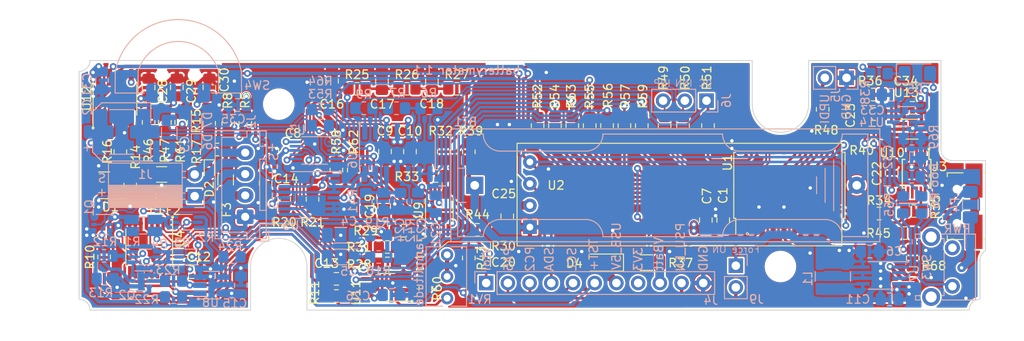
<source format=kicad_pcb>
(kicad_pcb (version 20211014) (generator pcbnew)
  (title_block (comment 4 "AISLER Project ID: OJNCQSRD"))
  (layers (0 "F.Cu" signal) (1 "In1.Cu" power) (2 "In2.Cu" power) (31 "B.Cu" signal) (34 "B.Paste" user) (35 "F.Paste" user) (36 "B.SilkS" user "B.Silkscreen") (37 "F.SilkS" user "F.Silkscreen") (38 "B.Mask" user) (39 "F.Mask" user) (44 "Edge.Cuts" user))
  (net 0 "")
  (net 1 "/PSU_EN")
  (net 2 "Net-(C24-Pad1)")
  (net 3 "Net-(C27-Pad1)")
  (net 4 "/BTN1")
  (net 5 "/BTN2")
  (net 6 "/PWR_ON")
  (net 7 "+5V")
  (net 8 "Net-(D4-Pad1)")
  (net 9 "/PWR_longpress")
  (net 10 "/5V_IN")
  (net 11 "Net-(J5-Pad2)")
  (net 12 "Net-(R34-Pad1)")
  (net 13 "/RXD")
  (net 14 "Net-(R35-Pad1)")
  (net 15 "/TXD")
  (net 16 "Net-(R39-Pad2)")
  (net 17 "Net-(R40-Pad2)")
  (net 18 "Net-(R43-Pad2)")
  (net 19 "Net-(R45-Pad1)")
  (net 20 "Net-(R48-Pad1)")
  (net 21 "/ADCP")
  (net 22 "/ADCN")
  (net 23 "Net-(R51-Pad1)")
  (net 24 "Net-(R52-Pad1)")
  (net 25 "/Vbatt")
  (net 26 "GND")
  (net 27 "/RAW_SENSE+")
  (net 28 "/SENSE+")
  (net 29 "/SENSE-")
  (net 30 "/RAW_SENSE-")
  (net 31 "/REF-")
  (net 32 "/RAW_REF-")
  (net 33 "/REF+")
  (net 34 "Net-(C13-Pad1)")
  (net 35 "TEST+")
  (net 36 "Net-(C13-Pad2)")
  (net 37 "Net-(F1-Pad1)")
  (net 38 "Net-(F2-Pad1)")
  (net 39 "Net-(Q1-Pad2)")
  (net 40 "Net-(F2-Pad2)")
  (net 41 "/EN_100mA")
  (net 42 "/EN_10mA")
  (net 43 "Net-(Q2-Pad3)")
  (net 44 "/EN_1mA")
  (net 45 "Net-(F3-Pad1)")
  (net 46 "Net-(F3-Pad2)")
  (net 47 "Net-(Q1-Pad1)")
  (net 48 "Net-(Q1-Pad3)")
  (net 49 "Net-(Q2-Pad6)")
  (net 50 "Net-(R1-Pad2)")
  (net 51 "Net-(R2-Pad4)")
  (net 52 "Net-(R1-Pad3)")
  (net 53 "Net-(R1-Pad4)")
  (net 54 "Net-(R2-Pad2)")
  (net 55 "Net-(R2-Pad3)")
  (net 56 "Net-(R3-Pad2)")
  (net 57 "Net-(R3-Pad3)")
  (net 58 "Net-(R4-Pad2)")
  (net 59 "+3V3")
  (net 60 "Net-(R4-Pad3)")
  (net 61 "Net-(L1-Pad2)")
  (net 62 "Net-(R20-Pad2)")
  (net 63 "GNDA")
  (net 64 "Net-(R21-Pad2)")
  (net 65 "Net-(C16-Pad1)")
  (net 66 "/REF_SW_B")
  (net 67 "/REF_SW_A")
  (net 68 "/SHORT_DISABLE")
  (net 69 "/PC2")
  (net 70 "Net-(C19-Pad1)")
  (net 71 "Net-(R54-Pad1)")
  (net 72 "Net-(R56-Pad2)")
  (net 73 "Net-(R6-Pad1)")
  (net 74 "Net-(C20-Pad2)")
  (net 75 "Net-(R7-Pad1)")
  (net 76 "/ADC_INP")
  (net 77 "/AMP_INP")
  (net 78 "/AMP_INN")
  (net 79 "/ADC_INN")
  (net 80 "Net-(R57-Pad2)")
  (net 81 "/SIGNAL_OUT")
  (net 82 "Net-(R31-Pad2)")
  (net 83 "Net-(R32-Pad1)")
  (net 85 "/CPU_PWR_ON")
  (net 86 "Net-(R59-Pad2)")
  (net 87 "Net-(R24-Pad2)")
  (net 88 "Net-(R60-Pad1)")
  (net 89 "Net-(C17-Pad1)")
  (net 90 "Net-(C18-Pad1)")
  (net 91 "/ADC_IN_SW")
  (net 92 "/SHORT_SW")
  (net 93 "/VtoI_IN")
  (net 94 "/SDA")
  (net 95 "/OUT_SW")
  (net 96 "/SCL")
  (net 97 "/ADC_DC")
  (net 102 "Net-(R60-Pad2)")
  (net 103 "/BTN3")
  (net 104 "/PA5")
  (net 105 "Net-(D5-Pad1)")
  (net 106 "/UD-")
  (net 107 "/UD+")
  (net 108 "unconnected-(J3-Pad6)")
  (net 109 "/RAW_REF+")
  (net 110 "Net-(R55-Pad1)")
  (net 111 "Net-(R63-Pad1)")
  (net 112 "Net-(R38-Pad1)")
  (net 113 "Net-(R53-Pad2)")
  (net 114 "Net-(R58-Pad2)")
  (net 115 "Net-(R62-Pad2)")
  (net 116 "Net-(R64-Pad2)")
  (net 117 "Net-(R65-Pad1)")
  (net 118 "Net-(R67-Pad2)")
  (net 119 "Net-(U13-Pad4)")
  (footprint "Package_TO_SOT_SMD:SOT-353_SC-70-5_Handsoldering" (layer "F.Cu") (at 161.604 69.6318)
    (fp_text reference "U13")
    (fp_text value "74AUP1G02")
  )
  (footprint "Capacitor_SMD:C_0805_2012Metric_Pad1.18x1.45mm_HandSolder" (layer "F.Cu") (at 139.4968 80.264 90)
    (fp_text reference "C1")
    (fp_text value "100nF")
  )
  (footprint "Package_TO_SOT_SMD:SOT-23" (layer "F.Cu") (at 67.056 76.2 180)
    (fp_text reference "D1")
    (fp_text value "MMBZ20VAL,215")
  )
  (footprint "Resistor_SMD:R_0805_2012Metric_Pad1.20x1.40mm_HandSolder" (layer "F.Cu") (at 91.44 77.835 90)
    (fp_text reference "R21")
    (fp_text value "47")
  )
  (footprint "MountingHole:MountingHole_3.2mm_M3_ISO14580" (layer "F.Cu") (at 146.19 85.7)
    (fp_text reference "H2")
    (fp_text value "MountingHole")
  )
  (footprint "Capacitor_SMD:C_0805_2012Metric_Pad1.18x1.45mm_HandSolder" (layer "F.Cu") (at 105.41 64.008 90)
    (fp_text reference "C18")
    (fp_text value "10nF")
  )
  (footprint "Capacitor_SMD:C_0805_2012Metric_Pad1.18x1.45mm_HandSolder" (layer "F.Cu") (at 104.013 85.344 180)
    (fp_text reference "C20")
    (fp_text value "1uF")
  )
  (footprint "Resistor_SMD:R_0805_2012Metric_Pad1.20x1.40mm_HandSolder" (layer "F.Cu") (at 123.870939 69.215 90)
    (fp_text reference "R55")
    (fp_text value "0")
  )
  (footprint "Resistor_SMD:R_0805_2012Metric_Pad1.20x1.40mm_HandSolder" (layer "F.Cu") (at 132.633939 69.215 90)
    (fp_text reference "R49")
    (fp_text value "0")
  )
  (footprint "Resistor_SMD:R_0805_2012Metric_Pad1.20x1.40mm_HandSolder" (layer "F.Cu") (at 125.902939 69.215 -90)
    (fp_text reference "R56")
    (fp_text value "0")
  )
  (footprint "Resistor_SMD:R_0805_2012Metric_Pad1.20x1.40mm_HandSolder" (layer "F.Cu") (at 157.0642 70.0278 180)
    (fp_text reference "R40")
    (fp_text value "1k")
  )
  (footprint "Resistor_SMD:R_0805_2012Metric_Pad1.20x1.40mm_HandSolder" (layer "F.Cu") (at 119.806939 69.215 90)
    (fp_text reference "R54")
    (fp_text value "0")
  )
  (footprint "Resistor_SMD:R_0805_2012Metric_Pad1.20x1.40mm_HandSolder" (layer "F.Cu") (at 109.728 84.709 90)
    (fp_text reference "R43")
    (fp_text value "9M 1%")
  )
  (footprint "Resistor_SMD:R_0805_2012Metric_Pad1.20x1.40mm_HandSolder" (layer "F.Cu") (at 109.728 72.279 90)
    (fp_text reference "R39")
    (fp_text value "1M")
  )
  (footprint "Resistor_SMD:R_0805_2012Metric_Pad1.20x1.40mm_HandSolder" (layer "F.Cu") (at 100.203 83.4136 180)
    (fp_text reference "R31")
    (fp_text value "100k")
  )
  (footprint "MountingHole:MountingHole_3.2mm_M3_ISO14580" (layer "F.Cu") (at 87.49 66.7)
    (fp_text reference "H1")
    (fp_text value "MountingHole")
  )
  (footprint "Package_SO:MSOP-10_3x3mm_P0.5mm" (layer "F.Cu") (at 162.118 74.844 -90)
    (fp_text reference "U10")
    (fp_text value "CH340E")
  )
  (footprint "Capacitor_SMD:C_0805_2012Metric_Pad1.18x1.45mm_HandSolder" (layer "F.Cu") (at 94.234 87.146 180)
    (fp_text reference "C13")
    (fp_text value "100pF")
  )
  (footprint "Package_SO:VSSOP-8_3.0x3.0mm_P0.65mm" (layer "F.Cu") (at 100.076 88.138 180)
    (fp_text reference "U11")
    (fp_text value "TLV9062xD")
  )
  (footprint "Capacitor_SMD:C_0805_2012Metric_Pad1.18x1.45mm_HandSolder" (layer "F.Cu") (at 99.568 64.008 90)
    (fp_text reference "C17")
    (fp_text value "10nF")
  )
  (footprint "Capacitor_SMD:C_0805_2012Metric_Pad1.18x1.45mm_HandSolder" (layer "F.Cu") (at 114.2238 79.8068 -90)
    (fp_text reference "C25")
    (fp_text value "10uF")
  )
  (footprint "Package_SO:SOIC-8_3.9x4.9mm_P1.27mm" (layer "F.Cu") (at 68.326 66.04 90)
    (fp_text reference "U12")
    (fp_text value "PCA9536D")
  )
  (footprint "mylib:I2C_OLED_128x32" (layer "F.Cu") (at 122.473939 76.2)
    (fp_text reference "U2")
    (fp_text value "I2C_OLED_128x32")
  )
  (footprint "Resistor_SMD:R_0805_2012Metric_Pad1.20x1.40mm_HandSolder" (layer "F.Cu") (at 121.838939 69.215 90)
    (fp_text reference "R63")
    (fp_text value "0")
  )
  (footprint "Resistor_SMD:R_0805_2012Metric_Pad1.20x1.40mm_HandSolder" (layer "F.Cu") (at 96.266 74.406 -90)
    (fp_text reference "R62")
    (fp_text value "120")
  )
  (footprint "Fuse:Fuse_1206_3216Metric_Pad1.42x1.75mm_HandSolder" (layer "F.Cu") (at 73.787 74.93 180)
    (fp_text reference "F2")
    (fp_text value "PTC 100mA")
  )
  (footprint "Resistor_SMD:R_0805_2012Metric_Pad1.20x1.40mm_HandSolder" (layer "F.Cu") (at 108.331 64.897)
    (fp_text reference "R27")
    (fp_text value "47k")
  )
  (footprint "Capacitor_SMD:C_0805_2012Metric_Pad1.18x1.45mm_HandSolder" (layer "F.Cu") (at 93.726 63.9865 90)
    (fp_text reference "C16")
    (fp_text value "10nF")
  )
  (footprint "Resistor_SMD:R_0805_2012Metric_Pad1.20x1.40mm_HandSolder" (layer "F.Cu") (at 161.798 79.202816 180)
    (fp_text reference "R35")
    (fp_text value "1k")
  )
  (footprint "Resistor_SMD:R_0805_2012Metric_Pad1.20x1.40mm_HandSolder" (layer "F.Cu") (at 134.792939 69.215 90)
    (fp_text reference "R50")
    (fp_text value "0")
  )
  (footprint "Resistor_SMD:R_0805_2012Metric_Pad1.20x1.40mm_HandSolder" (layer "F.Cu") (at 129.966939 69.215 -90)
    (fp_text reference "R59")
    (fp_text value "0")
  )
  (footprint "Resistor_SMD:R_0805_2012Metric_Pad1.20x1.40mm_HandSolder" (layer "F.Cu") (at 94.234 89.154 180)
    (fp_text reference "R11")
    (fp_text value "10k")
  )
  (footprint "Resistor_SMD:R_0805_2012Metric_Pad1.20x1.40mm_HandSolder" (layer "F.Cu") (at 88.138 77.851 90)
    (fp_text reference "R20")
    (fp_text value "47")
  )
  (footprint "mylib:USB_Micro-B_mine" (layer "F.Cu") (at 167.5113 78.6412 90)
    (fp_text reference "J3")
    (fp_text value "USB_B_Micro")
  )
  (footprint "Capacitor_SMD:C_0805_2012Metric_Pad1.18x1.45mm_HandSolder" (layer "F.Cu") (at 79.375 64.7485 90)
    (fp_text reference "C30")
    (fp_text value "10nF")
  )
  (footprint "Capacitor_SMD:C_0805_2012Metric_Pad1.18x1.45mm_HandSolder" (layer "F.Cu") (at 161.6417 67.1322 180)
    (fp_text reference "C34")
    (fp_text value "100nF")
  )
  (footprint "Capacitor_SMD:C_0805_2012Metric_Pad1.18x1.45mm_HandSolder" (layer "F.Cu") (at 99.822 78.6384 90)
    (fp_text reference "C19")
    (fp_text value "10nF")
  )
  (footprint "Capacitor_SMD:C_0805_2012Metric_Pad1.18x1.45mm_HandSolder" (layer "F.Cu") (at 157.0642 67.8688 180)
    (fp_text reference "C23")
    (fp_text value "100nF")
  )
  (footprint "Resistor_SMD:R_1206_3216Metric_Pad1.30x1.75mm_HandSolder" (layer "F.Cu") (at 130.5052 85.2424 180)
    (fp_text reference "R37")
    (fp_text value "100")
  )
  (footprint "Resistor_SMD:R_0805_2012Metric_Pad1.20x1.40mm_HandSolder" (layer "F.Cu") (at 157.0642 65.5828 180)
    (fp_text reference "R36")
    (fp_text value "100k")
  )
  (footprint "Resistor_SMD:R_0805_2012Metric_Pad1.20x1.40mm_HandSolder" (layer "F.Cu") (at 151.13 67.31 90)
    (fp_text reference "R48")
    (fp_text value "4k7")
  )
  (footprint "Diode_SMD:D_SOD-523" (layer "F.Cu") (at 79.375 74.36 -90)
    (fp_text reference "D2")
    (fp_text value "VESD03C1-02V")
  )
  (footprint "Resistor_SMD:R_0805_2012Metric_Pad1.20x1.40mm_HandSolder" (layer "F.Cu") (at 110.728 81.407 180)
    (fp_text reference "R44")
    (fp_text value "1M 1%")
  )
  (footprint "Resistor_SMD:R_0805_2012Metric_Pad1.20x1.40mm_HandSolder" (layer "F.Cu") (at 157.734 79.502 180)
    (fp_text reference "R34")
    (fp_text value "1k")
  )
  (footprint "Resistor_SMD:R_0805_2012Metric_Pad1.20x1.40mm_HandSolder" (layer "F.Cu") (at 74.168 68.834 90)
    (fp_text reference "R47")
    (fp_text value "10k")
  )
  (footprint "Resistor_SMD:R_0805_2012Metric_Pad1.20x1.40mm_HandSolder" (layer "F.Cu") (at 67.056 84.582 90)
    (fp_text reference "R10")
    (fp_text value "220")
  )
  (footprint "Resistor_SMD:R_0805_2012Metric_Pad1.20x1.40mm_HandSolder" (layer "F.Cu") (at 94.234 74.422 -90)
    (fp_text reference "R58")
    (fp_text value "120")
  )
  (footprint "Resistor_SMD:R_0805_2012Metric_Pad1.20x1.40mm_HandSolder" (layer "F.Cu") (at 127.934939 69.215 -90)
    (fp_text reference "R57")
    (fp_text value "0")
  )
  (footprint "Capacitor_SMD:C_0805_2012Metric_Pad1.18x1.45mm_HandSolder" (layer "F.Cu") (at 85.9536 75.946 -90)
    (fp_text reference "C14")
    (fp_text value "100nF")
  )
  (footprint "Resistor_SMD:R_0805_2012Metric_Pad1.20x1.40mm_HandSolder" (layer "F.Cu") (at 68.961 72.263 90)
    (fp_text reference "R16")
    (fp_text value "270")
  )
  (footprint "Resistor_SMD:R_0805_2012Metric_Pad1.20x1.40mm_HandSolder" (layer "F.Cu") (at 106.807 72.263 90)
    (fp_text reference "R32")
    (fp_text value "82k")
  )
  (footprint "Capacitor_SMD:C_0805_2012Metric_Pad1.18x1.45mm_HandSolder" (layer "F.Cu") (at 137.459939 80.264 90)
    (fp_text reference "C7")
    (fp_text value "10uF")
  )
  (footprint "Capacitor_SMD:C_0805_2012Metric_Pad1.18x1.45mm_HandSolder" (layer "F.Cu") (at 77.3215 86.36)
    (fp_text reference "C12")
    (fp_text value "100nF")
  )
  (footprint "Resistor_SMD:R_0805_2012Metric_Pad1.20x1.40mm_HandSolder" (layer "F.Cu") (at 81.5848 68.9516 -90)
    (fp_text reference "R8")
    (fp_text value "10M")
  )
  (footprint "Fuse:Fuse_1206_3216Metric_Pad1.42x1.75mm_HandSolder" (layer "F.Cu") (at 73.787 77.343 180)
    (fp_text reference "F1")
    (fp_text value "PTC 100mA")
  )
  (footprint "Resistor_SMD:R_0805_2012Metric_Pad1.20x1.40mm_HandSolder" (layer "F.Cu") (at 102.108 81.5086 180)
    (fp_text reference "R29")
    (fp_text value "100k")
  )
  (footprint "Resistor_SMD:R_0805_2012Metric_Pad1.20x1.40mm_HandSolder" (layer "F.Cu") (at 105.902 75.1078)
    (fp_text reference "R33")
    (fp_text value "15k")
  )
  (footprint "Resistor_SMD:R_0805_2012Metric_Pad1.20x1.40mm_HandSolder" (layer "F.Cu") (at 100.203 85.344 180)
    (fp_text reference "R28")
    (fp_text value "100k")
  )
  (footprint "Resistor_SMD:R_0805_2012Metric_Pad1.20x1.40mm_HandSolder" (layer "F.Cu") (at 104.013 83.4136 180)
    (fp_text reference "R30")
    (fp_text value "8k2")
  )
  (footprint "Capacitor_SMD:C_0805_2012Metric_Pad1.18x1.45mm_HandSolder" (layer "F.Cu") (at 159.2072 74.7483 90)
    (fp_text reference "C22")
    (fp_text value "100nF")
  )
  (footprint "Capacitor_SMD:C_0805_2012Metric_Pad1.18x1.45mm_HandSolder" (layer "F.Cu") (at 75.565 64.7485 90)
    (fp_text reference "C29")
    (fp_text value "10nF")
  )
  (footprint "Resistor_SMD:R_0805_2012Metric_Pad1.20x1.40mm_HandSolder" (layer "F.Cu") (at 104.648 88.265 -90)
    (fp_text reference "R60")
    (fp_text value "100k")
  )
  (footprint "Capacitor_SMD:C_0805_2012Metric_Pad1.18x1.45mm_HandSolder" (layer "F.Cu") (at 99.9236 72.252 -90)
    (fp_text reference "C9")
    (fp_text value "10uF")
  )
  (footprint "Capacitor_SMD:C_0805_2012Metric_Pad1.18x1.45mm_HandSolder" (layer "F.Cu") (at 86.741 72.136 90)
    (fp_text reference "C8")
    (fp_text value "100nF")
  )
  (footprint "Package_SO:TSSOP-16_4.4x5mm_P0.65mm" (layer "F.Cu") (at 72.334 83.5075 -90)
    (fp_text reference "U4")
    (fp_text value "DG4052EEQ-T1-GE3")
  )
  (footprint "Package_SO:SOIC-20W_7.5x12.8mm_P1.27mm" (layer "F.Cu") (at 147.238939 76.2 90)
    (fp_text reference "U1")
    (fp_text value "ATtiny3226-SU")
  )
  (footprint "Resistor_SMD:R_0805_2012Metric_Pad1.20x1.40mm_HandSolder" (layer "F.Cu") (at 80.264 72.009 180)
    (fp_text reference "R17")
    (fp_text value "270")
  )
  (footprint "Capacitor_SMD:C_0805_2012Metric_Pad1.18x1.45mm_HandSolder" (layer "F.Cu") (at 102.8446 72.2575 -90)
    (fp_text reference "C10")
    (fp_text value "100nF")
  )
  (footprint "Resistor_SMD:R_0805_2012Metric_Pad1.20x1.40mm_HandSolder" (layer "F.Cu") (at 137.713939 69.215 90)
    (fp_text reference "R51")
    (fp_text value "0")
  )
  (footprint "Resistor_SMD:R_0805_2012Metric_Pad1.20x1.40mm_HandSolder" (layer "F.Cu") (at 96.647 64.897)
    (fp_text reference "R25")
    (fp_text value "47k")
  )
  (footprint "Resistor_SMD:R_0805_2012Metric_Pad1.20x1.40mm_HandSolder" (layer "F.Cu") (at 70.104 76.184 -90)
    (fp_text reference "R14")
    (fp_text value "1M")
  )
  (footprint "Resistor_SMD:R_0805_2012Metric_Pad1.20x1.40mm_HandSolder" (layer "F.Cu") (at 161.671 84.709 90)
    (fp_text reference "R68")
    (fp_text value "100k")
  )
  (footprint "Diode_SMD:D_SOD-123" (layer "F.Cu") (at 125.5776 85.2424 180)
    (fp_text reference "D4")
    (fp_text value "1N4148")
  )
  (footprint "Resistor_SMD:R_0805_2012Metric_Pad1.20x1.40mm_HandSolder" (layer "F.Cu") (at 72.263 68.834 90)
    (fp_text reference "R46")
    (fp_text value "10k")
  )
  (footprint "Fuse:Fuse_1206_3216Metric_Pad1.42x1.75mm_HandSolder" (layer "F.Cu") (at 81.28 75.565 90)
    (fp_text reference "F3")
    (fp_text value "PTC 100mA")
  )
  (footprint "Resistor_SMD:R_0805_2012Metric_Pad1.20x1.40mm_HandSolder" (layer "F.Cu") (at 76.073 68.834 90)
    (fp_text reference "R61")
    (fp_text value "10k")
  )
  (footprint "Resistor_SMD:R_0805_2012Metric_Pad1.20x1.40mm_HandSolder" (layer "F.Cu") (at 102.489 64.897)
    (fp_text reference "R26")
    (fp_text value "47k")
  )
  (footprint "Package_SO:VSSOP-10_3x3mm_P0.5mm" (layer "F.Cu") (at 106.2736 79.248 90)
    (fp_text reference "U9")
    (fp_text value "MAX4636EUB+")
  )
  (footprint "Resistor_SMD:R_0805_2012Metric_Pad1.20x1.40mm_HandSolder" (layer "F.Cu") (at 160.782 81.788 180)
    (fp_text reference "R45")
    (fp_text value "100k")
  )
  (footprint "Resistor_SMD:R_0805_2012Metric_Pad1.20x1.40mm_HandSolder" (layer "F.Cu") (at 117.774939 69.215 90)
    (fp_text reference "R52")
    (fp_text value "0")
  )
  (footprint "Resistor_SMD:R_0805_2012Metric_Pad1.20x1.40mm_HandSolder" (layer "F.Cu") (at 83.566 68.9516 90)
    (fp_text reference "R5")
    (fp_text value "10M")
  )
  (footprint "Capacitor_SMD:C_0805_2012Metric_Pad1.18x1.45mm_HandSolder" (layer "F.Cu") (at 72.263 64.77 90)
    (fp_text reference "C28")
    (fp_text value "10nF")
  )
  (footprint "Resistor_SMD:R_0805_2012Metric_Pad1.20x1.40mm_HandSolder" (layer "F.Cu") (at 79.3496 68.9516 90)
    (fp_text reference "R15")
    (fp_text value "1M")
  )
  (footprint "Package_TO_SOT_SMD:SOT-363_SC-70-6" (layer "B.Cu") (at 71.374 87.376 180)
    (fp_text reference "Q2")
    (fp_text value "DMN62D0UDW-13")
  )
  (footprint "Fuse:Fuse_1206_3216Metric_Pad1.42x1.75mm_HandSolder" (layer "B.Cu") (at 168.402 78.4495 90)
    (fp_text reference "F4")
    (fp_text value "Polyfuse")
  )
  (footprint "mylib:L_Coilcraft_LPS4018" (layer "B.Cu") (at 152.3238 86.855 -90)
    (fp_text reference "L1")
    (fp_text value "4.7uH Shld")
  )
  (footprint "Capacitor_SMD:C_1206_3216Metric_Pad1.33x1.80mm_HandSolder" (layer "B.Cu") (at 94.742 84.582)
    (fp_text reference "C5")
    (fp_text value "100uF 6.3V")
  )
  (footprint "Capacitor_SMD:C_0805_2012Metric_Pad1.18x1.45mm_HandSolder" (layer "B.Cu") (at 66.802 63.9318 -90)
    (fp_text reference "C31")
    (fp_text value "100nF")
  )
  (footprint "Resistor_SMD:R_0805_2012Metric_Pad1.20x1.40mm_HandSolder" (layer "B.Cu") (at 67.056 84.455 180)
    (fp_text reference "R12")
    (fp_text value "470")
  )
  (footprint "Resistor_SMD:R_0805_2012Metric_Pad1.20x1.40mm_HandSolder" (layer "B.Cu") (at 92.3544 67.31)
    (fp_text reference "R64")
    (fp_text value "68")
  )
  (footprint "mylib:SW_SLLB510100" (layer "B.Cu") (at 75.74 64.305 180)
    (fp_text reference "SW4")
    (fp_text value "SW_SLLB5")
  )
  (footprint "Capacitor_SMD:C_0805_2012Metric_Pad1.18x1.45mm_HandSolder" (layer "B.Cu") (at 105.8672 78.4137 -90)
    (fp_text reference "C21")
    (fp_text value "100nF")
  )
  (footprint "Potentiometer_THT:Potentiometer_Bourns_3266Y_Vertical" (layer "B.Cu") (at 107.188 84.328 90)
    (fp_text reference "RV1")
    (fp_text value "1M")
  )
  (footprint "Package_TO_SOT_SMD:SOT-363_SC-70-6" (layer "B.Cu") (at 66.802 80.772 180)
    (fp_text reference "Q1")
    (fp_text value "DMN62D0UDW-13")
  )
  (footprint "Diode_SMD:D_SOD-523" (layer "B.Cu") (at 77.8764 68.5404 90)
    (fp_text reference "D7")
    (fp_text value "VESD03C1-02V")
  )
  (footprint "Capacitor_SMD:C_0805_2012Metric_Pad1.18x1.45mm_HandSolder" (layer "B.Cu") (at 161.5815 73.025)
    (fp_text reference "C32")
    (fp_text value "10uF")
  )
  (footprint "Capacitor_SMD:C_1206_3216Metric_Pad1.33x1.80mm_HandSolder" (layer "B.Cu") (at 94.742 82.042)
    (fp_text reference "C4")
    (fp_text value "100uF 6.3V")
  )
  (footprint "Capacitor_SMD:C_0805_2012Metric_Pad1.18x1.45mm_HandSolder" (layer "B.Cu") (at 100.711 89.027)
    (fp_text reference "C26")
    (fp_text value "100nF")
  )
  (footprint "Resistor_SMD:R_0805_2012Metric_Pad1.20x1.40mm_HandSolder" (layer "B.Cu") (at 75.184 89.281)
    (fp_text reference "R22")
    (fp_text value "0")
  )
  (footprint "Capacitor_SMD:C_0805_2012Metric_Pad1.18x1.45mm_HandSolder" (layer "B.Cu") (at 159.1056 65.6082 180)
    (fp_text reference "C33")
    (fp_text value "100nF")
  )
  (footprint "Resistor_SMD:R_0805_2012Metric_Pad1.20x1.40mm_HandSolder" (layer "B.Cu") (at 99.187 84.582)
    (fp_text reference "R18")
    (fp_text value "10M")
  )
  (footprint "Package_TO_SOT_SMD:SOT-23-5_HandSoldering" (layer "B.Cu") (at 79.629 87.884)
    (fp_text reference "U8")
    (fp_text value "74AHC1G08")
  )
  (footprint "mylib:R_Shunt_Ohmite_LVK12_ALT" (layer "B.Cu") (at 71.628 80.899 -90)
    (fp_text reference "R1")
    (fp_text value "50mOhm precision")
  )
  (footprint "Connector_PinHeader_2.54mm:PinHeader_1x11_P2.54mm_Vertical" (layer "B.Cu") (at 111.76 87.63 -90)
    (fp_text reference "J4")
    (fp_text value "Conn_01x11_Male")
  )
  (footprint "Capacitor_SMD:C_0805_2012Metric_Pad1.18x1.45mm_HandSolder" (layer "B.Cu") (at 156.6633 83.947)
    (fp_text reference "C6")
    (fp_text value "10uF")
  )
  (footprint "Package_SO:SOIC-14_3.9x8.7mm_P1.27mm" (layer "B.Cu") (at 101.3714 72.3685 -90)
    (fp_text reference "U6")
    (fp_text value "OPA4388ID")
  )
  (footprint "Capacitor_SMD:C_0805_2012Metric_Pad1.18x1.45mm_HandSolder" (layer "B.Cu") (at 83.058 87.884 90)
    (fp_text reference "C15")
    (fp_text value "100nF")
  )
  (footprint "Package_SO:MSOP-8_3x3mm_P0.65mm" (layer "B.Cu") (at 157.9333 86.741 180)
    (fp_text reference "U7")
    (fp_text value "MCP1642B-33I/MS")
  )
  (footprint "Resistor_SMD:R_0805_2012Metric_Pad1.20x1.40mm_HandSolder" (layer "B.Cu") (at 101.2604 67.183)
    (fp_text reference "R7")
    (fp_text value "1k")
  )
  (footprint "Capacitor_SMD:C_0805_2012Metric_Pad1.18x1.45mm_HandSolder" (layer "B.Cu") (at 103.7844 78.0835 -90)
    (fp_text reference "C27")
    (fp_text value "33pF")
  )
  (footprint "Resistor_SMD:R_0805_2012Metric_Pad1.20x1.40mm_HandSolder" (layer "B.Cu") (at 82.026 84.582)
    (fp_text reference "R24")
    (fp_text value "0")
  )
  (footprint "Resistor_SMD:R_0805_2012Metric_Pad1.20x1.40mm_HandSolder" (layer "B.Cu") (at 97.6884 78.0835 -90)
    (fp_text reference "R41")
    (fp_text value "100k")
  )
  (footprint "Diode_SMD:D_SOD-523" (layer "B.Cu") (at 77.8764 71.312 -90)
    (fp_text reference "D6")
    (fp_text value "VESD03C1-02V")
  )
  (footprint "Resistor_SMD:R_0805_2012Metric_Pad1.20x1.40mm_HandSolder" (layer "B.Cu") (at 75.184 87.376)
    (fp_text reference "R23")
    (fp_text value "0")
  )
  (footprint "Capacitor_SMD:CP_Elec_6.3x7.7" (layer "B.Cu") (at 69.1134 69.9516)
    (fp_text reference "C2_2" hide)
    (fp_text value "100uF 25V")
  )
  (footprint "Resistor_SMD:R_0805_2012Metric_Pad1.20x1.40mm_HandSolder" (layer "B.Cu") (at 101.7524 78.0835 90)
    (fp_text reference "R42")
    (fp_text value "100k")
  )
  (footprint "mylib:R_1206_3216Metric_4Wire" (layer "B.Cu") (at 76.64075 80.518)
    (fp_text reference "R2")
    (fp_text value "0.5 Ohm precision")
  )
  (footprint "Resistor_SMD:R_0805_2012Metric_Pad1.20x1.40mm_HandSolder" (layer "B.Cu") (at 105.0704 67.183)
    (fp_text reference "R6")
    (fp_text value "100k")
  )
  (footprint "Resistor_SMD:R_0805_2012Metric_Pad1.20x1.40mm_HandSolder" (layer "B.Cu") (at 157.734 63.119)
    (fp_text reference "R38")
    (fp_text value "1k")
  )
  (footprint "Capacitor_SMD:C_0805_2012Metric_Pad1.18x1.45mm_HandSolder" (layer "B.Cu") (at 82.677 66.802 180)
    (fp_text reference "C35")
    (fp_text value "10uF")
  )
  (footprint "Resistor_SMD:R_0805_2012Metric_Pad1.20x1.40mm_HandSolder" (layer "B.Cu") (at 99.187 82.042 180)
    (fp_text reference "R19")
    (fp_text value "10M")
  )
  (footprint "Capacitor_SMD:C_1206_3216Metric_Pad1.33x1.80mm_HandSolder" (layer "B.Cu") (at 74.676 70.1425 90)
    (fp_text reference "C3")
    (fp_text value "100uF 6.3V")
  )
  (footprint "Resistor_SMD:R_0805_2012Metric_Pad1.20x1.40mm_HandSolder" (layer "B.Cu") (at 67.183 87.122)
    (fp_text reference "R13")
    (fp_text value "4k7")
  )
  (footprint "Package_SO:VSSOP-10_3x3mm_P0.5mm" (layer "B.Cu") (at 91.694 72.12 180)
    (fp_text reference "U3")
    (fp_text value "MAX4636EUB+")
  )
  (footprint "Resistor_SMD:R_0805_2012Metric_Pad1.20x1.40mm_HandSolder" (layer "B.Cu") (at 161.56 75.184)
    (fp_text reference "R66")
    (fp_text value "470k")
  )
  (footprint "Resistor_SMD:R_0805_2012Metric_Pad1.20x1.40mm_HandSolder" (layer "B.Cu") (at 161.5815 70.739)
    (fp_text reference "R69")
    (fp_text value "10M")
  )
  (footprint "Package_TO_SOT_SMD:SOT-353_SC-70-5_Handsoldering" (layer "B.Cu") (at 160.7312 68.1482 180)
    (fp_text reference "U14")
    (fp_text value "74AUP1G02")
  )
  (footprint "Capacitor_SMD:C_0805_2012Metric_Pad1.18x1.45mm_HandSolder" (layer "B.Cu") (at 158.9493 89.535 180)
    (fp_text reference "C11")
    (fp_text value "10uF")
  )
  (footprint "Capacitor_SMD:C_0805_2012Metric_Pad1.18x1.45mm_HandSolder" (layer "B.Cu") (at 99.7204 78.105 -90)
    (fp_text reference "C24")
    (fp_text value "1uF")
  )
  (footprint "LED_SMD:LED_1206_3216Metric_Pad1.42x1.75mm_HandSolder" (layer "B.Cu") (at 162.2155 63.119)
    (fp_text reference "D5")
    (fp_text value "LED")
  )
  (footprint "Resistor_SMD:R_0805_2012Metric_Pad1.20x1.40mm_HandSolder" (layer "B.Cu") (at 92.3544 69.215)
    (fp_text reference "R53")
    (fp_text value "68")
  )
  (footprint "Connector_PinHeader_2.54mm:PinHeader_1x02_P2.54mm_Vertical" (layer "B.Cu") (at 140.97 85.598 180)
    (fp_text reference "J9")
    (fp_text value "Conn_01x02_Male")
  )
  (footprint "Resistor_SMD:R_0805_2012Metric_Pad1.20x1.40mm_HandSolder" (layer "B.Cu") (at 160.528 78.486 -90)
    (fp_text reference "R65")
    (fp_text value "10k")
  )
  (footprint "Resistor_SMD:R_0805_2012Metric_Pad1.20x1.40mm_HandSolder" (layer "B.Cu") (at 162.687 78.486 -90)
    (fp_text reference "R67")
    (fp_text value "47k")
  )
  (footprint "Button_Switch_THT:SW_Tactile_SPST_Angled_PTS645Vx83-2LFS" (layer "B.Cu") (at 166.3125 88.011 90)
    (fp_text reference "SW3")
    (fp_text value "SW_Push")
  )
  (footprint "Connector_PinHeader_2.54mm:PinHeader_1x02_P2.54mm_Vertical" (layer "B.Cu") (at 153.924 63.627 90)
    (fp_text reference "J5")
    (fp_text value "Conn_01x02_Male")
  )
  (footprint "mylib:R_1206_3216Metric_4Wire" (layer "B.Cu") (at 71.882 84.582 180)
    (fp_text reference "R4")
    (fp_text value "45 Ohm precision")
  )
  (footprint "Battery:BatteryHolder_Keystone_2466_1xAAA" (layer "B.Cu") (at 110.420118 76.2)
    (fp_text reference "BT1")
    (fp_text value "Battery_Cell")
  )
  (footprint "Connector_PinHeader_2.54mm:PinHeader_1x03_P2.54mm_Vertical" (layer "B.Cu") (at 137.541 66.294 90)
    (fp_text reference "J6")
    (fp_text value "Conn_01x03_Male")
  )
  (footprint "mylib:R_1206_3216Metric_4Wire" (layer "B.Cu") (at 77.216 84.582 180)
    (fp_text reference "R3")
    (fp_text value "5 Ohm precision")
  )
  (footprint "Connector_PinSocket_2.54mm:PinSocket_1x02_P2.54mm_Horizontal" (layer "B.Cu") (at 77.654 77.47)
    (fp_text reference "J1")
    (fp_text value "Conn_01x02_Female")
  )
  (footprint "Connector_JST:JST_XH_B4B-XH-A_1x04_P2.50mm_Vertical" (layer "B.Cu") (at 83.566 79.883 90)
    (fp_text reference "J2")
    (fp_text value "Conn_01x04_Male")
  )
  (footprint "mylib:KCM55WC71E107MH13" (layer "B.Cu") (at 69.1134 69.9516)
    (fp_text reference "C2_1" hide)
    (fp_text value "100uF 25V")
  )
  (footprint "Package_SO:TSSOP-16_4.4x5mm_P0.65mm" (layer "B.Cu") (at 91.077756 77.332 180)
    (fp_text reference "U5")
    (fp_text value "DG4052EEQ-T1-GE3")
  )
  (footprint "Resistor_SMD:R_0805_2012Metric_Pad1.20x1.40mm_HandSolder" (layer "B.Cu") (at 97.4504 67.183 180)
    (fp_text reference "R9")
    (fp_text value "100k")
  )
  (gr_circle (center 96.9364 68.9185) (end 97.0634 68.9185) (layer "B.SilkS") (width 0.1) (fill none))
  (gr_circle (center 78.079 89.494) (end 78.206 89.494) (layer "B.SilkS") (width 0.1) (fill none))
  (gr_circle (center 72.574 86.216) (end 72.701 86.216) (layer "B.SilkS") (width 0.1) (fill none))
  (gr_circle (center 160.0312 66.9882) (end 160.1582 66.9882) (layer "B.SilkS") (width 0.1) (fill none))
  (gr_circle (center 68.002 79.612) (end 68.129 79.612) (layer "B.SilkS") (width 0.1) (fill none))
  (gr_circle (center 94.677756 74.597) (end 94.804756 74.597) (layer "B.SilkS") (width 0.1) (fill none))
  (gr_line (start 100.9904 80.3148) (end 100.6856 80.01) (layer "B.SilkS") (width 0.1))
  (gr_circle (center 94.619 70.51) (end 94.746 70.51) (layer "B.SilkS") (width 0.1) (fill none))
  (gr_circle (center 161.0615 85.131) (end 161.1885 85.131) (layer "B.SilkS") (width 0.1) (fill none))
  (gr_circle (center 103.076 89.758) (end 103.203 89.758) (layer "F.SilkS") (width 0.1) (fill none))
  (gr_circle (center 65.766 69.49) (end 65.893 69.49) (layer "F.SilkS") (width 0.1) (fill none))
  (gr_circle (center 160.404 68.4718) (end 160.531 68.4718) (layer "F.SilkS") (width 0.1) (fill none))
  (gr_circle (center 163.568 71.944) (end 163.695 71.944) (layer "F.SilkS") (width 0.1) (fill none))
  (gr_circle (center 75.069 79.9075) (end 75.196 79.9075) (layer "F.SilkS") (width 0.1) (fill none))
  (gr_circle (center 104.6636 82.173) (end 104.7906 82.173) (layer "F.SilkS") (width 0.1) (fill none))
  (gr_line (start 107.315 82.804) (end 106.045 83.82) (layer "F.SilkS") (width 0.1))
  (gr_line (start 112.268 82.804) (end 107.315 82.804) (layer "F.SilkS") (width 0.1))
  (gr_circle (center 142.315 81.875) (end 142.442 81.875) (layer "F.SilkS") (width 0.1) (fill none))
  (gr_line (start 112.268 82.804) (end 112.268 85.725) (layer "F.SilkS") (width 0.1))
  (gr_line (start 142.89 66.7) (end 142.89 61.595) (layer "Edge.Cuts") (width 0.1))
  (gr_arc (start 166.243 73.3044) (mid 165.358692 72.918708) (end 164.973 72.0344) (layer "Edge.Cuts") (width 0.1))
  (gr_line (start 166.243 73.3044) (end 170.18 73.3044) (layer "Edge.Cuts") (width 0.1))
  (gr_line (start 84.19 85.7) (end 84.19 90.805) (layer "Edge.Cuts") (width 0.1))
  (gr_arc (start 65.405 61.595) (mid 65.033026 62.493026) (end 64.135 62.865) (layer "Edge.Cuts") (width 0.1))
  (gr_line (start 90.79 85.7) (end 90.79 90.805) (layer "Edge.Cuts") (width 0.1))
  (gr_line (start 169.545 89.535) (end 169.545 84.963) (layer "Edge.Cuts") (width 0.1))
  (gr_line (start 142.89 61.595) (end 65.405 61.595) (layer "Edge.Cuts") (width 0.1))
  (gr_arc (start 169.545 84.963) (mid 169.714409 84.309228) (end 170.179999 83.82) (layer "Edge.Cuts") (width 0.1))
  (gr_arc (start 84.19 85.7) (mid 87.49 82.4) (end 90.79 85.7) (layer "Edge.Cuts") (width 0.1))
  (gr_line (start 149.49 66.7) (end 149.49 61.595) (layer "Edge.Cuts") (width 0.1))
  (gr_line (start 170.179999 83.82) (end 170.18 73.3044) (layer "Edge.Cuts") (width 0.1))
  (gr_line (start 90.79 90.805) (end 168.275 90.805) (layer "Edge.Cuts") (width 0.1))
  (gr_line (start 164.973 72.0344) (end 164.973 61.595) (layer "Edge.Cuts") (width 0.1))
  (gr_line (start 149.49 61.595) (end 164.973 61.595) (layer "Edge.Cuts") (width 0.1))
  (gr_arc (start 149.49 66.7) (mid 146.19 70) (end 142.89 66.7) (layer "Edge.Cuts") (width 0.1))
  (gr_arc (start 168.275 90.805) (mid 168.646974 89.906974) (end 169.545 89.535) (layer "Edge.Cuts") (width 0.1))
  (gr_arc (start 64.135 89.535) (mid 65.033026 89.906974) (end 65.405 90.805) (layer "Edge.Cuts") (width 0.1))
  (gr_line (start 64.135 62.865) (end 64.135 89.535) (layer "Edge.Cuts") (width 0.1))
  (gr_line (start 65.405 90.805) (end 84.19 90.805) (layer "Edge.Cuts") (width 0.1))
  (gr_text "GND" (at 137.16 84.709 90) (layer "B.SilkS") (effects (font (size 1 1)) (justify mirror)))
  (gr_text "USB_5V" (at 127 83.312 90) (layer "B.SilkS") (effects (font (size 1 1)) (justify mirror)))
  (gr_text "UPDI" (at 151.384 65.405 90) (layer "B.SilkS") (effects (font (size 1 1)) (justify left mirror)))
  (gr_text "TST+" (at 124.333 84.328 90) (layer "B.SilkS") (effects (font (size 1 1)) (justify mirror)))
  (gr_text "Force ON" (at 140.97 83.693) (layer "B.SilkS") (effects (font (size 0.8 0.8) (thickness 0.1)) (justify mirror)))
  (gr_text "- S-  + S+" (at 86.8172 76.0984 270) (layer "B.SilkS") (effects (font (size 1 1)) (justify mirror)))
  (gr_text "PA5" (at 114.3762 84.8614 90) (layer "B.SilkS") (effects (font (size 1 1)) (justify mirror)))
  (gr_text "PWR" (at 166.878 81.28) (layer "B.SilkS") (effects (font (size 1 1)) (justify mirror)))
  (gr_text "SDA" (at 119.126 84.836 90) (layer "B.SilkS") (effects (font (size 1 1)) (justify mirror)))
  (gr_text "VtoI" (at 111.76 84.836 90) (layer "B.SilkS") (effects (font (size 1 1)) (justify mirror)))
  (gr_text "batterymeter 1.1" (at 109.474 62.738) (layer "B.SilkS") (effects (font (size 1 1)) (justify mirror)))
  (gr_text "PC2" (at 116.8908 84.8106 90) (layer "B.SilkS") (effects (font (size 1 1)) (justify mirror)))
  (gr_text "DC" (at 137.414 64.262) (layer "B.SilkS") (effects (font (size 0.8 0.8) (thickness 0.1)) (justify mirror)))
  (gr_text "amplitude" (at 103.886 86.614 90) (layer "B.SilkS") (effects (font (size 1 1)) (justify mirror)))
  (gr_text "PSU_EN" (at 134.493 83.439 90) (layer "B.SilkS") (effects (font (size 1 1)) (justify mirror)))
  (gr_text "INP" (at 132.334 64.262) (layer "B.SilkS") (effects (font (size 0.8 0.8) (thickness 0.1)) (justify mirror)))
  (gr_text "S\n+" (at 66.802 76.1746) (layer "B.SilkS") (effects (font (size 1 1)) (justify mirror)))
  (gr_text "SCL" (at 121.793 84.836 90) (layer "B.SilkS") (effects (font (size 1 1)) (justify mirror)))
  (gr_text "INN" (at 134.874 64.262) (layer "B.SilkS") (effects (font (size 0.8 0.8) (thickness 0.1)) (justify mirror)))
  (gr_text "GND" (at 153.924 65.405 90) (layer "B.SilkS") (effects (font (size 1 1)) (justify left mirror)))
  (gr_text "C2" (at 65.1002 67.056 90) (layer "B.SilkS") (effects (font (size 1 1)) (justify mirror)))
  (gr_text "VBatt" (at 131.953 84.201 90) (layer "B.SilkS") (effects (font (size 1 1)) (justify mirror)))
  (gr_text "3V3" (at 129.54 84.836 90) (layer "B.SilkS") (effects (font (size 1 1)) (justify mirror)))
  (segment (start 162.1536 87.4268) (end 162.1536 89.8652) (width 0.4) (layer "F.Cu") (net 1))
  (segment (start 159.0113 85.695019) (end 159.0113 85.7069) (width 0.4) (layer "F.Cu") (net 1))
  (segment (start 140.97 88.138) (end 140.97 90.17) (width 0.4) (layer "F.Cu") (net 1))
  (segment (start 134.62 89.535) (end 135.36352 90.27852) (width 0.4) (layer "F.Cu") (net 1))
  (segment (start 134.62 87.63) (end 134.62 89.535) (width 0.4) (layer "F.Cu") (net 1))
  (segment (start 161.74028 90.27852) (end 162.1536 89.8652) (width 0.4) (layer "F.Cu") (net 1))
  (segment (start 160.515889 87.211489) (end 161.938289 87.211489) (width 0.4) (layer "F.Cu") (net 1))
  (segment (start 135.36352 90.27852) (end 161.74028 90.27852) (width 0.4) (layer "F.Cu") (net 1))
  (segment (start 159.0113 85.7069) (end 160.515889 87.211489) (width 0.4) (layer "F.Cu") (net 1))
  (segment (start 161.938289 87.211489) (end 162.1536 87.4268) (width 0.4) (layer "F.Cu") (net 1))
  (via (at 159.0113 85.695019) (size 0.8) (drill 0.4) (layers "F.Cu" "B.Cu") (net 1))
  (segment (start 160.528 80.391) (end 161.42395 81.28695) (width 0.3) (layer "B.Cu") (net 1))
  (segment (start 161.1728 85.766) (end 161.328311 85.610489) (width 0.3) (layer "B.Cu") (net 1))
  (segment (start 160.0458 85.766) (end 161.1728 85.766) (width 0.3) (layer "B.Cu") (net 1))
  (segment (start 159.082281 85.766) (end 159.0113 85.695019) (width 0.3) (layer "B.Cu") (net 1))
  (segment (start 161.42395 85.51485) (end 161.3408 85.598) (width 0.3) (layer "B.Cu") (net 1))
  (segment (start 161.42395 81.28695) (end 161.42395 85.51485) (width 0.3) (layer "B.Cu") (net 1))
  (segment (start 160.0458 85.766) (end 159.082281 85.766) (width 0.3) (layer "B.Cu") (net 1))
  (segment (start 160.528 79.502) (end 160.528 80.391) (width 0.3) (layer "B.Cu") (net 1))
  (segment (start 100.1014 74.8435) (end 100.1014 76.6865) (width 0.4) (layer "B.Cu") (net 2))
  (segment (start 97.6884 77.0675) (end 101.7524 77.0675) (width 0.4) (layer "B.Cu") (net 2))
  (segment (start 104.8864 77.048) (end 104.2416 76.4032) (width 0.3) (layer "F.Cu") (net 3))
  (segment (start 104.8864 77.048) (end 105.242 77.048) (width 0.3) (layer "F.Cu") (net 3))
  (via (at 104.2416 76.4032) (size 0.8) (drill 0.4) (layers "F.Cu" "B.Cu") (net 3))
  (segment (start 102.6414 75.3261) (end 103.7693 76.454) (width 0.3) (layer "B.Cu") (net 3))
  (segment (start 103.7693 76.454) (end 103.7693 77.0128) (width 0.3) (layer "B.Cu") (net 3))
  (segment (start 103.7844 76.8604) (end 104.2416 76.4032) (width 0.3) (layer "B.Cu") (net 3))
  (segment (start 73.210559 65.024) (end 74.422 65.024) (width 0.4) (layer "F.Cu") (net 4))
  (segment (start 70.87832 65.405) (end 71.2251 65.05822) (width 0.4) (layer "F.Cu") (net 4))
  (segment (start 71.253161 65.086281) (end 71.281221 65.058221) (width 0.4) (layer "F.Cu") (net 4))
  (segment (start 66.421 67.183) (end 68.199 65.405) (width 0.4) (layer "F.Cu") (net 4))
  (segment (start 72.956559 64.77) (end 73.210559 65.024) (width 0.4) (layer "F.Cu") (net 4))
  (segment (start 76.68952 65.179461) (end 76.68952 66.392539) (width 0.4) (layer "F.Cu") (net 4))
  (segment (start 76.280059 64.77) (end 76.68952 65.179461) (width 0.4) (layer "F.Cu") (net 4))
  (segment (start 76.68952 65.179461) (end 78.768461 65.179461) (width 0.4) (layer "F.Cu") (net 4))
  (segment (start 76.68952 66.392539) (end 76.2 66.882059) (width 0.4) (layer "F.Cu") (net 4))
  (segment (start 71.315441 65.024) (end 71.569441 64.77) (width 0.4) (layer "F.Cu") (net 4))
  (segment (start 74.676 64.77) (end 76.280059 64.77) (width 0.4) (layer "F.Cu") (net 4))
  (segment (start 71.569441 64.77) (end 72.956559 64.77) (width 0.4) (layer "F.Cu") (net 4))
  (segment (start 76.2 66.882059) (end 76.2 67.818) (width 0.4) (layer "F.Cu") (net 4))
  (segment (start 68.199 65.405) (end 70.87832 65.405) (width 0.4) (layer "F.Cu") (net 4))
  (segment (start 66.421 68.707) (end 66.421 67.183) (width 0.4) (layer "F.Cu") (net 4))
  (segment (start 74.422 65.024) (end 74.676 64.77) (width 0.4) (layer "F.Cu") (net 4))
  (segment (start 78.866866 65.786) (end 77.925808 66.727058) (width 0.4) (layer "F.Cu") (net 4))
  (segment (start 78.768461 65.179461) (end 79.375 65.786) (width 0.4) (layer "F.Cu") (net 4))
  (segment (start 71.2251 65.05822) (end 71.253161 65.086281) (width 0.4) (layer "F.Cu") (net 4))
  (via (at 77.925808 66.727058) (size 0.8) (drill 0.4) (layers "F.Cu" "B.Cu") (net 4))
  (segment (start 77.925808 66.727058) (end 77.925808 66.092192) (width 0.4) (layer "B.Cu") (net 4))
  (segment (start 77.925808 66.092192) (end 78.74 65.278) (width 0.4) (layer "B.Cu") (net 4))
  (segment (start 68.58 66.04) (end 72.39 66.04) (width 0.4) (layer "F.Cu") (net 5))
  (segment (start 72.263 67.834) (end 72.263 65.913) (width 0.4) (layer "F.Cu") (net 5))
  (segment (start 67.691 68.515) (end 67.691 66.929) (width 0.4) (layer "F.Cu") (net 5))
  (segment (start 67.691 66.929) (end 68.58 66.04) (width 0.4) (layer "F.Cu") (net 5))
  (via (at 71.374 66.04) (size 0.8) (drill 0.4) (layers "F.Cu" "B.Cu") (net 5))
  (segment (start 71.374 66.04) (end 71.882 66.04) (width 0.4) (layer "B.Cu") (net 5))
  (segment (start 71.882 66.04) (end 72.644 65.278) (width 0.4) (layer "B.Cu") (net 5))
  (segment (start 158.0642 65.5828) (end 158.0642 68.0333) (width 0.3) (layer "F.Cu") (net 6))
  (segment (start 160.274 69.6318) (end 158.1808 69.6318) (width 0.3) (layer "F.Cu") (net 6))
  (segment (start 158.0642 70.0278) (end 158.0642 67.8754) (width 0.3) (layer "F.Cu") (net 6))
  (segment (start 124.6124 85.2424) (end 123.9012 85.2424) (width 1) (layer "F.Cu") (net 7))
  (segment (start 127 87.63) (end 124.6124 85.2424) (width 1) (layer "F.Cu") (net 7))
  (via (at 167.386 85.852) (size 1) (drill 0.4) (layers "F.Cu" "B.Cu") (net 7))
  (segment (start 168.402 84.836) (end 168.402 80.01) (width 1) (layer "B.Cu") (net 7))
  (segment (start 167.386 85.852) (end 168.402 84.836) (width 1) (layer "B.Cu") (net 7))
  (segment (start 127.2276 85.2424) (end 128.9812 85.2424) (width 1) (layer "F.Cu") (net 8))
  (segment (start 160.5788 75.1652) (end 160.5788 70.739) (width 0.3) (layer "B.Cu") (net 9))
  (segment (start 160.5815 70.739) (end 160.5815 68.628878) (width 0.3) (layer "B.Cu") (net 9))
  (segment (start 161.062178 68.1482) (end 162.0774 68.1482) (width 0.3) (layer "B.Cu") (net 9))
  (segment (start 160.5815 68.628878) (end 161.062178 68.1482) (width 0.3) (layer "B.Cu") (net 9))
  (segment (start 162.687 77.3176) (end 160.5534 75.184) (width 0.3) (layer "B.Cu") (net 9))
  (segment (start 165.1 80.391) (end 165.862 79.9592) (width 0.5) (layer "F.Cu") (net 10))
  (via (at 165.1 80.391) (size 0.8) (drill 0.4) (layers "F.Cu" "B.Cu") (net 10))
  (segment (start 165.1 80.391) (end 167.64 76.962) (width 0.5) (layer "B.Cu") (net 10))
  (segment (start 167.64 76.962) (end 168.402 76.962) (width 0.5) (layer "B.Cu") (net 10))
  (segment (start 151.13 66.31) (end 151.13 63.881) (width 0.4) (layer "F.Cu") (net 11))
  (segment (start 159.405609 78.70648) (end 160.018578 78.093511) (width 0.3) (layer "F.Cu") (net 12))
  (segment (start 159.405609 78.813739) (end 158.857259 79.362089) (width 0.3) (layer "F.Cu") (net 12))
  (segment (start 160.018578 78.093511) (end 162.117511 78.093511) (width 0.3) (layer "F.Cu") (net 12))
  (segment (start 159.405609 78.70648) (end 159.405609 78.813739) (width 0.3) (layer "F.Cu") (net 12))
  (segment (start 162.117511 78.093511) (end 162.117511 76.962) (width 0.3) (layer "F.Cu") (net 12))
  (segment (start 154.212337 79.502) (end 156.734 79.502) (width 0.3) (layer "F.Cu") (net 13))
  (segment (start 153.458816 78.74848) (end 151.294459 78.74848) (width 0.3) (layer "F.Cu") (net 13))
  (segment (start 150.540939 79.502) (end 150.540939 81.026) (width 0.3) (layer "F.Cu") (net 13))
  (segment (start 151.294459 78.74848) (end 150.540939 79.502) (width 0.3) (layer "F.Cu") (net 13))
  (segment (start 154.212337 79.502) (end 153.458816 78.74848) (width 0.3) (layer "F.Cu") (net 13))
  (segment (start 162.618 77.044) (end 162.618 79.006816) (width 0.3) (layer "F.Cu") (net 14))
  (segment (start 151.810939 79.756) (end 151.810939 80.772) (width 0.3) (layer "F.Cu") (net 15))
  (segment (start 154.59245 80.588541) (end 157.365489 80.588541) (width 0.3) (layer "F.Cu") (net 15))
  (segment (start 154.59245 80.588541) (end 153.251909 79.248) (width 0.3) (layer "F.Cu") (net 15))
  (segment (start 153.251909 79.248) (end 152.318939 79.248) (width 0.3) (layer "F.Cu") (net 15))
  (segment (start 158.135671 80.55152) (end 158.11464 80.530489) (width 0.3) (layer "F.Cu") (net 15))
  (segment (start 157.423541 80.530489) (end 157.365489 80.588541) (width 0.3) (layer "F.Cu") (net 15))
  (segment (start 160.798 79.756) (end 160.00248 80.55152) (width 0.3) (layer "F.Cu") (net 15))
  (segment (start 158.11464 80.530489) (end 157.423541 80.530489) (width 0.3) (layer "F.Cu") (net 15))
  (segment (start 152.318939 79.248) (end 151.810939 79.756) (width 0.3) (layer "F.Cu") (net 15))
  (segment (start 160.00248 80.55152) (end 158.135671 80.55152) (width 0.3) (layer "F.Cu") (net 15))
  (segment (start 105.75748 72.664671) (end 106.159151 72.263) (width 0.3) (layer "F.Cu") (net 16))
  (segment (start 105.927575 75.857424) (end 105.77312 76.011879) (width 0.3) (layer "F.Cu") (net 16))
  (segment (start 109.188 71.279) (end 108.204 72.263) (width 0.3) (layer "F.Cu") (net 16))
  (segment (start 105.75748 73.861329) (end 105.75748 72.664671) (width 0.3) (layer "F.Cu") (net 16))
  (segment (start 105.927575 74.031424) (end 105.75748 73.861329) (width 0.3) (layer "F.Cu") (net 16))
  (segment (start 105.77312 76.011879) (end 105.77312 77.0382) (width 0.3) (layer "F.Cu") (net 16))
  (segment (start 108.204 72.263) (end 106.172 72.263) (width 0.3) (layer "F.Cu") (net 16))
  (segment (start 105.927575 75.857424) (end 105.927575 74.031424) (width 0.3) (layer "F.Cu") (net 16))
  (segment (start 156.0642 71.279) (end 156.083 71.2978) (width 0.3) (layer "F.Cu") (net 17))
  (segment (start 156.0642 70.0278) (end 156.0642 71.279) (width 0.3) (layer "F.Cu") (net 17))
  (via (at 156.083 71.2978) (size 0.8) (drill 0.4) (layers "F.Cu" "B.Cu") (net 17))
  (segment (start 163.850969 79.00212) (end 163.850969 77.00212) (width 0.3) (layer "B.Cu") (net 17))
  (segment (start 163.850969 79.989031) (end 162.424519 81.415481) (width 0.3) (layer "B.Cu") (net 17))
  (segment (start 156.7942 70.5612) (end 156.1084 71.247) (width 0.3) (layer "B.Cu") (net 17))
  (segment (start 157.39697 70.5612) (end 156.7942 70.5612) (width 0.3) (layer "B.Cu") (net 17))
  (segment (start 163.850969 79.00212) (end 163.334849 78.486) (width 0.3) (layer "B.Cu") (net 17))
  (segment (start 158.457689 71.621919) (end 157.39697 70.5612) (width 0.3) (layer "B.Cu") (net 17))
  (segment (start 162.424519 81.415481) (end 162.424519 82.167471) (width 0.3) (layer "B.Cu") (net 17))
  (segment (start 159.87443 78.486) (end 158.457689 77.069259) (width 0.3) (layer "B.Cu") (net 17))
  (segment (start 162.42299 87.041677) (end 163.163713 87.7824) (width 0.3) (layer "B.Cu") (net 17))
  (segment (start 162.42299 82.169) (end 162.42299 87.041677) (width 0.3) (layer "B.Cu") (net 17))
  (segment (start 163.334849 78.486) (end 159.87443 78.486) (width 0.3) (layer "B.Cu") (net 17))
  (segment (start 163.163713 87.7824) (end 166.0652 87.7824) (width 0.3) (layer "B.Cu") (net 17))
  (segment (start 158.457689 77.069259) (end 158.457689 71.621919) (width 0.3) (layer "B.Cu") (net 17))
  (segment (start 163.850969 77.00212) (end 162.56 75.711151) (width 0.3) (layer "B.Cu") (net 17))
  (segment (start 163.850969 79.00212) (end 163.850969 79.989031) (width 0.3) (layer "B.Cu") (net 17))
  (segment (start 162.424519 82.167471) (end 162.42299 82.169) (width 0.3) (layer "B.Cu") (net 17))
  (segment (start 105.988541 79.336689) (end 105.5116 79.81363) (width 0.3) (layer "F.Cu") (net 18))
  (segment (start 109.728 80.5688) (end 108.2294 79.0702) (width 0.3) (layer "F.Cu") (net 18))
  (segment (start 106.2482 79.0702) (end 105.9942 79.3242) (width 0.3) (layer "F.Cu") (net 18))
  (segment (start 109.728 80.5688) (end 109.728 83.693) (width 0.3) (layer "F.Cu") (net 18))
  (segment (start 108.2294 79.0702) (end 106.2482 79.0702) (width 0.3) (layer "F.Cu") (net 18))
  (segment (start 105.7736 80.622639) (end 105.7736 81.448) (width 0.3) (layer "F.Cu") (net 18))
  (segment (start 105.516561 80.3656) (end 105.7736 80.622639) (width 0.3) (layer "F.Cu") (net 18))
  (segment (start 105.5116 79.81363) (end 105.5116 80.3656) (width 0.3) (layer "F.Cu") (net 18))
  (segment (start 105.5116 80.3656) (end 105.516561 80.3656) (width 0.3) (layer "F.Cu") (net 18))
  (segment (start 157.465871 64.53328) (end 157.11468 64.884471) (width 0.3) (layer "F.Cu") (net 19))
  (segment (start 157.11468 64.884471) (end 157.11468 71.30752) (width 0.3) (layer "F.Cu") (net 19))
  (segment (start 161.782 81.788) (end 161.782 83.582) (width 0.3) (layer "F.Cu") (net 19))
  (segment (start 159.428391 68.9818) (end 159.1818 68.735209) (width 0.3) (layer "F.Cu") (net 19))
  (segment (start 159.1818 65.052551) (end 158.662529 64.53328) (width 0.3) (layer "F.Cu") (net 19))
  (segment (start 157.11468 71.30752) (end 157.099 71.3232) (width 0.3) (layer "F.Cu") (net 19))
  (segment (start 158.662529 64.53328) (end 157.465871 64.53328) (width 0.3) (layer "F.Cu") (net 19))
  (segment (start 160.798 83.709) (end 160.782 83.693) (width 0.3) (layer "F.Cu") (net 19))
  (segment (start 160.274 68.9818) (end 159.428391 68.9818) (width 0.3) (layer "F.Cu") (net 19))
  (segment (start 159.1818 68.735209) (end 159.1818 65.052551) (width 0.3) (layer "F.Cu") (net 19))
  (segment (start 161.671 83.709) (end 160.798 83.709) (width 0.3) (layer "F.Cu") (net 19))
  (via (at 160.5788 83.693) (size 0.8) (drill 0.4) (layers "F.Cu" "B.Cu") (net 19))
  (via (at 157.099 71.3232) (size 0.8) (drill 0.4) (layers "F.Cu" "B.Cu") (net 19))
  (segment (start 157.95817 77.276168) (end 157.95817 72.18237) (width 0.3) (layer "B.Cu") (net 19))
  (segment (start 159.47848 78.796478) (end 157.95817 77.276168) (width 0.3) (layer "B.Cu") (net 19))
  (segment (start 160.5788 83.7184) (end 160.5788 81.184649) (width 0.3) (layer "B.Cu") (net 19))
  (segment (start 160.5788 81.184649) (end 159.47848 80.084329) (width 0.3) (layer "B.Cu") (net 19))
  (segment (start 157.95817 72.18237) (end 157.099 71.3232) (width 0.3) (layer "B.Cu") (net 19))
  (segment (start 159.47848 80.084329) (end 159.47848 78.796478) (width 0.3) (layer "B.Cu") (net 19))
  (segment (start 146.603939 71.123928) (end 147.563404 70.164463) (width 0.25) (layer "F.Cu") (net 20))
  (segment (start 148.123137 70.164463) (end 149.987 68.3006) (width 0.25) (layer "F.Cu") (net 20))
  (segment (start 147.563404 70.164463) (end 148.123137 70.164463) (width 0.25) (layer "F.Cu") (net 20))
  (segment (start 149.987 68.3006) (end 151.1046 68.3006) (width 0.25) (layer "F.Cu") (net 20))
  (segment (start 144.259283 74.1285) (end 144.912593 73.47519) (width 0.2) (layer "F.Cu") (net 21))
  (segment (start 144.912593 73.47519) (end 144.912593 71.922346) (width 0.2) (layer "F.Cu") (net 21))
  (segment (start 133.513439 71.0945) (end 133.513439 72.536344) (width 0.2) (layer "F.Cu") (net 21))
  (segment (start 135.105595 74.1285) (end 144.259283 74.1285) (width 0.2) (layer "F.Cu") (net 21))
  (segment (start 144.912593 71.922346) (end 145.206939 71.628) (width 0.2) (layer "F.Cu") (net 21))
  (segment (start 133.513439 72.536344) (end 135.105595 74.1285) (width 0.2) (layer "F.Cu") (net 21))
  (segment (start 132.633939 70.215) (end 133.513439 71.0945) (width 0.2) (layer "F.Cu") (net 21))
  (segment (start 144.512593 71.949654) (end 144.190939 71.628) (width 0.2) (layer "F.Cu") (net 22))
  (segment (start 134.792939 70.215) (end 133.913439 71.0945) (width 0.2) (layer "F.Cu") (net 22))
  (segment (start 144.093595 73.7285) (end 144.512593 73.309502) (width 0.2) (layer "F.Cu") (net 22))
  (segment (start 135.271283 73.7285) (end 144.093595 73.7285) (width 0.2) (layer "F.Cu") (net 22))
  (segment (start 133.913439 71.0945) (end 133.913439 72.370656) (width 0.2) (layer "F.Cu") (net 22))
  (segment (start 144.512593 73.309502) (end 144.512593 71.949654) (width 0.2) (layer "F.Cu") (net 22))
  (segment (start 133.913439 72.370656) (end 135.271283 73.7285) (width 0.2) (layer "F.Cu") (net 22))
  (segment (start 138.094939 73.279) (end 137.713939 72.898) (width 0.3) (layer "F.Cu") (net 23))
  (segment (start 142.793939 71.55) (end 142.793939 72.898) (width 0.3) (layer "F.Cu") (net 23))
  (segment (start 142.412939 73.279) (end 138.094939 73.279) (width 0.3) (layer "F.Cu") (net 23))
  (segment (start 137.713939 72.898) (end 137.713939 70.231) (width 0.3) (layer "F.Cu") (net 23))
  (segment (start 142.793939 72.898) (end 142.412939 73.279) (width 0.3) (layer "F.Cu") (net 23))
  (segment (start 142.793939 79.756) (end 141.112596 78.074657) (width 0.3) (layer "F.Cu") (net 24))
  (segment (start 142.793939 80.85) (end 142.793939 79.756) (width 0.3) (layer "F.Cu") (net 24))
  (segment (start 124.475596 78.074657) (end 117.774939 71.374) (width 0.3) (layer "F.Cu") (net 24))
  (segment (start 141.097 78.074657) (end 124.46 78.074657) (width 0.3) (layer "F.Cu") (net 24))
  (segment (start 117.774939 71.374) (end 117.774939 70.231) (width 0.3) (layer "F.Cu") (net 24))
  (segment (start 162.687 68.707) (end 162.941 68.961) (width 0.4) (layer "F.Cu") (net 25))
  (segment (start 153.0858 83.82) (end 154.2288 83.82) (width 1) (layer "F.Cu") (net 25))
  (segment (start 132.0552 85.2424) (end 132.0552 87.656) (width 1) (layer "F.Cu") (net 25))
  (segment (start 162.5854 66.04) (end 162.687 66.1416) (width 0.4) (layer "F.Cu") (net 25))
  (segment (start 109.728 73.279) (end 109.728 75.692) (width 0.5) (layer "F.Cu") (net 25))
  (segment (start 162.687 66.1416) (end 162.687 68.707) (width 0.4) (layer "F.Cu") (net 25))
  (via (at 162.5854 66.04) (size 0.8) (drill 0.4) (layers "F.Cu" "B.Cu") (net 25))
  (via (at 154.2288 83.82) (size 0.8) (drill 0.4) (layers "F.Cu" "B.Cu") (net 25))
  (via (at 153.0858 83.82) (size 0.8) (drill 0.4) (layers "F.Cu" "B.Cu") (net 25))
  (segment (start 148.336 82.677) (end 151.0284 82.677) (width 1) (layer "B.Cu") (net 25))
  (segment (start 110.420118 76.2) (end 110.420118 80.01) (width 1) (layer "B.Cu") (net 25))
  (segment (start 132.08 83.185) (end 132.08 87.757) (width 1) (layer "B.Cu") (net 25))
  (segment (start 144.145 82.677) (end 144.145 82.631623) (width 1) (layer "B.Cu") (net 25))
  (segment (start 151.9428 83.566) (end 151.0538 82.677) (width 1) (layer "B.Cu") (net 25))
  (segment (start 152.1968 83.82) (end 152.0698 83.693) (width 0.4) (layer "B.Cu") (net 25))
  (segment (start 162.5854 66.04) (end 162.1282 65.5828) (width 0.4) (layer "B.Cu") (net 25))
  (segment (start 148.324857 82.688143) (end 148.336 82.677) (width 1) (layer "B.Cu") (net 25))
  (segment (start 113.1062 82.677) (end 144.145 82.677) (width 1) (layer "B.Cu") (net 25))
  (segment (start 153.0858 83.82) (end 152.1968 83.82) (width 0.4) (layer "B.Cu") (net 25))
  (segment (start 147.435857 81.98548) (end 148.13852 82.688143) (width 1) (layer "B.Cu") (net 25))
  (segment (start 155.4988 83.82) (end 152.9588 83.82) (width 0.3) (layer "B.Cu") (net 25))
  (segment (start 148.13852 82.688143) (end 148.324857 82.688143) (width 1) (layer "B.Cu") (net 25))
  (segment (start 110.4265 80.01) (end 113.0935 82.677) (width 1) (layer "B.Cu") (net 25))
  (segment (start 140.97 85.598) (end 140.97 82.677) (width 0.4) (layer "B.Cu") (net 25))
  (segment (start 144.791143 81.98548) (end 147.435857 81.98548) (width 1) (layer "B.Cu") (net 25))
  (segment (start 160.02 65.7098) (end 160.02 67.5132) (width 0.4) (layer "B.Cu") (net 25))
  (segment (start 162.1282 65.5828) (end 160.147 65.5828) (width 0.4) (layer "B.Cu") (net 25))
  (segment (start 144.145 82.631623) (end 144.791143 81.98548) (width 1) (layer "B.Cu") (net 25))
  (segment (start 160.02 67.5132) (end 159.3596 67.5132) (width 0.4) (layer "B.Cu") (net 25))
  (segment (start 77.343 67.564) (end 77.216 67.691) (width 0.4) (layer "F.Cu") (net 26))
  (segment (start 79.010526 66.77302) (end 78.219546 67.564) (width 0.4) (layer "F.Cu") (net 26))
  (segment (start 65.72148 69.567618) (end 66.257862 70.104) (width 0.4) (layer "F.Cu") (net 26))
  (segment (start 83.57652 79.89352) (end 89.76052 79.89352) (width 0.2) (layer "F.Cu") (net 26))
  (segment (start 70.059 78.694989) (end 70.104 78.649989) (width 0.5) (layer "F.Cu") (net 26))
  (segment (start 71.34152 70.83352) (end 76.792039 70.83352) (width 0.4) (layer "F.Cu") (net 26))
  (segment (start 78.656 63.711) (end 78.062479 64.304521) (width 0.4) (layer "F.Cu") (net 26))
  (segment (start 74.84415 63.754) (end 75.692 63.754) (width 0.4) (layer "F.Cu") (net 26))
  (segment (start 77.29952 67.564) (end 77.343 67.564) (width 0.4) (layer "F.Cu") (net 26))
  (segment (start 94.195 84.328) (end 94.742 84.328) (width 0.2) (layer "F.Cu") (net 26))
  (segment (start 77.17252 67.691) (end 77.29952 67.564) (width 0.4) (layer "F.Cu") (net 26))
  (segment (start 78.219546 67.564) (end 77.343 67.564) (width 0.4) (layer "F.Cu") (net 26))
  (segment (start 102.276 87.163) (end 101.305 87.163) (width 0.3) (layer "F.Cu") (net 26))
  (segment (start 92.568489 67.320889) (end 94.996 69.7484) (width 0.2) (layer "F.Cu") (net 26))
  (segment (start 69.4436 70.0532) (end 70.2056 69.4944) (width 0.5) (layer "F.Cu") (net 26))
  (segment (start 114.409939 81.09) (end 114.218939 80.899) (width 1) (layer "F.Cu") (net 26))
  (segment (start 65.72148 65.85052) (end 65.72148 66.61252) (width 0.4) (layer "F.Cu") (net 26))
  (segment (start 70.059 80.645) (end 70.059 78.694989) (width 0.5) (layer "F.Cu") (net 26))
  (segment (start 66.257862 70.104) (end 69.85 70.104) (width 0.4) (layer "F.Cu") (net 26))
  (segment (start 141.3256 71.5518) (end 140.683939 71.55) (width 1) (layer "F.Cu") (net 26))
  (segment (start 72.263 63.7325) (end 72.853963 63.7325) (width 0.4) (layer "F.Cu") (net 26))
  (segment (start 80.49952 66.392539) (end 80.119039 66.77302) (width 0.4) (layer "F.Cu") (net 26))
  (segment (start 72.853963 63.7325) (end 73.425984 64.304521) (width 0.4) (layer "F.Cu") (net 26))
  (segment (start 73.425984 64.304521) (end 74.293629 64.304521) (width 0.4) (layer "F.Cu") (net 26))
  (segment (start 68.707 80.899) (end 68.961 80.645) (width 0.5) (layer "F.Cu") (net 26))
  (segment (start 77.17252 70.358) (end 77.17252 67.691) (width 0.4) (layer "F.Cu") (net 26))
  (segment (start 80.49952 64.75152) (end 80.49952 66.392539) (width 0.4) (layer "F.Cu") (net 26))
  (segment (start 91.932963 67.320889) (end 92.568489 67.320889) (width 0.2) (layer "F.Cu") (net 26))
  (segment (start 76.792039 70.83352) (end 77.17252 70.453039) (width 0.4) (layer "F.Cu") (net 26))
  (segment (start 139.491939 79.2265) (end 138.497439 79.2265) (width 1) (layer "F.Cu") (net 26))
  (segment (start 91.552489 71.232489) (end 91.552489 67.701363) (width 0.2) (layer "F.Cu") (net 26))
  (segment (start 116.873939 81.09) (end 114.409939 81.09) (width 1) (layer "F.Cu") (net 26))
  (segment (start 140.507939 70.993) (end 140.507939 71.882) (width 1) (layer "F.Cu") (net 26))
  (segment (start 138.497439 79.2265) (end 137.481439 79.2265) (width 1) (layer "F.Cu") (net 26))
  (segment (start 69.4436 70.0532) (end 71.34152 70.83352) (width 0.4) (layer "F.Cu") (net 26))
  (segment (start 70.2056 69.4944) (end 70.2056 68.5038) (width 0.5) (layer "F.Cu") (net 26))
  (segment (start 101.305 87.163) (end 100.838 87.63) (width 0.3) (layer "F.Cu") (net 26))
  (segment (start 76.750521 64.304521) (end 76.073 63.627) (width 0.4) (layer "F.Cu") (net 26))
  (segment (start 78.994 86.36) (end 78.1265 86.36) (width 0.5) (layer "F.Cu") (net 26))
  (segment (start 65.786 65.786) (end 65.72148 65.85052) (width 0.4) (layer "F.Cu") (net 26))
  (segment (start 91.694 71.374) (end 91.552489 71.232489) (width 0.2) (layer "F.Cu") (net 26))
  (segment (start 79.502 85.979) (end 78.994 86.36) (width 0.5) (layer "F.Cu") (net 26))
  (segment (start 79.375 63.711) (end 78.656 63.711) (width 0.4) (layer "F.Cu") (net 26))
  (segment (start 65.72148 66.61252) (end 65.72148 69.567618) (width 0.4) (layer "F.Cu") (net 26))
  (segment (start 68.961 80.645) (end 70.059 80.645) (width 0.5) (layer "F.Cu") (net 26))
  (segment (start 80.119039 66.77302) (end 79.010526 66.77302) (width 0.4) (layer "F.Cu") (net 26))
  (segment (start 105.0505 85.344) (end 105.0505 83.4429) (width 0.4) (layer "F.Cu") (net 26))
  (segment (start 79.502 63.754) (end 80.49952 64.75152) (width 0.4) (layer "F.Cu") (net 26))
  (segment (start 71.359 80.645) (end 70.104 80.645) (width 0.5) (layer "F.Cu") (net 26))
  (segment (start 78.062479 64.304521) (end 76.750521 64.304521) (width 0.4) (layer "F.Cu") (net 26))
  (segment (start 89.76052 79.89352) (end 94.195 84.328) (width 0.2) (layer "F.Cu") (net 26))
  (segment (start 74.293629 64.304521) (end 74.84415 63.754) (width 0.4) (layer "F.Cu") (net 26))
  (segment (start 91.552489 67.701363) (end 91.932963 67.320889) (width 0.2) (layer "F.Cu") (net 26))
  (via (at 65.024 81.3054) (size 0.8) (drill 0.4) (layers "F.Cu" "B.Cu") (net 26))
  (via (at 87.249 71.882) (size 0.8) (drill 0.4) (layers "F.Cu" "B.Cu") (net 26))
  (via (at 126.563339 81.4832) (size 0.8) (drill 0.4) (layers "F.Cu" "B.Cu") (net 26))
  (via (at 114.7064 75.7428) (size 0.8) (drill 0.4) (layers "F.Cu" "B.Cu") (net 26))
  (via (at 138.602939 78.994) (size 0.8) (drill 0.4) (layers "F.Cu" "B.Cu") (net 26))
  (via (at 114.472939 69.088) (size 0.8) (drill 0.4) (layers "F.Cu" "B.Cu") (net 26))
  (via (at 146.603939 78.74) (size 0.8) (drill 0.4) (layers "F.Cu" "B.Cu") (net 26))
  (via (at 66.421 73.914) (size 0.8) (drill 0.4) (layers "F.Cu" "B.Cu") (net 26))
  (via (at 157.9118 88.011) (size 0.8) (drill 0.4) (layers "F.Cu" "B.Cu") (net 26))
  (via (at 149.677339 76.5048) (size 0.8) (drill 0.4) (layers "F.Cu" "B.Cu") (net 26))
  (via (at 101.0666 78.3844) (size 0.8) (drill 0.4) (layers "F.Cu" "B.Cu") (net 26))
  (via (at 95.068538 72.120958) (size 0.8) (drill 0.4) (layers "F.Cu" "B.Cu") (net 26))
  (via (at 161.671 69.5198) (size 0.8) (drill 0.4) (layers "F.Cu" "B.Cu") (net 26))
  (via (at 119.044939 74.295) (size 0.8) (drill 0.4) (layers "F.Cu" "B.Cu") (net 26))
  (via (at 79.502 86.868) (size 0.8) (drill 0.4) (layers "F.Cu" "B.Cu") (net 26))
  (via (at 106.299 80.0862) (size 0.8) (drill 0.4) (layers "F.Cu" "B.Cu") (net 26))
  (via (at 94.742 84.2772) (size 0.8) (drill 0.4) (layers "F.Cu" "B.Cu") (net 26))
  (via (at 122.936 83.947) (size 0.8) (drill 0.4) (layers "F.Cu" "B.Cu") (net 26))
  (via (at 69.4436 70.0532) (size 0.8) (drill 0.4) (layers "F.Cu" "B.Cu") (net 26))
  (via (at 155.956 81.788) (size 0.8) (drill 0.4) (layers "F.Cu" "B.Cu") (net 26))
  (via (at 100.838 87.63) (size 0.8) (drill 0.4) (layers "F.Cu" "B.Cu") (net 26))
  (via (at 65.024 82.042) (size 0.8) (drill 0.4) (layers "F.Cu" "B.Cu") (net 26))
  (via (at 163.195 83.82) (size 0.8) (drill 0.4) (layers "F.Cu" "B.Cu") (net 26))
  (via (at 85.09 78.232) (size 0.8) (drill 0.4) (layers "F.Cu" "B.Cu") (net 26))
  (via (at 163.83 86.995) (size 0.8) (drill 0.4) (layers "F.Cu" "B.Cu") (net 26))
  (via (at 143.682939 78.74) (size 0.8) (drill 0.4) (layers "F.Cu" "B.Cu") (net 26))
  (via (at 165.1 76.2) (size 0.8) (drill 0.4) (layers "F.Cu" "B.Cu") (net 26))
  (via (at 115.57 83.947) (size 0.8) (drill 0.4) (layers "F.Cu" "B.Cu") (net 26))
  (via (at 113.0808 69.088) (size 0.8) (drill 0.4) (layers "F.Cu" "B.Cu") (net 26))
  (via (at 79.8576 78.1558) (size 0.8) (drill 0.4) (layers "F.Cu" "B.Cu") (net 26))
  (via (at 104.394 81.8896) (size 0.8) (drill 0.4) (layers "F.Cu" "B.Cu") (net 26))
  (via (at 108.204 85.598) (size 0.8) (drill 0.4) (layers "F.Cu" "B.Cu") (net 26))
  (via (at 106.0958 68.5292) (size 0.8) (drill 0.4) (layers "F.Cu" "B.Cu") (net 26))
  (via (at 82.296 64.008) (size 0.8) (drill 0.4) (layers "F.Cu" "B.Cu") (net 26))
  (via (at 149.6568 84.1248) (size 0.8) (drill 0.4) (layers "F.Cu" "B.Cu") (net 26))
  (via (at 138.602939 79.756) (size 0.8) (drill 0.4) (layers "F.Cu" "B.Cu") (net 26))
  (via (at 140.507939 70.993) (size 0.8) (drill 0.4) (layers "F.Cu" "B.Cu") (net 26))
  (via (at 65.786 82.042) (size 0.8) (drill 0.4) (layers "F.Cu" "B.Cu") (net 26))
  (via (at 94.996 69.7484) (size 0.8) (drill 0.4) (layers "F.Cu" "B.Cu") (net 26))
  (via (at 133.223 83.947) (size 0.8) (drill 0.4) (layers "F.Cu" "B.Cu") (net 26))
  (via (at 65.786 65.786) (size 0.8) (drill 0.4) (layers "F.Cu" "B.Cu") (net 26))
  (via (at 83.058 85.8815) (size 0.8) (drill 0.4) (layers "F.Cu" "B.Cu") (net 26))
  (via (at 70.104 78.649989) (size 0.8) (drill 0.4) (layers "F.Cu" "B.Cu") (net 26))
  (via (at 90.805 64.135) (size 0.8) (drill 0.4) (layers "F.Cu" "B.Cu") (net 26))
  (via (at 89.154 74.168) (size 0.8) (drill 0.4) (layers "F.Cu" "B.Cu") (net 26))
  (via (at 68.707 80.899) (size 0.8) (drill 0.4) (layers "F.Cu" "B.Cu") (net 26))
  (via (at 118.790939 62.992) (size 0.8) (drill 0.4) (layers "F.Cu" "B.Cu") (net 26))
  (via (at 91.694 71.374) (size 0.8) (drill 0.4) (layers "F.Cu" "B.Cu") (net 26))
  (via (at 95.123 78.994) (size 0.8) (drill 0.4) (layers "F.Cu" "B.Cu") (net 26))
  (via (at 80.518 66.802) (size 0.8) (drill 0.4) (layers "F.Cu" "B.Cu") (net 26))
  (via (at 100.9904 73.406) (size 0.8) (drill 0.4) (layers "F.Cu" "B.Cu") (net 26))
  (via (at 85.09 71.882) (size 0.8) (drill 0.4) (layers "F.Cu" "B.Cu") (net 26))
  (via (at 79.502 85.979) (size 0.8) (drill 0.4) (layers "F.Cu" "B.Cu") (net 26))
  (via (at 105.1052 78.5368) (size 0.8) (drill 0.4) (layers "F.Cu" "B.Cu") (net 26))
  (via (at 110.617 89.408) (size 0.8) (drill 0.4) (layers "F.Cu" "B.Cu") (net 26))
  (via (at 140.507939 71.882) (size 0.8) (drill 0.4) (layers "F.Cu" "B.Cu") (net 26))
  (via (at 167.894 89.408) (size 0.8) (drill 0.4) (layers "F.Cu" "B.Cu") (net 26))
  (via (at 68.58 88.138) (size 0.8) (drill 0.4) (layers "F.Cu" "B.Cu") (net 26))
  (via (at 157.9118 85.344) (size 0.8) (drill 0.4) (layers "F.Cu" "B.Cu") (net 26))
  (via (at 65.7606 64.9478) (size 0.8) (drill 0.4) (layers "F.Cu" "B.Cu") (net 26))
  (via (at 101.7524 73.406) (size 0.8) (drill 0.4) (layers "F.Cu" "B.Cu") (net 26))
  (via (at 161.544 74.041) (size 0.8) (drill 0.4) (layers "F.Cu" "B.Cu") (net 26))
  (via (at 149.86 69.85) (size 0.8) (drill 0.4) (layers "F.Cu" "B.Cu") (net 26))
  (via (at 94.742 82.042) (size 0.8) (drill 0.4) (layers "F.Cu" "B.Cu") (net 26))
  (via (at 157.9118 86.233) (size 0.8) (drill 0.4) (layers "F.Cu" "B.Cu") (net 26))
  (via (at 76.454 71.12) (size 0.8) (drill 0.4) (layers "F.Cu" "B.Cu") (net 26))
  (via (at 157.9118 87.122) (size 0.8) (drill 0.4) (layers "F.Cu" "B.Cu") (net 26))
  (via (at 73.787 76.2) (size 0.8) (drill 0.4) (layers "F.Cu" "B.Cu") (net 26))
  (segment (start 84.074 71.12) (end 84.836 71.882) (width 0.2) (layer "B.Cu") (net 26))
  (segment (start 84.491752 70.125657) (end 84.074 70.543409) (width 0.2) (layer "B.Cu") (net 26))
  (segment (start 80.45952 80.32248) (end 80.45952 82.562229) (width 0.2) (layer "B.Cu") (net 26))
  (segment (start 70.424 88.026) (end 69.454 88.026) (width 0.5) (layer "B.Cu") (net 26))
  (segment (start 68.58 88.138) (end 68.58 87.503) (width 0.3) (layer "B.Cu") (net 26))
  (segment (start 87.979357 70.389643) (end 90.709643 70.389643) (width 0.2) (layer "B.Cu") (net 26))
  (segment (start 89.246255 81.498537) (end 91.948 84.200282) (width 0.2) (layer "B.Cu") (net 26))
  (segment (start 93.940256 78.957) (end 95.086 78.957) (width 0.4) (layer "B.Cu") (net 26))
  (segment (start 95.086 78.957) (end 94.414 79.629) (width 0.4) (layer "B.Cu") (net 26))
  (segment (start 77.8764 67.426569) (end 78.215556 67.426569) (width 0.2) (layer "B.Cu") (net 26))
  (segment (start 71.198022 88.026) (end 71.549489 87.674533) (width 0.5) (layer "B.Cu") (net 26))
  (segment (start 87.249 71.12) (end 87.979357 70.389643) (width 0.2) (layer "B.Cu") (net 26))
  (segment (start 118.790939 62.992) (end 118.790939 63.758861) (width 0.3) (layer "B.Cu") (net 26))
  (segment (start 83.775529 82.974753) (end 85.251746 81.498537) (width 0.2) (layer "B.Cu") (net 26))
  (segment (start 65.786 82.042) (end 65.151 81.407) (width 0.5) (layer "B.Cu") (net 26))
  (segment (start 65.786 82.042) (end 65.786 81.421511) (width 0.5) (layer "B.Cu") (net 26))
  (segment (start 83.058 86.8465) (end 83.058 85.8815) (width 0.5) (layer "B.Cu") (net 26))
  (segment (start 95.123 78.994) (end 94.488 78.359) (width 0.4) (layer "B.Cu") (net 26))
  (segment (start 80.45952 82.562229) (end 80.872044 82.974753) (width 0.2) (layer "B.Cu") (net 26))
  (segment (start 70.424 88.026) (end 71.198022 88.026) (width 0.5) (layer "B.Cu") (net 26))
  (segment (start 71.549489 86.726489) (end 72.263 86.726489) (width 0.5) (layer "B.Cu") (net 26))
  (segment (start 69.454 88.026) (end 69.103 88.026) (width 0.5) (layer "B.Cu") (net 26))
  (segment (start 65.786 65.786) (end 66.6242 64.9478) (width 0.5) (layer "B.Cu") (net 26))
  (segment (start 101.3714 75.325638) (end 102.091889 76.046127) (width 0.4) (layer "B.Cu") (net 26))
  (segment (start 91.09002 63.84998) (end 90.805 64.135) (width 0.125) (layer "B.Cu") (net 26))
  (segment (start 85.251746 81.498537) (end 88.9 81.498537) (width 0.2) (layer "B.Cu") (net 26))
  (segment (start 100.838 87.63) (end 101.727 88.519) (width 0.3) (layer "B.Cu") (net 26))
  (segment (start 84.074 70.543409) (end 84.074 71.12) (width 0.2) (layer "B.Cu") (net 26))
  (segment (start 92.609862 85.852) (end 92.964 85.852) (width 0.2) (layer "B.Cu") (net 26))
  (segment (start 77.8764 67.8404) (end 77.8764 67.426569) (width 0.2) (layer "B.Cu") (net 26))
  (segment (start 69.103 88.026) (end 68.199 87.122) (width 0.5) (layer "B.Cu") (net 26))
  (segment (start 80.899 79.883) (end 80.772 80.01) (width 0.2) (layer "B.Cu") (net 26))
  (segment (start 65.786 65.786) (end 65.9345 65.9345) (width 0.4) (layer "B.Cu") (net 26))
  (segment (start 65.786 82.042) (end 65.024 82.042) (width 0.5) (layer "B.Cu") (net 26))
  (segment (start 77.586569 67.426569) (end 77.216 67.056) (width 0.2) (layer "B.Cu") (net 26))
  (segment (start 118.7704 63.84998) (end 91.09002 63.84998) (width 0.125) (layer "B.Cu") (net 26))
  (segment (start 88.9 81.498537) (end 89.246255 81.498537) (width 0.2) (layer "B.Cu") (net 26))
  (segment (start 66.5988 64.9224) (end 65.7606 64.9224) (width 0.5) (layer "B.Cu") (net 26))
  (segment (start 87.715371 70.125657) (end 84.491752 70.125657) (width 0.2) (layer "B.Cu") (net 26))
  (segment (start 93.894 72.12) (end 95.06758 72.12) (width 0.3) (layer "B.Cu") (net 26))
  (segment (start 80.872044 82.974753) (end 83.775529 82.974753) (width 0.2) (layer "B.Cu") (net 26))
  (segment (start 77.8764 67.426569) (end 77.586569 67.426569) (width 0.2) (layer "B.Cu") (net 26))
  (segment (start 101.3714 74.8435) (end 101.3714 73.787) (width 0.5) (layer "B.Cu") (net 26))
  (segment (start 91.948 85.190138) (end 92.609862 85.852) (width 0.2) (layer "B.Cu") (net 26))
  (segment (start 101.7524 73.406) (end 101.3714 73.787) (width 0.5) (layer "B.Cu") (net 26))
  (segment (start 94.488 78.359) (end 93.98 78.359) (width 0.4) (layer "B.Cu") (net 26))
  (segment (start 79.502 86.868) (end 78.232 86.868) (width 0.5) (layer "B.Cu") (net 26))
  (segment (start 91.948 84.200282) (end 91.948 85.190138) (width 0.2) (layer "B.Cu") (net 26))
  (segment (start 71.549489 87.674533) (end 71.549489 86.726489) (width 0.5) (layer "B.Cu") (net 26))
  (segment (start 95.06758 72.12) (end 95.068538 72.120958) (width 0.3) (layer "B.Cu") (net 26))
  (segment (start 80.772 80.01) (end 80.45952 80.32248) (width 0.2) (layer "B.Cu") (net 26))
  (segment (start 101.3714 73.787) (end 100.9904 73.406) (width 0.5) (layer "B.Cu") (net 26))
  (segment (start 94.414 79.629) (end 93.98 79.629) (width 0.4) (layer "B.Cu") (net 26))
  (segment (start 83.566 79.883) (end 82.179629 79.883) (width 0.3) (layer "B.Cu") (net 26))
  (segment (start 87.249 71.882) (end 87.249 71.12) (width 0.2) (layer "B.Cu") (net 26))
  (segment (start 87.979357 70.389643) (end 87.715371 70.125657) (width 0.2) (layer "B.Cu") (net 26))
  (segment (start 78.215556 67.426569) (end 78.536063 67.106062) (width 0.2) (layer "B.Cu") (net 26))
  (segment (start 118.790939 63.758861) (end 118.78732 63.76248) (width 0.3) (layer "B.Cu") (net 26))
  (segment (start 65.852 81.422) (end 65.136 81.422) (width 0.5) (layer "B.Cu") (net 26))
  (segment (start 84.836 71.882) (end 85.09 71.882) (width 0.2) (layer "B.Cu") (net 26))
  (segment (start 90.709643 70.389643) (end 91.694 71.374) (width 0.2) (layer "B.Cu") (net 26))
  (segment (start 103.7844 79.121) (end 105.5878 79.121) (width 0.5) (layer "B.Cu") (net 26))
  (segment (start 82.179629 79.883) (end 80.899 79.883) (width 0.2) (layer "B.Cu") (net 26))
  (segment (start 99.7204 79.1425) (end 103.8899 79.1425) (width 1) (layer "B.Cu") (net 26))
  (segment (start 102.091889 76.046127) (end 102.091889 76.068011) (width 0.4) (layer "B.Cu") (net 26))
  (segment (start 67.9935 74.0895) (end 67.437 73.533) (width 0.5) (layer "F.Cu") (net 27))
  (segment (start 67.9935 75.25) (end 67.9935 74.0895) (width 0.5) (layer "F.Cu") (net 27))
  (segment (start 65.532 71.247) (end 69.088 71.247) (width 0.5) (layer "F.Cu") (net 27))
  (segment (start 67.437 73.533) (end 67.437 71.247) (width 0.5) (layer "F.Cu") (net 27))
  (via (at 65.532 71.247) (size 0.8) (drill 0.4) (layers "F.Cu" "B.Cu") (net 27))
  (segment (start 65.532 71.247) (end 65.659 71.247) (width 0.4) (layer "B.Cu") (net 27))
  (segment (start 65.659 71.247) (end 66.802 70.104) (width 0.4) (layer "B.Cu") (net 27))
  (segment (start 92.202 69.85) (end 93.091 69.85) (width 0.3) (layer "F.Cu") (net 28))
  (segment (start 93.091 69.85) (end 94.234 70.993) (width 0.3) (layer "F.Cu") (net 28))
  (segment (start 83.515463 69.9516) (end 82.8548 70.5612) (width 0.2) (layer "F.Cu") (net 28))
  (segment (start 94.234 70.993) (end 94.234 73.406) (width 0.3) (layer "F.Cu") (net 28))
  (via (at 82.8548 70.5612) (size 0.7) (drill 0.3) (layers "F.Cu" "B.Cu") (net 28))
  (via (at 92.202 69.85) (size 0.7) (drill 0.3) (layers "F.Cu" "B.Cu") (net 28))
  (segment (start 77.8764 70.612) (end 77.8764 70.12572) (width 0.2) (layer "B.Cu") (net 28))
  (segment (start 89.184587 69.726157) (end 84.352499 69.726157) (width 0.2) (layer "B.Cu") (net 28))
  (segment (start 76.65543 70.136701) (end 75.74457 70.136701) (width 0.2) (layer "B.Cu") (net 28))
  (segment (start 82.9024 70.1262) (end 82.9024 70.5136) (width 0.2) (layer "B.Cu") (net 28))
  (segment (start 82.9024 70.5136) (end 82.8548 70.5612) (width 0.2) (layer "B.Cu") (net 28))
  (segment (start 75.74457 70.136701) (end 75.734069 70.1262) (width 0.2) (layer "B.Cu") (net 28))
  (segment (start 90.7035 68.4625) (end 90.697344 68.4625) (width 0.2) (layer "B.Cu") (net 28))
  (segment (start 83.5438 70.1262) (end 83.944323 69.725677) (width 0.2) (layer "B.Cu") (net 28))
  (segment (start 82.9024 70.1262) (end 83.5438 70.1262) (width 0.2) (layer "B.Cu") (net 28))
  (segment (start 75.734069 70.1262) (end 71.936 70.1262) (width 0.2) (layer "B.Cu") (net 28))
  (segment (start 83.944323 69.725677) (end 84.328 69.725677) (width 0.2) (layer "B.Cu") (net 28))
  (segment (start 90.448724 68.46202) (end 89.184587 69.726157) (width 0.2) (layer "B.Cu") (net 28))
  (segment (start 91.456 69.215) (end 90.7035 68.4625) (width 0.2) (layer "B.Cu") (net 28))
  (segment (start 92.202 69.85) (end 91.456 69.358) (width 0.2) (layer "B.Cu") (net 28))
  (segment (start 76.665931 70.1262) (end 76.65543 70.136701) (width 0.2) (layer "B.Cu") (net 28))
  (segment (start 90.448724 68.46202) (end 90.678 68.46202) (width 0.2) (layer "B.Cu") (net 28))
  (segment (start 82.9024 70.1262) (end 76.665931 70.1262) (width 0.2) (layer "B.Cu") (net 28))
  (segment (start 92.329 68.32145) (end 96.266 72.25845) (width 0.3) (layer "F.Cu") (net 29))
  (segment (start 81.636763 69.9516) (end 82.296 69.342) (width 0.2) (layer "F.Cu") (net 29))
  (segment (start 96.266 72.25845) (end 96.266 73.057) (width 0.3) (layer "F.Cu") (net 29))
  (segment (start 92.202 67.9704) (end 92.329 68.32145) (width 0.3) (layer "F.Cu") (net 29))
  (via (at 92.202 67.9704) (size 0.7) (drill 0.3) (layers "F.Cu" "B.Cu") (net 29))
  (via (at 82.296 69.342) (size 0.7) (drill 0.3) (layers "F.Cu" "B.Cu") (net 29))
  (segment (start 74.9078 69.7262) (end 74.676 69.4944) (width 0.2) (layer "B.Cu") (net 29))
  (segment (start 91.456 67.31) (end 90.7035 68.0625) (width 0.2) (layer "B.Cu") (net 29))
  (segment (start 83.378794 69.7262) (end 83.778837 69.326157) (width 0.2) (layer "B.Cu") (net 29))
  (segment (start 90.282555 68.062501) (end 90.7035 68.0625) (width 0.2) (layer "B.Cu") (net 29))
  (segment (start 82.242 69.7262) (end 77.8224 69.7262) (width 0.2) (layer "B.Cu") (net 29))
  (segment (start 75.910252 69.736711) (end 75.899741 69.7262) (width 0.2) (layer "B.Cu") (net 29))
  (segment (start 82.242 69.7262) (end 82.242 69.396) (width 0.2) (layer "B.Cu") (net 29))
  (segment (start 83.778837 69.326157) (end 89.018899 69.326157) (width 0.2) (layer "B.Cu") (net 29))
  (segment (start 82.242 69.7262) (end 83.378794 69.7262) (width 0.2) (layer "B.Cu") (net 29))
  (segment (start 77.8764 69.2404) (end 77.8764 69.6976) (width 0.2) (layer "B.Cu") (net 29))
  (segment (start 76.500259 69.7262) (end 76.489748 69.736711) (width 0.2) (layer "B.Cu") (net 29))
  (segment (start 92.202 67.9704) (end 91.704391 67.31) (width 0.3) (layer "B.Cu") (net 29))
  (segment (start 76.489748 69.736711) (end 75.910252 69.736711) (width 0.2) (layer "B.Cu") (net 29))
  (segment (start 82.242 69.396) (end 82.296 69.342) (width 0.2) (layer "B.Cu") (net 29))
  (segment (start 90.282555 68.062501) (end 89.018899 69.326157) (width 0.2) (layer "B.Cu") (net 29))
  (segment (start 75.899741 69.7262) (end 74.9078 69.7262) (width 0.2) (layer "B.Cu") (net 29))
  (segment (start 77.8224 69.7262) (end 76.500259 69.7262) (width 0.2) (layer "B.Cu") (net 29))
  (segment (start 74.676 69.4944) (end 74.676 68.5546) (width 0.2) (layer "B.Cu") (net 29))
  (segment (start 74.676 72.644) (end 79.375 72.644) (width 1) (layer "F.Cu") (net 30))
  (segment (start 79.375 73.66) (end 79.375 72.263) (width 0.5) (layer "F.Cu") (net 30))
  (via (at 74.676 72.644) (size 0.7) (drill 0.3) (layers "F.Cu" "B.Cu") (net 30))
  (segment (start 74.676 72.644) (end 74.676 71.755) (width 1) (layer "B.Cu") (net 30))
  (segment (start 97.209173 82.812) (end 96.909173 83.112) (width 0.2) (layer "F.Cu") (net 31))
  (segment (start 92.013898 73.240432) (end 89.986015 75.268315) (width 0.2) (layer "F.Cu") (net 31))
  (segment (start 90.059 78.978) (end 90.058403 78.978597) (width 0.2) (layer "F.Cu") (net 31))
  (segment (start 90.082368 79.00188) (end 94.194089 83.113601) (width 0.2) (layer "F.Cu") (net 31))
  (segment (start 91.44 78.835) (end 90.075 78.835) (width 0.2) (layer "F.Cu") (net 31))
  (segment (start 89.986015 75.268315) (end 89.986015 78.906209) (width 0.2) (layer "F.Cu") (net 31))
  (segment (start 90.075 78.835) (end 90.043 78.867) (width 0.2) (layer "F.Cu") (net 31))
  (segment (start 96.909173 83.112) (end 94.191806 83.112) (width 0.2) (layer "F.Cu") (net 31))
  (via (at 97.209173 82.812) (size 0.8) (drill 0.4) (layers "F.Cu" "B.Cu") (net 31))
  (via (at 92.013898 73.240432) (size 0.8) (drill 0.4) (layers "F.Cu" "B.Cu") (net 31))
  (segment (start 91.713898 72.940432) (end 92.013898 73.240432) (width 0.2) (layer "B.Cu") (net 31))
  (segment (start 97.155 82.042) (end 97.155 82.804) (width 0.2) (layer "B.Cu") (net 31))
  (segment (start 89.54448 71.67048) (end 90.299131 71.67048) (width 0.2) (layer "B.Cu") (net 31))
  (segment (start 90.51852 71.889869) (end 90.51852 71.92) (width 0.2) (layer "B.Cu") (net 31))
  (segment (start 96.3045 82.042) (end 97.155 82.042) (width 0.2) (layer "B.Cu") (net 31))
  (segment (start 97.155 82.042) (end 98.171 82.042) (width 0.2) (layer "B.Cu") (net 31))
  (segment (start 91.713898 72.723471) (end 91.713898 72.940432) (width 0.2) (layer "B.Cu") (net 31))
  (segment (start 90.910427 71.92) (end 91.713898 72.723471) (width 0.2) (layer "B.Cu") (net 31))
  (segment (start 90.299131 71.67048) (end 90.51852 71.889869) (width 0.2) (layer "B.Cu") (net 31))
  (segment (start 90.51852 71.92) (end 90.910427 71.92) (width 0.2) (layer "B.Cu") (net 31))
  (segment (start 77.641156 81.461) (end 80.972 81.461) (width 0.2) (layer "F.Cu") (net 32))
  (segment (start 80.972 81.461) (end 81.28 81.153) (width 0.2) (layer "F.Cu") (net 32))
  (segment (start 74.993994 82.9825) (end 76.119656 82.9825) (width 0.2) (layer "F.Cu") (net 32))
  (segment (start 73.45948 81.447986) (end 74.993994 82.9825) (width 0.2) (layer "F.Cu") (net 32))
  (segment (start 76.119656 82.9825) (end 77.641156 81.461) (width 0.2) (layer "F.Cu") (net 32))
  (segment (start 73.45948 80.79548) (end 73.45948 81.447986) (width 0.2) (layer "F.Cu") (net 32))
  (segment (start 73.309 80.645) (end 73.45948 80.79548) (width 0.2) (layer "F.Cu") (net 32))
  (via (at 81.28 81.153) (size 0.8) (drill 0.4) (layers "F.Cu" "B.Cu") (net 32))
  (segment (start 89.490844 80.572) (end 92.030844 83.112) (width 0.2) (layer "B.Cu") (net 32))
  (segment (start 84.979138 80.572) (end 89.490844 80.572) (width 0.2) (layer "B.Cu") (net 32))
  (segment (start 92.030844 83.112) (end 92.1095 83.112) (width 0.2) (layer "B.Cu") (net 32))
  (segment (start 83.68352 81.867618) (end 84.979138 80.572) (width 0.2) (layer "B.Cu") (net 32))
  (segment (start 81.915 81.867618) (end 83.68352 81.867618) (width 0.2) (layer "B.Cu") (net 32))
  (segment (start 92.1095 83.112) (end 93.1795 82.042) (width 0.2) (layer "B.Cu") (net 32))
  (segment (start 81.28 81.153) (end 81.915 81.867618) (width 0.2) (layer "B.Cu") (net 32))
  (segment (start 88.138 78.851) (end 89.519 78.851) (width 0.2) (layer "F.Cu") (net 33))
  (segment (start 89.519 78.851) (end 89.535 78.867) (width 0.2) (layer "F.Cu") (net 33))
  (segment (start 89.586015 75.102629) (end 89.586015 79.071215) (width 0.2) (layer "F.Cu") (net 33))
  (segment (start 91.013898 73.240432) (end 91.013898 73.674746) (width 0.2) (layer "F.Cu") (net 33))
  (segment (start 89.586015 79.071215) (end 94.03 83.5152) (width 0.2) (layer "F.Cu") (net 33))
  (segment (start 94.03 83.5152) (end 94.03208 83.51312) (width 0.2) (layer "F.Cu") (net 33))
  (segment (start 91.013898 73.674746) (end 89.586015 75.102629) (width 0.2) (layer "F.Cu") (net 33))
  (segment (start 96.909173 83.512) (end 97.209173 83.812) (width 0.2) (layer "F.Cu") (net 33))
  (segment (start 94.03208 83.51312) (end 94.3102 83.51312) (width 0.2) (layer "F.Cu") (net 33))
  (segment (start 94.295371 83.512) (end 96.909173 83.512) (width 0.2) (layer "F.Cu") (net 33))
  (via (at 91.013898 73.240432) (size 0.8) (drill 0.4) (layers "F.Cu" "B.Cu") (net 33))
  (via (at 97.209173 83.812) (size 0.8) (drill 0.4) (layers "F.Cu" "B.Cu") (net 33))
  (segment (start 97.155 84.582) (end 98.171 84.582) (width 0.2) (layer "B.Cu") (net 33))
  (segment (start 90.744739 72.32) (end 91.313898 72.889159) (width 0.2) (layer "B.Cu") (net 33))
  (segment (start 90.299131 72.56952) (end 90.51852 72.350131) (width 0.2) (layer "B.Cu") (net 33))
  (segment (start 89.54448 72.56952) (end 90.299131 72.56952) (width 0.2) (layer "B.Cu") (net 33))
  (segment (start 90.51852 72.350131) (end 90.51852 72.32) (width 0.2) (layer "B.Cu") (net 33))
  (segment (start 91.313898 72.940432) (end 91.013898 73.240432) (width 0.2) (layer "B.Cu") (net 33))
  (segment (start 91.313898 72.889159) (end 91.313898 72.940432) (width 0.2) (layer "B.Cu") (net 33))
  (segment (start 96.3045 84.582) (end 97.155 84.582) (width 0.2) (layer "B.Cu") (net 33))
  (segment (start 97.155 84.582) (end 97.155 83.82) (width 0.2) (layer "B.Cu") (net 33))
  (segment (start 90.51852 72.32) (end 90.744739 72.32) (width 0.2) (layer "B.Cu") (net 33))
  (segment (start 96.801489 88.011) (end 95.25 88.011) (width 0.3) (layer "F.Cu") (net 34))
  (segment (start 95.25 87.122) (end 95.25 89.154) (width 0.3) (layer "F.Cu") (net 34))
  (segment (start 96.924 87.888489) (end 96.801489 88.011) (width 0.3) (layer "F.Cu") (net 34))
  (segment (start 97.800511 87.888489) (end 96.924 87.888489) (width 0.3) (layer "F.Cu") (net 34))
  (segment (start 109.093 88.773) (end 109.728 88.138) (width 0.3) (layer "F.Cu") (net 35))
  (segment (start 67.9935 77.15) (end 67.249 77.15) (width 1) (layer "F.Cu") (net 35))
  (segment (start 72.2995 77.47) (end 70.358 77.47) (width 1) (layer "F.Cu") (net 35))
  (segment (start 67.977 77.184) (end 67.945 77.216) (width 1) (layer "F.Cu") (net 35))
  (segment (start 70.358 77.47) (end 70.104 77.216) (width 1) (layer "F.Cu") (net 35))
  (segment (start 67.249 77.15) (end 66.421 77.978) (width 1) (layer "F.Cu") (net 35))
  (segment (start 109.728 88.138) (end 109.728 85.725) (width 0.3) (layer "F.Cu") (net 35))
  (segment (start 66.421 77.978) (end 66.421 78.613) (width 1) (layer "F.Cu") (net 35))
  (segment (start 70.104 77.184) (end 67.977 77.184) (width 1) (layer "F.Cu") (net 35))
  (via (at 109.093 88.773) (size 0.8) (drill 0.4) (layers "F.Cu" "B.Cu") (net 35))
  (via (at 66.421 78.74) (size 0.8) (drill 0.4) (layers "F.Cu" "B.Cu") (net 35))
  (via (at 66.421 77.978) (size 0.8) (drill 0.4) (layers "F.Cu" "B.Cu") (net 35))
  (segment (start 66.436 78.755) (end 66.421 78.74) (width 0.5) (layer "B.Cu") (net 35))
  (segment (start 85.437943 81.948057) (end 83.961727 83.424273) (width 0.3) (layer "B.Cu") (net 35))
  (segment (start 80.685846 83.424273) (end 80.01 82.748427) (width 0.3) (layer "B.Cu") (net 35))
  (segment (start 108.28703 88.138) (end 106.299 88.138) (width 0.3) (layer "B.Cu") (net 35))
  (segment (start 91.44 84.328) (end 89.060057 81.948057) (width 0.3) (layer "B.Cu") (net 35))
  (segment (start 65.913 79.502) (end 65.913 79.872489) (width 1) (layer "B.Cu") (net 35))
  (segment (start 79.121 78.74) (end 74.676 78.74) (width 0.3) (layer "B.Cu") (net 35))
  (segment (start 110.306541 90.157511) (end 108.28703 88.138) (width 0.3) (layer "B.Cu") (net 35))
  (segment (start 106.299 88.138) (end 104.17598 90.26102) (width 0.3) (layer "B.Cu") (net 35))
  (segment (start 89.060057 81.948057) (end 85.437943 81.948057) (width 0.3) (layer "B.Cu") (net 35))
  (segment (start 124.46 87.63) (end 121.932489 90.157511) (width 0.3) (layer "B.Cu") (net 35))
  (segment (start 80.01 79.629) (end 79.121 78.74) (width 0.3) (layer "B.Cu") (net 35))
  (segment (start 66.421 78.994) (end 65.913 79.502) (width 1) (layer "B.Cu") (net 35))
  (segment (start 104.17598 90.26102) (end 91.91202 90.26102) (width 0.3) (layer "B.Cu") (net 35))
  (segment (start 66.929 77.47) (end 66.421 77.978) (width 0.3) (layer "B.Cu") (net 35))
  (segment (start 83.961727 83.424273) (end 80.685846 83.424273) (width 0.3) (layer "B.Cu") (net 35))
  (segment (start 73.406 77.47) (end 66.929 77.47) (width 0.3) (layer "B.Cu") (net 35))
  (segment (start 66.421 77.978) (end 66.421 78.994) (width 1) (layer "B.Cu") (net 35))
  (segment (start 74.676 78.74) (end 73.406 77.47) (width 0.3) (layer "B.Cu") (net 35))
  (segment (start 91.44 89.789) (end 91.44 84.328) (width 0.3) (layer "B.Cu") (net 35))
  (segment (start 80.01 82.748427) (end 80.01 79.629) (width 0.3) (layer "B.Cu") (net 35))
  (segment (start 121.932489 90.157511) (end 110.306541 90.157511) (width 0.3) (layer "B.Cu") (net 35))
  (segment (start 91.91202 90.26102) (end 91.44 89.789) (width 0.3) (layer "B.Cu") (net 35))
  (segment (start 94.28448 89.852329) (end 94.635671 90.20352) (width 0.3) (layer "F.Cu") (net 36))
  (segment (start 94.635671 90.20352) (end 95.832329 90.20352) (width 0.3) (layer "F.Cu") (net 36))
  (segment (start 92.583 87.122) (end 93.218 87.122) (width 0.3) (layer "F.Cu") (net 36))
  (segment (start 79.447313 89.395511) (end 81.27152 87.571304) (width 0.3) (layer "F.Cu") (net 36))
  (segment (start 74.63203 88.9) (end 75.127541 89.395511) (width 0.3) (layer "F.Cu") (net 36))
  (segment (start 85.627703 81.407002) (end 89.153998 81.407002) (width 0.3) (layer "F.Cu") (net 36))
  (segment (start 81.27152 87.571304) (end 81.27152 85.408053) (width 0.3) (layer "F.Cu") (net 36))
  (segment (start 91.812519 86.351519) (end 92.583 87.122) (width 0.3) (layer "F.Cu") (net 36))
  (segment (start 96.801489 88.618511) (end 96.901 88.519) (width 0.3) (layer "F.Cu") (net 36))
  (segment (start 89.225427 81.407) (end 91.812519 83.994091) (width 0.3) (layer "F.Cu") (net 36))
  (segment (start 93.1965 87.146) (end 94.28448 88.23398) (width 0.3) (layer "F.Cu") (net 36))
  (segment (start 84.953147 82.081558) (end 85.627703 81.407002) (width 0.3) (layer "F.Cu") (net 36))
  (segment (start 75.127541 89.395511) (end 79.447313 89.395511) (width 0.3) (layer "F.Cu") (net 36))
  (segment (start 68.28203 88.9) (end 74.63203 88.9) (width 0.3) (layer "F.Cu") (net 36))
  (segment (start 91.812519 83.994091) (end 91.812519 86.351519) (width 0.3) (layer "F.Cu") (net 36))
  (segment (start 67.056 85.582) (end 67.056 87.67397) (width 0.3) (layer "F.Cu") (net 36))
  (segment (start 84.598014 82.081559) (end 84.953147 82.081558) (width 0.3) (layer "F.Cu") (net 36))
  (segment (start 94.28448 88.23398) (end 94.28448 89.852329) (width 0.3) (layer "F.Cu") (net 36))
  (segment (start 96.901 88.519) (end 97.917 88.519) (width 0.3) (layer "F.Cu") (net 36))
  (segment (start 95.832329 90.20352) (end 96.801489 89.23436) (width 0.3) (layer "F.Cu") (net 36))
  (segment (start 96.801489 89.23436) (end 96.801489 88.618511) (width 0.3) (layer "F.Cu") (net 36))
  (segment (start 81.27152 85.408053) (end 84.598014 82.081559) (width 0.3) (layer "F.Cu") (net 36))
  (segment (start 67.056 87.67397) (end 68.28203 88.9) (width 0.3) (layer "F.Cu") (net 36))
  (segment (start 77.654 77.47) (end 75.311 77.47) (width 1) (layer "F.Cu") (net 37))
  (segment (start 81.28 74.803) (end 83.566 74.803) (width 1) (layer "B.Cu") (net 37))
  (segment (start 78.613 77.47) (end 81.28 74.803) (width 1) (layer "B.Cu") (net 37))
  (segment (start 77.654 77.47) (end 78.613 77.47) (width 1) (layer "B.Cu") (net 37))
  (segment (start 77.654 74.93) (end 75.311 74.93) (width 1) (layer "F.Cu") (net 38))
  (segment (start 83.566 72.383) (end 80.144 72.383) (width 1) (layer "B.Cu") (net 38))
  (segment (start 80.144 72.383) (end 77.597 74.93) (width 1) (layer "B.Cu") (net 38))
  (segment (start 66.802 82.042) (end 67.056 82.55) (width 0.3) (layer "F.Cu") (net 39))
  (segment (start 67.056 82.55) (end 67.056 83.582) (width 0.3) (layer "F.Cu") (net 39))
  (via (at 66.802 82.042) (size 0.8) (drill 0.4) (layers "F.Cu" "B.Cu") (net 39))
  (segment (start 67.310718 80.772) (end 67.752 80.772) (width 0.3) (layer "B.Cu") (net 39))
  (segment (start 66.802 81.280718) (end 67.310718 80.772) (width 0.3) (layer "B.Cu") (net 39))
  (segment (start 66.802 82.042) (end 66.802 81.280718) (width 0.3) (layer "B.Cu") (net 39))
  (segment (start 68.961 73.914) (end 70.104 75.057) (width 0.5) (layer "F.Cu") (net 40))
  (segment (start 68.961 73.263) (end 68.961 73.914) (width 0.5) (layer "F.Cu") (net 40))
  (segment (start 72.2995 74.93) (end 70.358 74.93) (width 1) (layer "F.Cu") (net 40))
  (segment (start 70.358 74.93) (end 70.104 75.184) (width 1) (layer "F.Cu") (net 40))
  (segment (start 66.675 80.772) (end 67.127489 80.319511) (width 0.2) (layer "B.Cu") (net 41))
  (segment (start 81.026 84.510572) (end 79.49352 82.978092) (width 0.2) (layer "B.Cu") (net 41))
  (segment (start 67.127489 79.622489) (end 67.628978 79.121) (width 0.2) (layer "B.Cu") (net 41))
  (segment (start 71.229347 78.513901) (end 72.290901 78.513901) (width 0.2) (layer "B.Cu") (net 41))
  (segment (start 67.628978 79.121) (end 69.585752 79.121) (width 0.2) (layer "B.Cu") (net 41))
  (segment (start 72.290901 78.513901) (end 73.126489 79.349489) (width 0.2) (layer "B.Cu") (net 41))
  (segment (start 79.50854 79.997677) (end 78.860352 79.349489) (width 0.2) (layer "B.Cu") (net 41))
  (segment (start 79.50854 82.963072) (end 79.50854 79.997677) (width 0.2) (layer "B.Cu") (net 41))
  (segment (start 78.860352 79.349489) (end 73.126489 79.349489) (width 0.2) (layer "B.Cu") (net 41))
  (segment (start 79.49352 82.978092) (end 79.50854 82.963072) (width 0.2) (layer "B.Cu") (net 41))
  (segment (start 69.585752 79.121) (end 69.814241 79.349489) (width 0.2) (layer "B.Cu") (net 41))
  (segment (start 65.852 80.772) (end 66.675 80.772) (width 0.2) (layer "B.Cu") (net 41))
  (segment (start 70.393759 79.349489) (end 71.229347 78.513901) (width 0.2) (layer "B.Cu") (net 41))
  (segment (start 69.814241 79.349489) (end 70.393759 79.349489) (width 0.2) (layer "B.Cu") (net 41))
  (segment (start 67.127489 80.319511) (end 67.127489 79.622489) (width 0.2) (layer "B.Cu") (net 41))
  (segment (start 72.324 87.376) (end 73.787 87.376) (width 0.4) (layer "B.Cu") (net 42))
  (segment (start 66.056 84.455) (end 66.056 86.884) (width 0.5) (layer "B.Cu") (net 43))
  (segment (start 66.167 88.646) (end 66.167 87.249) (width 0.5) (layer "B.Cu") (net 43))
  (segment (start 72.324 88.026) (end 72.324 88.585) (width 0.5) (layer "B.Cu") (net 43))
  (segment (start 72.324 88.585) (end 71.755 89.154) (width 0.5) (layer "B.Cu") (net 43))
  (segment (start 71.755 89.154) (end 66.675 89.154) (width 0.5) (layer "B.Cu") (net 43))
  (segment (start 66.675 89.154) (end 66.167 88.646) (width 0.5) (layer "B.Cu") (net 43))
  (segment (start 72.502481 89.803519) (end 66.40596 89.803519) (width 0.4) (layer "B.Cu") (net 44))
  (segment (start 65.05648 83.735961) (end 65.436961 83.35548) (width 0.4) (layer "B.Cu") (net 44))
  (segment (start 67.05648 85.26096) (end 67.818 86.02248) (width 0.4) (layer "B.Cu") (net 44))
  (segment (start 67.818 86.02248) (end 68.802039 86.02248) (width 0.4) (layer "B.Cu") (net 44))
  (segment (start 73.152 89.154) (end 74.041 89.154) (width 0.4) (layer "B.Cu") (net 44))
  (segment (start 65.436961 83.35548) (end 66.675039 83.35548) (width 0.4) (layer "B.Cu") (net 44))
  (segment (start 66.40596 89.803519) (end 65.05648 88.454039) (width 0.4) (layer "B.Cu") (net 44))
  (segment (start 70.424 87.376) (end 69.977 87.376) (width 0.4) (layer "B.Cu") (net 44))
  (segment (start 66.675039 83.35548) (end 67.05648 83.736921) (width 0.4) (layer "B.Cu") (net 44))
  (segment (start 67.05648 83.736921) (end 67.05648 85.26096) (width 0.4) (layer "B.Cu") (net 44))
  (segment (start 68.802039 86.02248) (end 69.699489 86.91993) (width 0.4) (layer "B.Cu") (net 44))
  (segment (start 73.152 89.154) (end 72.502481 89.803519) (width 0.4) (layer "B.Cu") (net 44))
  (segment (start 65.05648 88.454039) (end 65.05648 83.735961) (width 0.4) (layer "B.Cu") (net 44))
  (segment (start 69.699489 86.91993) (end 69.699489 87.098489) (width 0.4) (layer "B.Cu") (net 44))
  (segment (start 69.699489 87.098489) (end 69.977 87.376) (width 0.4) (layer "B.Cu") (net 44))
  (segment (start 83.566 77.383) (end 81.701 77.383) (width 1) (layer "F.Cu") (net 45))
  (segment (start 81.701 77.383) (end 81.28 76.962) (width 1) (layer "F.Cu") (net 45))
  (segment (start 81.28 74.0775) (end 81.28 71.882) (width 0.5) (layer "F.Cu") (net 46))
  (segment (start 79.4004 70.35613) (end 79.4004 69.9516) (width 0.5) (layer "F.Cu") (net 46))
  (segment (start 81.05327 72.009) (end 79.4004 70.35613) (width 0.5) (layer "F.Cu") (net 46))
  (segment (start 67.551511 82.429662) (end 67.551511 80.657489) (width 0.3) (layer "F.Cu") (net 47))
  (segment (start 79.77697 89.89503) (end 74.91751 89.89503) (width 0.3) (layer "F.Cu") (net 47))
  (segment (start 89.0905 81.9785) (end 89.018521 81.906522) (width 0.3) (layer "F.Cu") (net 47))
  (segment (start 91.313 86.922849) (end 91.313 84.201) (width 0.3) (layer "F.Cu") (net 47))
  (segment (start 81.788 85.598) (end 81.788 87.884) (width 0.3) (layer "F.Cu") (net 47))
  (segment (start 68.10552 82.983671) (end 67.551511 82.429662) (width 0.3) (layer "F.Cu") (net 47))
  (segment (start 85.160056 82.581077) (end 84.804922 82.581078) (width 0.3) (layer "F.Cu") (net 47))
  (segment (start 74.422 89.39952) (end 68.08048 89.39952) (width 0.3) (layer "F.Cu") (net 47))
  (segment (start 68.072 89.408) (end 66.00648 87.34248) (width 0.3) (layer "F.Cu") (net 47))
  (segment (start 84.804922 82.581078) (end 81.788 85.598) (width 0.3) (layer "F.Cu") (net 47))
  (segment (start 68.08048 89.39952) (end 68.072 89.408) (width 0.3) (layer "F.Cu") (net 47))
  (segment (start 66.00648 84.983671) (end 66.357671 84.63248) (width 0.3) (layer "F.Cu") (net 47))
  (segment (start 68.10552 84.180329) (end 68.10552 82.983671) (width 0.3) (layer "F.Cu") (net 47))
  (segment (start 67.653369 84.63248) (end 68.10552 84.180329) (width 0.3) (layer "F.Cu") (net 47))
  (segment (start 74.91751 89.89503) (end 74.422 89.39952) (width 0.3) (layer "F.Cu") (net 47))
  (segment (start 81.788 87.884) (end 79.77697 89.89503) (width 0.3) (layer "F.Cu") (net 47))
  (segment (start 91.313 84.201) (end 89.060057 81.948057) (width 0.3) (layer "F.Cu") (net 47))
  (segment (start 67.551511 80.657489) (end 68.326 79.883) (width 0.3) (layer "F.Cu") (net 47))
  (segment (start 66.00648 87.34248) (end 66.00648 84.983671) (width 0.3) (layer "F.Cu") (net 47))
  (segment (start 66.357671 84.63248) (end 67.653369 84.63248) (width 0.3) (layer "F.Cu") (net 47))
  (segment (start 89.018521 81.906522) (end 85.834611 81.906522) (width 0.3) (layer "F.Cu") (net 47))
  (segment (start 93.218 88.827849) (end 91.313 86.922849) (width 0.3) (layer "F.Cu") (net 47))
  (segment (start 85.834611 81.906522) (end 85.160056 82.581077) (width 0.3) (layer "F.Cu") (net 47))
  (via (at 68.309991 79.899009) (size 0.8) (drill 0.4) (layers "F.Cu" "B.Cu") (net 47))
  (segment (start 67.752 80.122) (end 67.752 79.949) (width 0.5) (layer "B.Cu") (net 47))
  (segment (start 67.801991 79.899009) (end 68.309991 79.899009) (width 0.5) (layer "B.Cu") (net 47))
  (segment (start 68.309991 79.899009) (end 70.247009 79.899009) (width 0.5) (layer "B.Cu") (net 47))
  (segment (start 67.752 79.949) (end 67.801991 79.899009) (width 0.5) (layer "B.Cu") (net 47))
  (segment (start 74.549 85.09) (end 74.549 84.074) (width 0.5) (layer "B.Cu") (net 48))
  (segment (start 72.68988 83.33248) (end 73.28988 83.93248) (width 0.5) (layer "B.Cu") (net 48))
  (segment (start 67.705511 81.987902) (end 69.050089 83.33248) (width 0.5) (layer "B.Cu") (net 48))
  (segment (start 73.34625 85.182) (end 75.657 85.182) (width 0.4) (layer "B.Cu") (net 48))
  (segment (start 67.705511 81.421511) (end 67.705511 81.987902) (width 0.5) (layer "B.Cu") (net 48))
  (segment (start 69.050089 83.33248) (end 72.68988 83.33248) (width 0.5) (layer "B.Cu") (net 48))
  (segment (start 73.34625 83.982) (end 75.784 83.982) (width 0.4) (layer "B.Cu") (net 48))
  (segment (start 73.28988 83.93248) (end 73.3298 83.93248) (width 0.5) (layer "B.Cu") (net 48))
  (segment (start 69.469 84.313314) (end 69.469 84.850686) (width 0.4) (layer "B.Cu") (net 49))
  (segment (start 69.835314 85.217) (end 70.358 85.217) (width 0.4) (layer "B.Cu") (net 49))
  (segment (start 69.800314 83.982) (end 69.469 84.313314) (width 0.4) (layer "B.Cu") (net 49))
  (segment (start 70.4195 83.982) (end 69.800314 83.982) (width 0.4) (layer "B.Cu") (net 49))
  (segment (start 69.469 84.850686) (end 69.835314 85.217) (width 0.4) (layer "B.Cu") (net 49))
  (segment (start 70.424 85.283) (end 70.358 85.217) (width 0.3) (layer "B.Cu") (net 49))
  (segment (start 70.424 86.726) (end 70.424 85.283) (width 0.3) (layer "B.Cu") (net 49))
  (segment (start 69.342 84.443568) (end 67.956432 84.443568) (width 0.5) (layer "B.Cu") (net 49))
  (segment (start 69.215 83.312) (end 69.215 82.296) (width 0.2) (layer "F.Cu") (net 50))
  (segment (start 71.309489 86.320489) (end 71.309489 85.406489) (width 0.2) (layer "F.Cu") (net 50))
  (segment (start 71.309489 85.406489) (end 69.215 83.312) (width 0.2) (layer "F.Cu") (net 50))
  (segment (start 69.215 82.296) (end 68.834 81.915) (width 0.2) (layer "F.Cu") (net 50))
  (via (at 68.834 81.915) (size 0.8) (drill 0.4) (layers "F.Cu" "B.Cu") (net 50))
  (segment (start 68.834 81.915) (end 70.104 81.915) (width 0.4) (layer "B.Cu") (net 50))
  (segment (start 78.105 79.918) (end 78.722436 79.918) (width 0.4) (layer "B.Cu") (net 51))
  (segment (start 78.68025 83.982) (end 79.594 83.982) (width 0.4) (layer "B.Cu") (net 51))
  (segment (start 79.00902 80.204584) (end 79.00902 80.831416) (width 0.4) (layer "B.Cu") (net 51))
  (segment (start 78.722916 81.11752) (end 78.16475 81.11752) (width 0.4) (layer "B.Cu") (net 51))
  (segment (start 79.41 85.182) (end 79.629 84.963) (width 0.4) (layer "B.Cu") (net 51))
  (segment (start 79.629 83.82) (end 78.994 83.185) (width 0.4) (layer "B.Cu") (net 51))
  (segment (start 79.00902 80.831416) (end 78.722916 81.11752) (width 0.4) (layer "B.Cu") (net 51))
  (segment (start 78.994 83.185) (end 78.994 80.899) (width 0.4) (layer "B.Cu") (net 51))
  (segment (start 78.722436 79.918) (end 79.00902 80.204584) (width 0.4) (layer "B.Cu") (net 51))
  (segment (start 79.629 84.963) (end 79.629 83.82) (width 0.4) (layer "B.Cu") (net 51))
  (segment (start 78.68025 85.182) (end 79.41 85.182) (width 0.4) (layer "B.Cu") (net 51))
  (segment (start 73.2282 81.9517) (end 73.2282 82.4738) (width 0.2) (layer "F.Cu") (net 52))
  (segment (start 72.659 80.645) (end 72.659 81.3825) (width 0.2) (layer "F.Cu") (net 52))
  (segment (start 72.659 81.3825) (end 73.2282 81.9517) (width 0.2) (layer "F.Cu") (net 52))
  (via (at 73.2282 82.4738) (size 0.8) (drill 0.4) (layers "F.Cu" "B.Cu") (net 52))
  (segment (start 73.2282 82.4738) (end 73.2282 81.5848) (width 0.2) (layer "B.Cu") (net 52))
  (segment (start 74.22775 80.249314) (end 72.912686 80.249314) (width 0.5) (layer "B.Cu") (net 53))
  (segment (start 75.1765 81.118) (end 74.559064 81.118) (width 0.4) (layer "B.Cu") (net 53))
  (segment (start 74.27248 80.831416) (end 74.27248 80.36848) (width 0.4) (layer "B.Cu") (net 53))
  (segment (start 75.1765 79.918) (end 74.559064 79.918) (width 0.4) (layer "B.Cu") (net 53))
  (segment (start 74.559064 79.918) (end 74.22775 80.249314) (width 0.4) (layer "B.Cu") (net 53))
  (segment (start 74.559064 81.118) (end 74.27248 80.831416) (width 0.4) (layer "B.Cu") (net 53))
  (segment (start 78.042511 83.452711) (end 78.042511 83.210967) (width 0.2) (layer "F.Cu") (net 54))
  (segment (start 74.408694 85.2678) (end 77.632759 85.2678) (width 0.2) (layer "F.Cu") (net 54))
  (segment (start 77.632759 85.2678) (end 78.042511 84.858048) (width 0.2) (layer "F.Cu") (net 54))
  (segment (start 78.042511 83.210967) (end 78.054307 83.199171) (width 0.2) (layer "F.Cu") (net 54))
  (segment (start 78.042511 84.858048) (end 78.042511 83.452711) (width 0.2) (layer "F.Cu") (net 54))
  (segment (start 73.959 86.37) (end 73.959 85.717494) (width 0.2) (layer "F.Cu") (net 54))
  (segment (start 73.959 85.717494) (end 74.408694 85.2678) (width 0.2) (layer "F.Cu") (net 54))
  (via (at 78.054307 83.199171) (size 0.8) (drill 0.4) (layers "F.Cu" "B.Cu") (net 54))
  (segment (start 78.054307 82.860042) (end 75.712265 80.518) (width 0.2) (layer "B.Cu") (net 54))
  (segment (start 78.054307 83.199171) (end 78.054307 82.860042) (width 0.2) (layer "B.Cu") (net 54))
  (segment (start 74.343514 81.68202) (end 75.54398 81.68202) (width 0.2) (layer "F.Cu") (net 55))
  (segment (start 75.54398 81.68202) (end 76.708 80.518) (width 0.2) (layer "F.Cu") (net 55))
  (segment (start 73.959 81.297506) (end 74.343514 81.68202) (width 0.2) (layer "F.Cu") (net 55))
  (segment (start 73.959 80.645) (end 73.959 81.297506) (width 0.2) (layer "F.Cu") (net 55))
  (via (at 76.708 80.518) (size 0.8) (drill 0.4) (layers "F.Cu" "B.Cu") (net 55))
  (segment (start 76.708 80.518) (end 78.04075 80.518) (width 0.2) (layer "B.Cu") (net 55))
  (segment (start 74.458194 84.5683) (end 73.309 85.717494) (width 0.2) (layer "F.Cu") (net 56))
  (segment (start 73.309 85.717494) (end 73.309 86.37) (width 0.2) (layer "F.Cu") (net 56))
  (segment (start 77.343 84.5683) (end 74.458194 84.5683) (width 0.2) (layer "F.Cu") (net 56))
  (via (at 77.343 84.5683) (size 0.8) (drill 0.4) (layers "F.Cu" "B.Cu") (net 56))
  (segment (start 77.343 84.5683) (end 78.7263 84.5683) (width 0.2) (layer "B.Cu") (net 56))
  (segment (start 72.454511 82.995511) (end 72.644 83.185) (width 0.2) (layer "F.Cu") (net 57))
  (segment (start 72.009 81.297506) (end 72.454511 81.743017) (width 0.2) (layer "F.Cu") (net 57))
  (segment (start 72.454511 81.743017) (end 72.454511 82.995511) (width 0.2) (layer "F.Cu") (net 57))
  (segment (start 72.009 80.645) (end 72.009 81.297506) (width 0.2) (layer "F.Cu") (net 57))
  (segment (start 72.644 83.185) (end 74.1172 83.185) (width 0.2) (layer "F.Cu") (net 57))
  (via (at 74.0918 83.1825) (size 0.8) (drill 0.4) (layers "F.Cu" "B.Cu") (net 57))
  (segment (start 76.61727 84.253995) (end 76.61727 83.67847) (width 0.2) (layer "B.Cu") (net 57))
  (segment (start 76.1213 83.1825) (end 74.0918 83.1825) (width 0.2) (layer "B.Cu") (net 57))
  (segment (start 76.289265 84.582) (end 76.61727 84.253995) (width 0.2) (layer "B.Cu") (net 57))
  (segment (start 76.61727 83.67847) (end 76.1213 83.1825) (width 0.2) (layer "B.Cu") (net 57))
  (segment (start 72.009 85.09) (end 72.009 86.36) (width 0.2) (layer "F.Cu") (net 58))
  (via (at 72.009 85.09) (size 0.8) (drill 0.4) (layers "F.Cu" "B.Cu") (net 58))
  (segment (start 72.009 85.09) (end 72.517 84.582) (width 0.2) (layer "B.Cu") (net 58))
  (segment (start 72.517 84.582) (end 73.3044 84.582) (width 0.2) (layer "B.Cu") (net 58))
  (segment (start 66.421 63.881) (end 66.421 62.3062) (width 0.5) (layer "F.Cu") (net 59))
  (segment (start 106.2736 77.048) (end 106.2736 78.219689) (width 0.3) (layer "F.Cu") (net 59))
  (segment (start 72.263 69.834) (end 76.184 69.834) (width 0.4) (layer "F.Cu") (net 59))
  (segment (start 99.58897 88.49803) (end 99.58897 85.74597) (width 0.3) (layer "F.Cu") (net 59))
  (segment (start 86.995 74.549) (end 86.995 73.406) (width 0.5) (layer "F.Cu") (net 59))
  (segment (start 136.084439 81.3015) (end 136.062939 81.28) (width 1) (layer "F.Cu") (net 59))
  (segment (start 98.679 89.408) (end 98.425 89.154) (width 0.3) (layer "F.Cu") (net 59))
  (segment (start 114.281939 78.55) (end 114.091939 78.74) (width 1) (layer "F.Cu") (net 59))
  (segment (start 66.421 62.3062) (end 65.786 62.992) (width 0.5) (layer "F.Cu") (net 59))
  (segment (start 88.308864 72.134415) (end 88.266585 72.134415) (width 0.5) (layer "F.Cu") (net 59))
  (segment (start 102.8794 71.22) (end 99.8584 71.22) (width 1) (layer "F.Cu") (net 59))
  (segment (start 86.614 74.93) (end 86.106 74.422) (width 0.5) (layer "F.Cu") (net 59))
  (segment (start 116.873939 78.55) (end 114.281939 78.55) (width 1) (layer "F.Cu") (net 59))
  (segment (start 88.266585 72.134415) (end 86.995 73.406) (width 0.5) (layer "F.Cu") (net 59))
  (segment (start 76.2 69.0372) (end 76.2 69.85) (width 0.4) (layer "F.Cu") (net 59))
  (segment (start 76.063 86.37) (end 74.803 86.37) (width 0.8) (layer "F.Cu") (net 59))
  (segment (start 106.2736 78.219689) (end 106.26346 78.229829) (width 0.3) (layer "F.Cu") (net 59))
  (segment (start 163.134 75.987) (end 163.007 75.86) (width 0.5) (layer "F.Cu") (net 59))
  (segment (start 136.062939 81.534) (end 136.062939 80.772) (width 1) (layer "F.Cu") (net 59))
  (segment (start 65.786 62.992) (end 65.786 63.754) (width 0.5) (layer "F.Cu") (net 59))
  (segment (start 137.459939 81.3015) (end 136.084439 81.3015) (width 1) (layer "F.Cu") (net 59))
  (segment (start 86.106 74.9085) (end 86.106 73.152) (width 0.5) (layer "F.Cu") (net 59))
  (segment (start 161.618 77.044) (end 161.618 75.994978) (width 0.3) (layer "F.Cu") (net 59))
  (segment (start 159.2072 75.8444) (end 159.2072 76.7588) (width 0.5) (layer "F.Cu") (net 59))
  (segment (start 137.459939 81.3015) (end 141.3256 81.3054) (width 1) (layer "F.Cu") (net 59))
  (segment (start 76.835 85.852) (end 76.073 86.106) (width 0.5) (layer "F.Cu") (net 59))
  (segment (start 65.786 62.992) (end 66.421 63.627) (width 0.5) (layer "F.Cu") (net 59))
  (segment (start 98.679 89.408) (end 99.58897 88.49803) (width 0.3) (layer "F.Cu") (net 59))
  (segment (start 86.106 74.422) (end 86.106 73.152) (width 0.5) (layer "F.Cu") (net 59))
  (segment (start 86.995 74.549) (end 86.614 74.93) (width 0.5) (layer "F.Cu") (net 59))
  (segment (start 163.118 77.044) (end 163.118 75.994978) (width 0.3) (layer "F.Cu") (net 59))
  (segment (start 163.007 75.86) (end 159.959 75.86) (width 0.5) (layer "F.Cu") (net 59))
  (segment (start 65.786 63.754) (end 66.421 63.754) (width 0.4) (layer "F.Cu") (net 59))
  (via (at 136.062939 81.534) (size 0.8) (drill 0.4) (layers "F.Cu" "B.Cu") (net 59))
  (via (at 86.106 74.041) (size 0.8) (drill 0.4) (layers "F.Cu" "B.Cu") (net 59))
  (via (at 106.26346 78.229829) (size 0.8) (drill 0.4) (layers "F.Cu" "B.Cu") (net 59))
  (via (at 77.089 86.0044) (size 0.8) (drill 0.4) (layers "F.Cu" "B.Cu") (net 59))
  (via (at 100.9904 71.12) (size 0.8) (drill 0.4) (layers "F.Cu" "B.Cu") (net 59))
  (via (at 164.084 64.77) (size 0.8) (drill 0.4) (layers "F.Cu" "B.Cu") (net 59))
  (via (at 161.2392 88.0872) (size 0.8) (drill 0.4) (layers "F.Cu" "B.Cu") (net 59))
  (via (at 83.693 65.786) (size 0.8) (drill 0.4) (layers "F.Cu" "B.Cu") (net 59))
  (via (at 81.981 88.834) (size 0.8) (drill 0.4) (layers "F.Cu" "B.Cu") (net 59))
  (via (at 76.2 69.0372) (size 0.8) (drill 0.4) (layers "F.Cu" "B.Cu") (net 59))
  (via (at 136.062939 80.772) (size 0.8) (drill 0.4) (layers "F.Cu" "B.Cu") (net 59))
  (via (at 88.308864 72.134415) (size 0.8) (drill 0.4) (layers "F.Cu" "B.Cu") (net 59))
  (via (at 101.7524 71.12) (size 0.8) (drill 0.4) (layers "F.Cu" "B.Cu") (net 59))
  (via (at 98.679 89.408) (size 0.8) (drill 0.4) (layers "F.Cu" "B.Cu") (net 59))
  (via (at 159.8168 88.392) (size 0.8) (drill 0.4) (layers "F.Cu" "B.Cu") (net 59))
  (via (at 65.786 63.8302) (size 0.8) (drill 0.4) (layers "F.Cu" "B.Cu") (net 59))
  (via (at 159.2072 76.7588) (size 0.8) (drill 0.4) (layers "F.Cu" "B.Cu") (net 59))
  (via (at 86.995 74.549) (size 0.8) (drill 0.4) (layers "F.Cu" "B.Cu") (net 59))
  (via (at 98.3959 79.07711) (size 0.8) (drill 0.4) (layers "F.Cu" "B.Cu") (net 59))
  (via (at 161.2392 88.9) (size 0.8) (drill 0.4) (layers "F.Cu" "B.Cu") (net 59))
  (via (at 65.7606 62.992) (size 0.8) (drill 0.4) (layers "F.Cu" "B.Cu") (net 59))
  (via (at 66.421 62.3062) (size 0.8) (drill 0.4) (layers "F.Cu" "B.Cu") (net 59))
  (segment (start 65.8114 62.7126) (end 65.8114 63.0174) (width 0.5) (layer "B.Cu") (net 59))
  (segment (start 101.7524 71.12) (end 101.3714 70.739) (width 0.5) (layer "B.Cu") (net 59))
  (segment (start 106.26346 78.229829) (end 106.26346 77.81546) (width 0.5) (layer "B.Cu") (net 59))
  (segment (start 65.786 62.992) (end 66.421 62.3062) (width 0.5) (layer "B.Cu") (net 59))
  (segment (start 86.614 74.549) (end 87.63 74.549) (width 0.5) (layer "B.Cu") (net 59))
  (segment (start 83.7145 65.8075) (end 83.693 65.786) (width 1) (layer "B.Cu") (net 59))
  (segment (start 98.38951 79.0835) (end 98.3959 79.07711) (width 0.4) (layer "B.Cu") (net 59))
  (segment (start 65.8114 63.0174) (end 66.548 63.0174) (width 0.5) (layer "B.Cu") (net 59))
  (segment (start 88.323279 72.12) (end 88.308864 72.134415) (width 0.3) (layer "B.Cu") (net 59))
  (segment (start 89.494 72.12) (end 88.323279 72.12) (width 0.3) (layer "B.Cu") (net 59))
  (segment (start 65.786 63.754) (end 66.6496 62.8904) (width 0.5) (layer "B.Cu") (net 59))
  (segment (start 87.6012 74.442944) (end 87.6012 72.7998) (width 0.5) (layer "B.Cu") (net 59))
  (segment (start 98.679 89.408) (end 99.187 89.408) (width 0.3) (layer "B.Cu") (net 59))
  (segment (start 99.187 89.408) (end 99.568 89.027) (width 0.3) (layer "B.Cu") (net 59))
  (segment (start 106.26346 77.81546) (end 105.8164 77.3684) (width 0.5) (layer "B.Cu") (net 59))
  (segment (start 98.679 89.408) (end 99.187 88.9) (width 0.3) (layer "B.Cu") (net 59))
  (segment (start 101.3714 69.8935) (end 101.3714 70.739) (width 0.5) (layer "B.Cu") (net 59))
  (segment (start 101.3714 70.739) (end 100.9904 71.12) (width 0.5) (layer "B.Cu") (net 59))
  (segment (start 66.6496 62.8904) (end 66.1416 62.3824) (width 0.5) (layer "B.Cu") (net 59))
  (segment (start 66.1416 62.3824) (end 65.8114 62.7126) (width 0.5) (layer "B.Cu") (net 59))
  (segment (start 80.979 88.834) (end 81.981 88.834) (width 1) (layer "B.Cu") (net 59))
  (segment (start 87.6012 72.7998) (end 88.265 72.136) (width 0.5) (layer "B.Cu") (net 59))
  (segment (start 164.084 64.77) (end 164.084 63.5) (width 0.3) (layer "B.Cu") (net 59))
  (segment (start 97.6884 79.0835) (end 98.38951 79.0835) (width 0.4) (layer "B.Cu") (net 59))
  (segment (start 83.7145 66.802) (end 83.7145 65.8075) (width 1) (layer "B.Cu") (net 59))
  (segment (start 81.981 88.834) (end 82.992 88.834) (width 1) (layer "B.Cu") (net 59))
  (segment (start 86.106 74.041) (end 86.614 74.549) (width 0.5) (layer "B.Cu") (net 59))
  (segment (start 88.215256 75.057) (end 87.6012 74.442944) (width 0.5) (layer "B.Cu") (net 59))
  (segment (start 74.609 80.645) (end 74.609 79.992494) (width 0.2) (layer "F.Cu") (net 60))
  (segment (start 73.829918 79.213412) (end 71.666905 79.213412) (width 0.2) (layer "F.Cu") (net 60))
  (segment (start 74.609 79.992494) (end 73.829918 79.213412) (width 0.2) (layer "F.Cu") (net 60))
  (via (at 71.576555 84.188892) (size 0.8) (drill 0.4) (layers "F.Cu" "B.Cu") (net 60))
  (via (at 71.666905 79.213412) (size 0.8) (drill 0.4) (layers "F.Cu" "B.Cu") (net 60))
  (segment (start 71.183447 84.582) (end 71.576555 84.188892) (width 0.2) (layer "B.Cu") (net 60))
  (segment (start 70.482 84.582) (end 71.183447 84.582) (width 0.2) (layer "B.Cu") (net 60))
  (segment (start 86.741 78.359) (end 88.138 76.962) (width 0.3) (layer "F.Cu") (net 62))
  (via (at 86.741 78.359) (size 0.8) (drill 0.4) (layers "F.Cu" "B.Cu") (net 62))
  (segment (start 87.189 77.657) (end 88.215256 77.657) (width 0.3) (layer "B.Cu") (net 62))
  (segment (start 86.741 78.359) (end 87.189 77.657) (width 0.3) (layer "B.Cu") (net 62))
  (segment (start 96.1644 77.6224) (end 96.647 77.9526) (width 0.5) (layer "F.Cu") (net 63))
  (segment (start 96.647 80.01) (end 98.2595 81.6225) (width 0.5) (layer "F.Cu") (net 63))
  (segment (start 83.534 67.9516) (end 84.7852 69.2028) (width 0.4) (layer "F.Cu") (net 63))
  (segment (start 81.5848 67.9516) (end 83.534 67.9516) (width 0.4) (layer "F.Cu") (net 63))
  (segment (start 96.647 77.9526) (end 96.647 80.01) (width 0.5) (layer "F.Cu") (net 63))
  (segment (start 98.2595 81.6225) (end 99.4918 81.6225) (width 0.5) (layer "F.Cu") (net 63))
  (segment (start 84.7852 69.2028) (end 84.7852 70.866) (width 0.4) (layer "F.Cu") (net 63))
  (via (at 84.7815 70.825168) (size 0.8) (drill 0.4) (layers "F.Cu" "B.Cu") (net 63))
  (via (at 96.1644 77.6224) (size 0.8) (drill 0.4) (layers "F.Cu" "B.Cu") (net 63))
  (via (at 99.4918 81.6225) (size 0.8) (drill 0.4) (layers "F.Cu" "B.Cu") (net 63))
  (segment (start 99.4918 81.6225) (end 99.9113 82.042) (width 1) (layer "B.Cu") (net 63))
  (segment (start 88.938473 78.307) (end 88.215256 78.307) (width 0.3) (layer "B.Cu") (net 63))
  (segment (start 86.106 71.12) (end 86.106 72.898) (width 0.3) (layer "B.Cu") (net 63))
  (segment (start 86.106 72.898) (end 85.356489 73.647511) (width 0.3) (layer "B.Cu") (net 63))
  (segment (start 96.1644 76.5556) (end 96.1644 75.8952) (width 0.4) (layer "B.Cu") (net 63))
  (segment (start 86.995 75.692) (end 86.995 76.581) (width 0.3) (layer "B.Cu") (net 63))
  (segment (start 85.356489 73.647511) (end 85.356489 74.351459) (width 0.3) (layer "B.Cu") (net 63))
  (segment (start 87.376 76.962) (end 89.027 76.962) (width 0.3) (layer "B.Cu") (net 63))
  (segment (start 86.995 75.692) (end 88.265 75.692) (width 0.3) (layer "B.Cu") (net 63))
  (segment (start 93.940256 77.007) (end 88.818 77.007) (width 0.3) (layer "B.Cu") (net 63))
  (segment (start 85.356489 74.351459) (end 86.69703 75.692) (width 0.3) (layer "B.Cu") (net 63))
  (segment (start 93.940256 76.357) (end 95.9658 76.357) (width 0.3) (layer "B.Cu") (net 63))
  (segment (start 85.852 70.866) (end 86.106 71.12) (width 0.3) (layer "B.Cu") (net 63))
  (segment (start 89.302276 77.943197) (end 88.938473 78.307) (width 0.3) (layer "B.Cu") (net 63))
  (segment (start 96.1644 75.8952) (end 97.2312 74.8284) (width 0.4) (layer "B.Cu") (net 63))
  (segment (start 93.940256 76.922256) (end 93.98 76.962) (width 0.4) (layer "B.Cu") (net 63))
  (segment (start 99.9113 82.042) (end 100.187 82.042) (width 1) (layer "B.Cu") (net 63))
  (segment (start 95.9658 76.357) (end 96.1644 76.5556) (width 0.3) (layer "B.Cu") (net 63))
  (segment (start 100.187 84.582) (end 100.187 81.931) (width 0.5) (layer "B.Cu") (net 63))
  (segment (start 86.69703 75.692) (end 86.995 75.692) (width 0.3) (layer "B.Cu") (net 63))
  (segment (start 96.1644 76.5961) (end 96.1644 77.724) (width 0.4) (layer "B.Cu") (net 63))
  (segment (start 97.2312 74.8284) (end 98.8568 74.8284) (width 0.4) (layer "B.Cu") (net 63))
  (segment (start 84.709 70.866) (end 85.852 70.866) (width 0.3) (layer "B.Cu") (net 63))
  (segment (start 93.940256 75.707) (end 93.940256 76.922256) (width 0.4) (layer "B.Cu") (net 63))
  (segment (start 86.995 76.581) (end 87.376 76.962) (width 0.3) (layer "B.Cu") (net 63))
  (segment (start 89.302276 77.237276) (end 89.302276 77.943197) (width 0.3) (layer "B.Cu") (net 63))
  (segment (start 89.027 76.962) (end 89.302276 77.237276) (width 0.3) (layer "B.Cu") (net 63))
  (segment (start 91.9734 76.835) (end 92.6084 76.2) (width 0.3) (layer "F.Cu") (net 64))
  (via (at 92.583 76.2) (size 0.8) (drill 0.4) (layers "F.Cu" "B.Cu") (net 64))
  (segment (start 92.583 76.2) (end 92.583 75.691039) (width 0.3) (layer "B.Cu") (net 64))
  (segment (start 92.583 75.691039) (end 93.217039 75.057) (width 0.3) (layer "B.Cu") (net 64))
  (segment (start 93.217039 75.057) (end 93.98 75.057) (width 0.3) (layer "B.Cu") (net 64))
  (segment (start 97.853289 74.639747) (end 99.822 76.608458) (width 0.3) (layer "F.Cu") (net 65))
  (segment (start 97.853289 72.174311) (end 97.853289 74.639747) (width 0.3) (layer "F.Cu") (net 65))
  (segment (start 95.504 65.024) (end 93.853 65.024) (width 0.3) (layer "F.Cu") (net 65))
  (segment (start 99.822 76.608458) (end 99.822 77.5716) (width 0.3) (layer "F.Cu") (net 65))
  (segment (start 98.1456 71.882) (end 97.853289 72.174311) (width 0.3) (layer "F.Cu") (net 65))
  (segment (start 95.504 65.913) (end 95.504 65.024) (width 0.3) (layer "F.Cu") (net 65))
  (via (at 95.504 65.913) (size 0.8) (drill 0.4) (layers "F.Cu" "B.Cu") (net 65))
  (via (at 98.1456 71.882) (size 0.8) (drill 0.4) (layers "F.Cu" "B.Cu") (net 65))
  (segment (start 96.7232 71.882) (end 96.266 71.4248) (width 0.3) (layer "B.Cu") (net 65))
  (segment (start 95.50088 68.11968) (end 96.266 68.8848) (width 0.3) (layer "B.Cu") (net 65))
  (segment (start 95.504 65.913) (end 95.50088 65.91612) (width 0.3) (layer "B.Cu") (net 65))
  (segment (start 95.50088 65.91612) (end 95.50088 68.11968) (width 0.3) (layer "B.Cu") (net 65))
  (segment (start 96.266 71.4248) (end 96.266 68.8848) (width 0.3) (layer "B.Cu") (net 65))
  (segment (start 98.1456 71.882) (end 96.7232 71.882) (width 0.3) (layer "B.Cu") (net 65))
  (segment (start 76.66202 87.45702) (end 77.089 87.884) (width 0.3) (layer "F.Cu") (net 66))
  (segment (start 70.31202 87.45702) (end 76.66202 87.45702) (width 0.3) (layer "F.Cu") (net 66))
  (segment (start 80.264 84.963) (end 84.14448 81.08252) (width 0.3) (layer "F.Cu") (net 66))
  (segment (start 70.104 86.487) (end 70.104 87.249) (width 0.3) (layer "F.Cu") (net 66))
  (segment (start 85.213887 80.407962) (end 84.539329 81.08252) (width 0.3) (layer "F.Cu") (net 66))
  (segment (start 84.14448 81.08252) (end 84.539329 81.08252) (width 0.3) (layer "F.Cu") (net 66))
  (segment (start 79.54597 87.884) (end 80.251511 87.178459) (width 0.3) (layer "F.Cu") (net 66))
  (segment (start 70.104 87.249) (end 70.31202 87.45702) (width 0.3) (layer "F.Cu") (net 66))
  (segment (start 80.251511 87.178459) (end 80.251511 85.015208) (width 0.3) (layer "F.Cu") (net 66))
  (segment (start 89.639244 80.407962) (end 94.702282 85.471) (width 0.3) (layer "F.Cu") (net 66))
  (segment (start 97.028 85.471) (end 97.409 85.852) (width 0.3) (layer "F.Cu") (net 66))
  (segment (start 89.639244 80.407962) (end 85.213887 80.407962) (width 0.3) (layer "F.Cu") (net 66))
  (segment (start 77.089 87.884) (end 79.54597 87.884) (width 0.3) (layer "F.Cu") (net 66))
  (segment (start 127.934939 66.929) (end 127.934939 68.199) (width 0.3) (layer "F.Cu") (net 66))
  (segment (start 94.702282 85.471) (end 97.028 85.471) (width 0.3) (layer "F.Cu") (net 66))
  (via (at 97.409 85.852) (size 0.8) (drill 0.4) (layers "F.Cu" "B.Cu") (net 66))
  (via (at 77.089 87.884) (size 0.8) (drill 0.4) (layers "F.Cu" "B.Cu") (net 66))
  (via (at 127.934939 66.929) (size 0.8) (drill 0.4) (layers "F.Cu" "B.Cu") (net 66))
  (segment (start 117.525512 67.5591) (end 118.025483 68.059071) (width 0.3) (layer "B.Cu") (net 66))
  (segment (start 111.242456 67.564) (end 108.551119 70.255337) (width 0.3) (layer "B.Cu") (net 66))
  (segment (start 108.551119 70.255337) (end 108.551119 79.552013) (width 0.3) (layer "B.Cu") (net 66))
  (segment (start 121.80087 68.05907) (end 123.18494 66.675) (width 0.3) (layer "B.Cu") (net 66))
  (segment (start 118.025483 68.059071) (end 121.800868 68.059071) (width 0.3) (layer "B.Cu") (net 66))
  (segment (start 102.718666 85.86048) (end 97.409 85.86048) (width 0.3) (layer "B.Cu") (net 66))
  (segment (start 108.314966 81.894031) (end 106.685115 81.894031) (width 0.3) (layer "B.Cu") (net 66))
  (segment (start 111.379 67.564) (end 111.242456 67.564) (width 0.3) (layer "B.Cu") (net 66))
  (segment (start 121.800868 68.059071) (end 121.80087 68.05907) (width 0.3) (layer "B.Cu") (net 66))
  (segment (start 111.364113 67.5591) (end 117.516039 67.5591) (width 0.3) (layer "B.Cu") (net 66))
  (segment (start 109.04663 81.162368) (end 108.314966 81.894031) (width 0.3) (layer "B.Cu") (net 66))
  (segment (start 123.18494 66.675) (end 127.685512 66.675) (width 0.3) (layer "B.Cu") (net 66))
  (segment (start 108.551119 79.552013) (end 109.04663 80.047524) (width 0.3) (layer "B.Cu") (net 66))
  (segment (start 77.089 87.884) (end 76.2 86.995) (width 0.4) (layer "B.Cu") (net 66))
  (segment (start 78.279 87.884) (end 77.089 87.884) (width 0.4) (layer "B.Cu") (net 66))
  (segment (start 109.04663 80.047524) (end 109.04663 81.162368) (width 0.3) (layer "B.Cu") (net 66))
  (segment (start 106.685115 81.894031) (end 102.718666 85.86048) (width 0.3) (layer "B.Cu") (net 66))
  (segment (start 117.516039 67.5591) (end 117.520939 67.564) (width 0.3) (layer "B.Cu") (net 66))
  (segment (start 127.685512 66.675) (end 127.939512 66.929) (width 0.3) (layer "B.Cu") (net 66))
  (segment (start 70.709 85.646783) (end 70.345197 85.28298) (width 0.3) (layer "F.Cu") (net 67))
  (segment (start 70.345197 85.28298) (end 69.772803 85.28298) (width 0.3) (layer "F.Cu") (net 67))
  (segment (start 75.438 88.646) (end 79.490397 88.646) (width 0.3) (layer "F.Cu") (net 67))
  (segment (start 85.420795 80.907482) (end 89.408 80.907482) (width 0.3) (layer "F.Cu") (net 67))
  (segment (start 79.490397 88.646) (end 80.772 87.364397) (width 0.3) (layer "F.Cu") (net 67))
  (segment (start 84.746238 81.582039) (end 85.420795 80.907482) (width 0.3) (layer "F.Cu") (net 67))
  (segment (start 94.503854 85.979) (end 96.139 85.979) (width 0.3) (layer "F.Cu") (net 67))
  (segment (start 74.74854 87.95654) (end 75.438 88.646) (width 0.3) (layer "F.Cu") (net 67))
  (segment (start 69.772803 85.28298) (end 69.469 85.586783) (width 0.3) (layer "F.Cu") (net 67))
  (segment (start 125.902939 67.437) (end 125.902939 68.199) (width 0.3) (layer "F.Cu") (net 67))
  (segment (start 69.469 85.586783) (end 69.469 87.320427) (width 0.3) (layer "F.Cu") (net 67))
  (segment (start 80.772 85.201145) (end 84.391105 81.58204) (width 0.3) (layer "F.Cu") (net 67))
  (segment (start 89.432335 80.907481) (end 94.503854 85.979) (width 0.3) (layer "F.Cu") (net 67))
  (segment (start 80.772 87.364397) (end 80.772 85.201145) (width 0.3) (layer "F.Cu") (net 67))
  (segment (start 84.391105 81.58204) (end 84.746238 81.582039) (width 0.3) (layer "F.Cu") (net 67))
  (segment (start 69.469 87.320427) (end 70.105113 87.95654) (width 0.3) (layer "F.Cu") (net 67))
  (segment (start 70.105113 87.95654) (end 74.74854 87.95654) (width 0.3) (layer "F.Cu") (net 67))
  (segment (start 96.139 85.979) (end 96.393 86.233) (width 0.3) (layer "F.Cu") (net 67))
  (segment (start 70.709 86.37) (end 70.709 85.646783) (width 0.3) (layer "F.Cu") (net 67))
  (via (at 96.393 86.233) (size 0.8) (drill 0.4) (layers "F.Cu" "B.Cu") (net 67))
  (via (at 75.438 88.646) (size 0.8) (drill 0.4) (layers "F.Cu" "B.Cu") (net 67))
  (via (at 125.902939 67.437) (size 0.8) (drill 0.4) (layers "F.Cu" "B.Cu") (net 67))
  (segment (start 98.298 86.36) (end 98.056489 86.601511) (width 0.3) (layer "B.Cu") (net 67))
  (segment (start 75.692 88.9) (end 76.2 88.9) (width 0.3) (layer "B.Cu") (net 67))
  (segment (start 111.454264 68.05862) (end 109.050638 70.462246) (width 0.3) (layer "B.Cu") (net 67))
  (segment (start 109.546149 81.369276) (end 108.492425 82.423) (width 0.3) (layer "B.Cu") (net 67))
  (segment (start 76.393 88.834) (end 78.279 88.834) (width 0.4) (layer "B.Cu") (net 67))
  (segment (start 98.056489 86.601511) (end 96.932481 86.601511) (width 0.3) (layer "B.Cu") (net 67))
  (segment (start 117.318604 68.05862) (end 117.818576 68.558591) (width 0.3) (layer "B.Cu") (net 67))
  (segment (start 123.129368 67.437) (end 122.007777 68.558591) (width 0.3) (layer "B.Cu") (net 67))
  (segment (start 125.902939 67.437) (end 123.129368 67.437) (width 0.3) (layer "B.Cu") (net 67))
  (segment (start 96.56397 86.233) (end 96.393 86.233) (width 0.3) (layer "B.Cu") (net 67))
  (segment (start 111.5822 68.05862) (end 111.454264 68.05862) (width 0.3) (layer "B.Cu") (net 67))
  (segment (start 96.932481 86.601511) (end 96.56397 86.233) (width 0.3) (layer "B.Cu") (net 67))
  (segment (start 109.546149 79.840615) (end 109.546149 81.369276) (width 0.3) (layer "B.Cu") (net 67))
  (segment (start 111.571021 68.05862) (end 117.266939 68.05862) (width 0.3) (layer "B.Cu") (net 67))
  (segment (start 75.438 88.646) (end 75.692 88.9) (width 0.3) (layer "B.Cu") (net 67))
  (segment (start 109.050638 70.462246) (end 109.050638 79.345104) (width 0.3) (layer "B.Cu") (net 67))
  (segment (start 102.925573 86.36) (end 98.298 86.36) (width 0.3) (layer "B.Cu") (net 67))
  (segment (start 122.007777 68.558591) (end 117.818576 68.558591) (width 0.3) (layer "B.Cu") (net 67))
  (segment (start 108.492425 82.423) (end 106.862573 82.423) (width 0.3) (layer "B.Cu") (net 67))
  (segment (start 106.862573 82.423) (end 102.925573 86.36) (width 0.3) (layer "B.Cu") (net 67))
  (segment (start 109.050638 79.345104) (end 109.546149 79.840615) (width 0.3) (layer "B.Cu") (net 67))
  (segment (start 129.966939 66.421) (end 129.966939 68.199) (width 0.3) (layer "F.Cu") (net 68))
  (via (at 129.966939 66.421) (size 0.8) (drill 0.4) (layers "F.Cu" "B.Cu") (net 68))
  (segment (start 90.021 79.607) (end 91.092039 80.678039) (width 0.3) (layer "B.Cu") (net 68))
  (segment (start 105.3338 80.887739) (end 105.840572 81.394511) (width 0.3) (layer "B.Cu") (net 68))
  (segment (start 111.040448 67.05958) (end 108.048678 70.05135) (width 0.3) (layer "B.Cu") (net 68))
  (segment (start 108.547111 80.254433) (end 108.048678 79.756) (width 0.3) (layer "B.Cu") (net 68))
  (segment (start 104.8577 80.887739) (end 105.3338 80.887739) (width 0.3) (layer "B.Cu") (net 68))
  (segment (start 129.717512 66.167) (end 129.971512 66.421) (width 0.3) (layer "B.Cu") (net 68))
  (segment (start 122.986512 66.167) (end 129.717512 66.167) (width 0.3) (layer "B.Cu") (net 68))
  (segment (start 111.1758 67.05958) (end 111.040448 67.05958) (width 0.3) (layer "B.Cu") (net 68))
  (segment (start 104.648 80.678039) (end 104.8577 80.887739) (width 0.3) (layer "B.Cu") (net 68))
  (segment (start 118.922512 67.05958) (end 119.422483 67.559551) (width 0.3) (layer "B.Cu") (net 68))
  (segment (start 108.547111 80.955459) (end 108.547111 80.254433) (width 0.3) (layer "B.Cu") (net 68))
  (segment (start 119.422483 67.559551) (end 121.593961 67.559551) (width 0.3) (layer "B.Cu") (net 68))
  (segment (start 88.215256 79.607) (end 90.021 79.607) (width 0.3) (layer "B.Cu") (net 68))
  (segment (start 108.048678 70.05135) (end 108.048678 79.756) (width 0.3) (layer "B.Cu") (net 68))
  (segment (start 111.157205 67.05958) (end 118.922512 67.05958) (width 0.3) (layer "B.Cu") (net 68))
  (segment (start 108.108059 81.394511) (end 108.547111 80.955459) (width 0.3) (layer "B.Cu") (net 68))
  (segment (start 105.840572 81.394511) (end 108.108059 81.394511) (width 0.3) (layer "B.Cu") (net 68))
  (segment (start 121.593961 67.559551) (end 122.986512 66.167) (width 0.3) (layer "B.Cu") (net 68))
  (segment (start 91.092039 80.678039) (end 104.648 80.678039) (width 0.3) (layer "B.Cu") (net 68))
  (segment (start 149.143939 72.644) (end 146.7104 75.077539) (width 0.3) (layer "F.Cu") (net 69))
  (segment (start 130.81 88.056366) (end 129.966366 88.9) (width 0.3) (layer "F.Cu") (net 69))
  (segment (start 117.573831 89.329031) (end 116.8654 88.6206) (width 0.3) (layer "F.Cu") (net 69))
  (segment (start 146.7104 75.077539) (end 130.368478 75.077539) (width 0.3) (layer "F.Cu") (net 69))
  (segment (start 129.966366 88.9) (end 121.412 88.9) (width 0.3) (layer "F.Cu") (net 69))
  (segment (start 130.368478 75.077539) (end 129.458939 74.168) (width 0.3) (layer "F.Cu") (net 69))
  (segment (start 149.143939 71.55) (end 149.143939 72.644) (width 0.3) (layer "F.Cu") (net 69))
  (segment (start 130.81 88.056366) (end 130.81 81.2546) (width 0.3) (layer "F.Cu") (net 69))
  (segment (start 130.81 81.2546) (end 129.4638 79.9084) (width 0.3) (layer "F.Cu") (net 69))
  (segment (start 120.982969 89.329031) (end 117.573831 89.329031) (width 0.3) (layer "F.Cu") (net 69))
  (segment (start 116.8654 88.6206) (end 116.8654 87.6554) (width 0.3) (layer "F.Cu") (net 69))
  (segment (start 129.458939 74.168) (end 129.458939 74.2195) (width 0.3) (layer "F.Cu") (net 69))
  (segment (start 121.412 88.9) (end 120.982969 89.329031) (width 0.3) (layer "F.Cu") (net 69))
  (via (at 129.458939 79.883) (size 0.8) (drill 0.4) (layers "F.Cu" "B.Cu") (net 69))
  (via (at 129.458939 74.2195) (size 0.8) (drill 0.4) (layers "F.Cu" "B.Cu") (net 69))
  (segment (start 129.4638 79.883) (end 129.4638 74.2195) (width 0.3) (layer "B.Cu") (net 69))
  (segment (start 101.108 81.5086) (end 101.108 80.915) (width 0.3) (layer "F.Cu") (net 70))
  (segment (start 101.108 80.915) (end 99.8728 79.6798) (width 0.3) (layer "F.Cu") (net 70))
  (segment (start 101.203 83.4136) (end 101.203 81.5688) (width 0.3) (layer "F.Cu") (net 70))
  (segment (start 145.333939 78.74) (end 144.169076 77.575137) (width 0.3) (layer "F.Cu") (net 71))
  (segment (start 145.333939 80.85) (end 145.333939 78.74) (width 0.3) (layer "F.Cu") (net 71))
  (segment (start 119.806939 71.247) (end 119.806939 70.215) (width 0.3) (layer "F.Cu") (net 71))
  (segment (start 144.169076 77.575137) (end 126.135076 77.575137) (width 0.3) (layer "F.Cu") (net 71))
  (segment (start 126.135076 77.575137) (end 119.806939 71.247) (width 0.3) (layer "F.Cu") (net 71))
  (segment (start 128.827517 76.076579) (end 148.25136 76.076578) (width 0.3) (layer "F.Cu") (net 72))
  (segment (start 151.683939 72.644) (end 148.25136 76.076579) (width 0.3) (layer "F.Cu") (net 72))
  (segment (start 125.902939 73.152) (end 125.902939 70.231) (width 0.3) (layer "F.Cu") (net 72))
  (segment (start 128.827517 76.076578) (end 125.902939 73.152) (width 0.3) (layer "F.Cu") (net 72))
  (segment (start 103.9114 69.8935) (end 103.9114 67.31) (width 0.3) (layer "B.Cu") (net 73))
  (segment (start 102.2604 67.183) (end 104.0384 67.183) (width 0.3) (layer "B.Cu") (net 73))
  (segment (start 102.9755 85.344) (end 102.9755 83.4097) (width 0.3) (layer "F.Cu") (net 74))
  (segment (start 103.013 83.4136) (end 103.013 81.518) (width 0.3) (layer "F.Cu") (net 74))
  (segment (start 103.052572 87.884) (end 103.378 87.558572) (width 0.3) (layer "F.Cu") (net 74))
  (segment (start 101.203 85.344) (end 102.997 85.344) (width 0.3) (layer "F.Cu") (net 74))
  (segment (start 102.347 87.884) (end 103.052572 87.884) (width 0.3) (layer "F.Cu") (net 74))
  (segment (start 103.378 87.558572) (end 103.378 85.6742) (width 0.3) (layer "F.Cu") (net 74))
  (segment (start 98.4504 67.183) (end 100.2284 67.183) (width 0.3) (layer "B.Cu") (net 75))
  (segment (start 98.8314 69.8935) (end 98.8314 67.564) (width 0.3) (layer "B.Cu") (net 75))
  (segment (start 132.633939 68.215) (end 132.633939 66.421) (width 0.2) (layer "F.Cu") (net 76))
  (segment (start 133.356439 65.1115) (end 133.522939 65.278) (width 0.2) (layer "B.Cu") (net 76))
  (segment (start 133.522939 65.278) (end 133.522939 66.04) (width 0.2) (layer "B.Cu") (net 76))
  (segment (start 106.1974 67.183) (end 107.597844 67.183) (width 0.2) (layer "B.Cu") (net 76))
  (segment (start 105.1814 68.199) (end 106.1974 67.183) (width 0.3) (layer "B.Cu") (net 76))
  (segment (start 109.668662 65.1115) (end 109.665881 65.114281) (width 0.2) (layer "B.Cu") (net 76))
  (segment (start 107.597844 67.183) (end 109.666222 65.114622) (width 0.2) (layer "B.Cu") (net 76))
  (segment (start 133.522939 66.04) (end 133.268939 66.294) (width 0.2) (layer "B.Cu") (net 76))
  (segment (start 109.668662 65.1115) (end 133.356439 65.1115) (width 0.2) (layer "B.Cu") (net 76))
  (segment (start 133.268939 66.294) (end 132.506939 66.294) (width 0.2) (layer "B.Cu") (net 76))
  (segment (start 105.1814 69.8935) (end 105.1814 68.199) (width 0.3) (layer "B.Cu") (net 76))
  (segment (start 94.818778 68.990422) (end 92.749725 66.921369) (width 0.2) (layer "F.Cu") (net 77))
  (segment (start 102.2414 68.98) (end 100.690659 68.98) (width 0.2) (layer "F.Cu") (net 77))
  (segment (start 100.391148 69.279511) (end 99.811652 69.279511) (width 0.2) (layer "F.Cu") (net 77))
  (segment (start 92.749725 66.921369) (end 91.767477 66.921369) (width 0.2) (layer "F.Cu") (net 77))
  (segment (start 102.6414 68.58) (end 102.2414 68.98) (width 0.2) (layer "F.Cu") (net 77))
  (segment (start 94.862356 69.034) (end 99.5648 69.034) (width 0.2) (layer "F.Cu") (net 77))
  (segment (start 91.767477 66.921369) (end 91.15297 67.535876) (width 0.2) (layer "F.Cu") (net 77))
  (segment (start 99.5648 69.034) (end 99.568 69.0372) (width 0.2) (layer "F.Cu") (net 77))
  (segment (start 91.152969 70.540715) (end 88.450711 73.242973) (width 0.2) (layer "F.Cu") (net 77))
  (segment (start 99.811652 69.279511) (end 99.568 69.0372) (width 0.2) (layer "F.Cu") (net 77))
  (segment (start 100.690659 68.98) (end 100.391148 69.279511) (width 0.2) (layer "F.Cu") (net 77))
  (segment (start 91.15297 67.535876) (end 91.152969 70.540715) (width 0.2) (layer "F.Cu") (net 77))
  (segment (start 94.841225 69.012869) (end 94.862356 69.034) (width 0.2) (layer "F.Cu") (net 77))
  (via (at 88.450711 73.242973) (size 0.8) (drill 0.4) (layers "F.Cu" "B.Cu") (net 77))
  (via (at 102.6414 68.58) (size 0.8) (drill 0.4) (layers "F.Cu" "B.Cu") (net 77))
  (segment (start 88.573684 73.12) (end 88.450711 73.242973) (width 0.3) (layer "B.Cu") (net 77))
  (segment (start 89.494 73.12) (end 88.573684 73.12) (width 0.3) (layer "B.Cu") (net 77))
  (segment (start 102.6414 69.8935) (end 102.6414 68.6054) (width 0.2) (layer "B.Cu") (net 77))
  (segment (start 102.6414 68.6054) (end 102.6668 68.58) (width 0.2) (layer "B.Cu") (net 77))
  (segment (start 102.6414 69.8935) (end 102.6414 68.58) (width 0.2) (layer "B.Cu") (net 77))
  (segment (start 95.028044 68.634) (end 100.022 68.634) (width 0.2) (layer "F.Cu") (net 78))
  (segment (start 90.038844 71.089154) (end 88.346853 71.089154) (width 0.2) (layer "F.Cu") (net 78))
  (segment (start 100.022 68.634) (end 100.076 68.58) (width 0.2) (layer "F.Cu") (net 78))
  (segment (start 92.915422 66.521378) (end 91.601796 66.521378) (width 0.2) (layer "F.Cu") (net 78))
  (segment (start 95.006913 68.612869) (end 95.028044 68.634) (width 0.2) (layer "F.Cu") (net 78))
  (segment (start 90.75298 67.370194) (end 90.752978 70.37502) (width 0.2) (layer "F.Cu") (net 78))
  (segment (start 90.752978 70.37502) (end 90.038844 71.089154) (width 0.2) (layer "F.Cu") (net 78))
  (segment (start 94.984466 68.590422) (end 92.915422 66.521378) (width 0.2) (layer "F.Cu") (net 78))
  (segment (start 91.601796 66.521378) (end 90.75298 67.370194) (width 0.2) (layer "F.Cu") (net 78))
  (via (at 100.1014 68.58) (size 0.8) (drill 0.4) (layers "F.Cu" "B.Cu") (net 78))
  (via (at 88.346853 71.089154) (size 0.8) (drill 0.4) (layers "F.Cu" "B.Cu") (net 78))
  (segment (start 100.1014 69.8935) (end 100.1014 68.58) (width 0.2) (layer "B.Cu") (net 78))
  (segment (start 100.1014 68.6054) (end 100.076 68.58) (width 0.2) (layer "B.Cu") (net 78))
  (segment (start 89.494 71.12) (end 88.377699 71.12) (width 0.3) (layer "B.Cu") (net 78))
  (segment (start 100.1014 69.8935) (end 100.1014 68.6054) (width 0.2) (layer "B.Cu") (net 78))
  (segment (start 88.377699 71.12) (end 88.346853 71.089154) (width 0.3) (layer "B.Cu") (net 78))
  (segment (start 134.792939 68.215) (end 134.792939 66.548) (width 0.2) (layer "F.Cu") (net 79))
  (segment (start 133.922459 65.112514) (end 133.521445 64.7115) (width 0.2) (layer "B.Cu") (net 79))
  (segment (start 97.5614 68.199) (end 96.5454 67.183) (width 0.3) (layer "B.Cu") (net 79))
  (segment (start 108.175156 66.04) (end 109.503656 64.7115) (width 0.2) (layer "B.Cu") (net 79))
  (segment (start 134.176459 66.294) (end 133.922459 66.04) (width 0.2) (layer "B.Cu") (net 79))
  (segment (start 97.6884 66.04) (end 108.175156 66.04) (width 0.2) (layer "B.Cu") (net 79))
  (segment (start 96.5454 67.183) (end 97.6884 66.04) (width 0.2) (layer "B.Cu") (net 79))
  (segment (start 97.5614 69.8935) (end 97.5614 68.199) (width 0.3) (layer "B.Cu") (net 79))
  (segment (start 135.046939 66.294) (end 134.176459 66.294) (width 0.2) (layer "B.Cu") (net 79))
  (segment (start 133.521445 64.7115) (end 109.503656 64.7115) (width 0.2) (layer "B.Cu") (net 79))
  (segment (start 133.922459 66.04) (end 133.922459 65.112514) (width 0.2) (layer "B.Cu") (net 79))
  (segment (start 150.413939 71.755) (end 150.413939 72.771) (width 0.3) (layer "F.Cu") (net 80))
  (segment (start 150.413939 72.771) (end 147.60788 75.577059) (width 0.3) (layer "F.Cu") (net 80))
  (segment (start 129.089998 75.577059) (end 127.934939 74.422) (width 0.3) (layer "F.Cu") (net 80))
  (segment (start 147.60788 75.577059) (end 129.089998 75.577059) (width 0.3) (layer "F.Cu") (net 80))
  (segment (start 127.934939 74.422) (end 127.934939 70.231) (width 0.3) (layer "F.Cu") (net 80))
  (segment (start 106.807 71.263) (end 107.553 71.263) (width 0.3) (layer "F.Cu") (net 81))
  (segment (start 111.887 62.357) (end 109.347 64.897) (width 0.3) (layer "F.Cu") (net 81))
  (segment (start 109.474 69.342) (end 109.474 65.024) (width 0.3) (layer "F.Cu") (net 81))
  (segment (start 111.887 62.357) (end 117.3988 62.357) (width 0.3) (layer "F.Cu") (net 81))
  (segment (start 117.774939 62.738) (end 117.393939 62.357) (width 0.3) (layer "F.Cu") (net 81))
  (segment (start 117.774939 68.215) (end 117.774939 62.738) (width 0.3) (layer "F.Cu") (net 81))
  (segment (start 107.553 71.263) (end 109.474 69.342) (width 0.3) (layer "F.Cu") (net 81))
  (segment (start 100.088489 86.778991) (end 100.088489 87.940459) (width 0.3) (layer "F.Cu") (net 82))
  (segment (start 101.201489 88.663511) (end 101.473 88.392) (width 0.3) (layer "F.Cu") (net 82))
  (segment (start 102.276 88.463) (end 101.251 88.463) (width 0.3) (layer "F.Cu") (net 82))
  (segment (start 101.201489 89.687511) (end 101.728498 90.21452) (width 0.3) (layer "F.Cu") (net 82))
  (segment (start 100.54003 88.392) (end 102.235 88.392) (width 0.3) (layer "F.Cu") (net 82))
  (segment (start 100.088489 87.940459) (end 100.54003 88.392) (width 0.3) (layer "F.Cu") (net 82))
  (segment (start 100.25348 86.614) (end 100.088489 86.778991) (width 0.3) (layer "F.Cu") (net 82))
  (segment (start 99.3902 83.4136) (end 100.2538 84.2772) (width 0.3) (layer "F.Cu") (net 82))
  (segment (start 105.87348 90.21452) (end 107.188 88.9) (width 0.3) (layer "F.Cu") (net 82))
  (segment (start 101.728498 90.21452) (end 105.87348 90.21452) (width 0.3) (layer "F.Cu") (net 82))
  (segment (start 101.201489 88.663511) (end 101.201489 89.687511) (width 0.3) (layer "F.Cu") (net 82))
  (segment (start 100.25348 86.614) (end 100.25348 84.27752) (width 0.3) (layer "F.Cu") (net 82))
  (segment (start 101.473 88.392) (end 102.362 88.392) (width 0.3) (layer "F.Cu") (net 82))
  (segment (start 106.77312 75.23668) (end 106.77312 77.0636) (width 0.3) (layer "F.Cu") (net 83))
  (segment (start 106.902 75.184) (end 106.902 73.374) (width 0.3) (layer "F.Cu") (net 83))
  (segment (start 146.984939 82.804) (end 157.26997 82.804) (width 0.3) (layer "F.Cu") (net 85))
  (segment (start 146.730939 80.772) (end 146.730939 82.55) (width 0.3) (layer "F.Cu") (net 85))
  (segment (start 146.730939 82.55) (end 146.984939 82.804) (width 0.3) (layer "F.Cu") (net 85))
  (segment (start 158.28597 81.788) (end 159.766 81.788) (width 0.3) (layer "F.Cu") (net 85))
  (segment (start 157.26997 82.804) (end 158.28597 81.788) (width 0.3) (layer "F.Cu") (net 85))
  (segment (start 129.966939 72.263) (end 129.966939 70.231) (width 0.3) (layer "F.Cu") (net 86))
  (segment (start 145.939919 74.57802) (end 132.281959 74.57802) (width 0.3) (layer "F.Cu") (net 86))
  (segment (start 147.873939 72.644) (end 145.939919 74.57802) (width 0.3) (layer "F.Cu") (net 86))
  (segment (start 147.873939 71.55) (end 147.873939 72.644) (width 0.3) (layer "F.Cu") (net 86))
  (segment (start 132.281959 74.57802) (end 129.966939 72.263) (width 0.3) (layer "F.Cu") (net 86))
  (segment (start 83.026 84.582) (end 81.026 86.582) (width 0.2) (layer "B.Cu") (net 87))
  (segment (start 81.026 86.582) (end 81.026 86.995) (width 0.2) (layer "B.Cu") (net 87))
  (segment (start 103.301 89.113) (end 103.505 88.909) (width 0.3) (layer "F.Cu") (net 88))
  (segment (start 106.118489 86.8426) (end 106.118489 82.928472) (width 0.3) (layer "F.Cu") (net 88))
  (segment (start 103.505 88.138) (end 103.505 88.9) (width 0.3) (layer "F.Cu") (net 88))
  (segment (start 102.276 89.113) (end 103.301 89.113) (width 0.3) (layer "F.Cu") (net 88))
  (segment (start 104.648 86.995) (end 103.505 88.138) (width 0.3) (layer "F.Cu") (net 88))
  (segment (start 106.118489 82.928472) (end 106.77408 82.272881) (width 0.3) (layer "F.Cu") (net 88))
  (segment (start 106.77408 82.272881) (end 106.77408 81.407) (width 0.3) (layer "F.Cu") (net 88))
  (segment (start 105.719572 87.249) (end 104.648 87.249) (width 0.3) (layer "F.Cu") (net 88))
  (segment (start 106.118489 86.850083) (end 105.719572 87.249) (width 0.3) (layer "F.Cu") (net 88))
  (segment (start 101.489 64.897) (end 97.663 64.897) (width 0.3) (layer "F.Cu") (net 89))
  (segment (start 107.331 64.897) (end 103.378 64.897) (width 0.3) (layer "F.Cu") (net 90))
  (segment (start 98.6028 72.7964) (end 98.6028 74.676) (width 0.3) (layer "F.Cu") (net 91))
  (segment (start 123.870939 63.881) (end 123.870939 68.199) (width 0.3) (layer "F.Cu") (net 91))
  (segment (start 105.2576 81.3308) (end 105.2576 81.4324) (width 0.3) (layer "F.Cu") (net 91))
  (segment (start 98.6028 74.676) (end 105.2576 81.3308) (width 0.3) (layer "F.Cu") (net 91))
  (via (at 98.6028 72.7964) (size 0.8) (drill 0.4) (layers "F.Cu" "B.Cu") (net 91))
  (via (at 123.870939 63.881) (size 0.8) (drill 0.4) (layers "F.Cu" "B.Cu") (net 91))
  (segment (start 95.745511 70.502039) (end 95.745511 69.075511) (width 0.3) (layer "B.Cu") (net 91))
  (segment (start 95.758 64.262) (end 94.615 65.405) (width 0.3) (layer "B.Cu") (net 91))
  (segment (start 95.129466 73.12) (end 95.818049 72.431417) (width 0.3) (layer "B.Cu") (net 91))
  (segment (start 98.6028 72.7964) (end 96.2152 72.7964) (width 0.3) (layer "B.Cu") (net 91))
  (segment (start 95.00136 66.47033) (end 95.00136 68.326587) (width 0.3) (layer "B.Cu") (net 91))
  (segment (start 93.894 73.12) (end 95.129466 73.12) (width 0.3) (layer "B.Cu") (net 91))
  (segment (start 94.615 65.405) (end 94.615 66.08397) (width 0.3) (layer "B.Cu") (net 91))
  (segment (start 95.745511 69.075511) (end 94.996 68.326) (width 0.3) (layer "B.Cu") (net 91))
  (segment (start 123.8885 63.881) (end 123.5075 64.262) (width 0.3) (layer "B.Cu") (net 91))
  (segment (start 95.818049 72.431417) (end 95.818049 71.810499) (width 0.3) (layer "B.Cu") (net 91))
  (segment (start 123.5202 64.262) (end 95.758 64.262) (width 0.3) (layer "B.Cu") (net 91))
  (segment (start 95.12755 71.12) (end 95.818049 71.810499) (width 0.3) (layer "B.Cu") (net 91))
  (segment (start 95.12755 71.12) (end 95.745511 70.502039) (width 0.3) (layer "B.Cu") (net 91))
  (segment (start 93.853 71.12) (end 95.12755 71.12) (width 0.3) (layer "B.Cu") (net 91))
  (segment (start 94.615 66.08397) (end 95.00136 66.47033) (width 0.3) (layer "B.Cu") (net 91))
  (segment (start 96.2152 72.7964) (end 95.8088 72.39) (width 0.3) (layer "B.Cu") (net 91))
  (segment (start 121.711939 66.31052) (end 121.711939 68.072) (width 0.3) (layer "F.Cu") (net 92))
  (via (at 121.711939 66.31052) (size 0.8) (drill 0.4) (layers "F.Cu" "B.Cu") (net 92))
  (segment (start 121.466532 66.06054) (end 121.716512 66.31052) (width 0.3) (layer "B.Cu") (net 92))
  (segment (start 107.049638 69.57719) (end 110.566288 66.06054) (width 0.3) (layer "B.Cu") (net 92))
  (segment (start 88.215256 78.957) (end 90.17 78.957) (width 0.3) (layer "B.Cu") (net 92))
  (segment (start 90.17 78.957) (end 91.44 80.17852) (width 0.3) (layer "B.Cu") (net 92))
  (segment (start 110.566288 66.06054) (end 121.466532 66.06054) (width 0.3) (layer "B.Cu") (net 92))
  (segment (start 104.93417 80.178519) (end 105.143871 80.38822) (width 0.3) (layer "B.Cu") (net 92))
  (segment (start 107.049637 80.395533) (end 107.049638 69.57719) (width 0.3) (layer "B.Cu") (net 92))
  (segment (start 105.988541 80.835711) (end 106.609459 80.835711) (width 0.3) (layer "B.Cu") (net 92))
  (segment (start 105.54105 80.38822) (end 105.988541 80.835711) (width 0.3) (layer "B.Cu") (net 92))
  (segment (start 91.44 80.17852) (end 104.93417 80.178519) (width 0.3) (layer "B.Cu") (net 92))
  (segment (start 105.143871 80.38822) (end 105.54105 80.38822) (width 0.3) (layer "B.Cu") (net 92))
  (segment (start 106.609459 80.835711) (end 107.049637 80.395533) (width 0.3) (layer "B.Cu") (net 92))
  (segment (start 96.901724 87.163) (end 97.876 87.163) (width 0.3) (layer "F.Cu") (net 93))
  (segment (start 110.744 80.775151) (end 107.27312 77.304271) (width 0.3) (layer "F.Cu") (net 93))
  (segment (start 107.27312 77.304271) (end 107.27312 77.0382) (width 0.3) (layer "F.Cu") (net 93))
  (segment (start 96.52 87.249) (end 96.901724 87.163) (width 0.3) (layer "F.Cu") (net 93))
  (segment (start 111.76 84.582) (end 111.76 87.63) (width 0.3) (layer "F.Cu") (net 93))
  (segment (start 110.744 82.804) (end 110.744 80.772) (width 0.3) (layer "F.Cu") (net 93))
  (segment (start 112.141 84.201) (end 110.744 82.804) (width 0.3) (layer "F.Cu") (net 93))
  (segment (start 112.141 84.201) (end 111.76 84.582) (width 0.3) (layer "F.Cu") (net 93))
  (via (at 96.52 87.249) (size 0.8) (drill 0.4) (layers "F.Cu" "B.Cu") (net 93))
  (via (at 112.141 84.201) (size 0.8) (drill 0.4) (layers "F.Cu" "B.Cu") (net 93))
  (segment (start 103.111511 86.880489) (end 106.733511 83.258489) (width 0.3) (layer "B.Cu") (net 93))
  (segment (start 111.198489 83.258489) (end 112.141 84.201) (width 0.3) (layer "B.Cu") (net 93))
  (segment (start 106.733511 83.258489) (end 111.198489 83.258489) (width 0.3) (layer "B.Cu") (net 93))
  (segment (start 103.111511 86.880489) (end 98.483939 86.880489) (width 0.3) (layer "B.Cu") (net 93))
  (segment (start 98.483939 86.880489) (end 98.115428 87.249) (width 0.3) (layer "B.Cu") (net 93))
  (segment (start 98.115428 87.249) (end 96.52 87.249) (width 0.3) (layer "B.Cu") (net 93))
  (segment (start 119.38 75.9714) (end 116.8908 73.4822) (width 0.3) (layer "F.Cu") (net 94))
  (segment (start 116.115459 72.76252) (end 116.885939 73.533) (width 0.3) (layer "F.Cu") (net 94))
  (segment (start 67.691 62.7634) (end 68.1482 62.3062) (width 0.3) (layer "F.Cu") (net 94))
  (segment (start 116.115459 63.881) (end 116.115459 72.76252) (width 0.3) (layer "F.Cu") (net 94))
  (segment (start 116.631939 63.119) (end 116.631939 63.36452) (width 0.3) (layer "F.Cu") (net 94))
  (segment (start 119.38 87.63) (end 119.38 75.9714) (width 0.3) (layer "F.Cu") (net 94))
  (segment (start 116.631939 63.36452) (end 116.115459 63.881) (width 0.3) (layer "F.Cu") (net 94))
  (segment (start 153.842939 80.899) (end 152.953939 80.899) (width 0.3) (layer "F.Cu") (net 94))
  (via (at 68.1228 62.3062) (size 0.8) (drill 0.4) (layers "F.Cu" "B.Cu") (net 94))
  (via (at 153.842939 80.899) (size 0.8) (drill 0.4) (layers "F.Cu" "B.Cu") (net 94))
  (via (at 116.631939 63.119) (size 0.8) (drill 0.4) (layers "F.Cu" "B.Cu") (net 94))
  (segment (start 153.588939 79.922613) (end 153.842939 80.176613) (width 0.3) (layer "B.Cu") (net 94))
  (segment (start 153.588939 79.922613) (end 153.588939 74.045861) (width 0.3) (layer "B.Cu") (net 94))
  (segment (start 116.6368 63.119) (end 116.6368 63.00432) (width 0.4) (layer "B.Cu") (net 94))
  (segment (start 153.0228 73.47) (end 153.5938 74.041) (width 0.3) (layer "B.Cu") (net 94))
  (segment (start 68.1228 62.305468) (end 115.951 62.305468) (width 0.4) (layer "B.Cu") (net 94))
  (segment (start 68.1228 62.3062) (end 68.1228 62.305468) (width 0.4) (layer "B.Cu") (net 94))
  (segment (start 115.937948 62.305468) (end 116.6368 63.00432) (width 0.4) (layer "B.Cu") (net 94))
  (segment (start 153.842939 80.176613) (end 153.842939 80.899) (width 0.3) (layer "B.Cu") (net 94))
  (segment (start 116.873939 73.47) (end 153.0228 73.47) (width 0.3) (layer "B.Cu") (net 94))
  (segment (start 119.806939 66.81004) (end 119.806939 68.199) (width 0.3) (layer "F.Cu") (net 95))
  (segment (start 107.7976 80.7974) (end 107.315 81.28) (width 0.3) (layer "F.Cu") (net 95))
  (segment (start 107.7976 80.645) (end 107.7976 80.7974) (width 0.3) (layer "F.Cu") (net 95))
  (via (at 107.7976 80.645) (size 0.8) (drill 0.4) (layers "F.Cu" "B.Cu") (net 95))
  (via (at 119.806939 66.81004) (size 0.8) (drill 0.4) (layers "F.Cu" "B.Cu") (net 95))
  (segment (start 107.549158 69.844442) (end 110.83354 66.56006) (width 0.3) (layer "B.Cu") (net 95))
  (segment (start 110.83354 66.56006) (end 110.9472 66.56006) (width 0.3) (layer "B.Cu") (net 95))
  (segment (start 119.561532 66.56006) (end 119.811512 66.81004) (width 0.3) (layer "B.Cu") (net 95))
  (segment (start 107.549158 80.371158) (end 107.823 80.645) (width 0.3) (layer "B.Cu") (net 95))
  (segment (start 107.549158 69.844442) (end 107.549158 80.371158) (width 0.3) (layer "B.Cu") (net 95))
  (segment (start 110.950297 66.56006) (end 119.561532 66.56006) (width 0.3) (layer "B.Cu") (net 95))
  (segment (start 116.873939 76.01) (end 115.615939 74.752) (width 0.3) (layer "F.Cu") (net 96))
  (segment (start 118.5926 85.8774) (end 118.1862 86.2838) (width 0.3) (layer "F.Cu") (net 96))
  (segment (start 153.588939 71.501) (end 153.035 71.501) (width 0.3) (layer "F.Cu") (net 96))
  (segment (start 69.45852 62.24048) (end 80.52848 62.24048) (width 0.3) (layer "F.Cu") (net 96))
  (segment (start 68.961 62.738) (end 69.45852 62.24048) (width 0.3) (layer "F.Cu") (net 96))
  (segment (start 118.180489 86.289511) (end 118.180489 88.126855) (width 0.3) (layer "F.Cu") (net 96))
  (segment (start 81.392979 63.104979) (end 83.82 63.104979) (width 0.3) (layer "F.Cu") (net 96))
  (segment (start 118.5926 77.728661) (end 118.5926 85.8774) (width 0.3) (layer "F.Cu") (net 96))
  (segment (start 115.615939 74.752) (end 115.615939 63.119) (width 0.3) (layer "F.Cu") (net 96))
  (segment (start 80.52848 62.24048) (end 81.407 63.119) (width 0.3) (layer "F.Cu") (net 96))
  (segment (start 118.883145 88.829511) (end 120.720489 88.829511) (width 0.3) (layer "F.Cu") (net 96))
  (segment (start 116.873939 76.01) (end 118.5926 77.728661) (width 0.3) (layer "F.Cu") (net 96))
  (segment (start 68.961 63.565) (end 68.961 62.738) (width 0.3) (layer "F.Cu") (net 96))
  (segment (start 120.720489 88.829511) (end 121.92 87.63) (width 0.3) (layer "F.Cu") (net 96))
  (segment (start 118.180489 88.126855) (end 118.883145 88.829511) (width 0.3) (layer "F.Cu") (net 96))
  (via (at 153.588939 71.501) (size 0.8) (drill 0.4) (layers "F.Cu" "B.Cu") (net 96))
  (via (at 115.615939 63.119) (size 0.8) (drill 0.4) (layers "F.Cu" "B.Cu") (net 96))
  (via (at 83.82 63.104979) (size 0.8) (drill 0.4) (layers "F.Cu" "B.Cu") (net 96))
  (segment (start 152.191939 72.898) (end 153.588939 71.501) (width 0.3) (layer "B.Cu") (net 96))
  (segment (start 118.536939 72.898) (end 152.191939 72.898) (width 0.3) (layer "B.Cu") (net 96))
  (segment (start 115.724428 72.916511) (end 116.32045 72.320489) (width 0.3) (layer "B.Cu") (net 96))
  (segment (start 116.873939 76.01) (end 115.724428 74.860489) (width 0.3) (layer "B.Cu") (net 96))
  (segment (start 116.32045 72.320489) (end 117.959428 72.320489) (width 0.3) (layer "B.Cu") (net 96))
  (segment (start 118.536939 72.898) (end 117.959428 72.320489) (width 0.3) (layer "B.Cu") (net 96))
  (segment (start 115.724428 74.860489) (end 115.724428 72.916511) (width 0.3) (layer "B.Cu") (net 96))
  (segment (start 83.82 63.104979) (end 115.6208 63.104979) (width 0.4) (layer "B.Cu") (net 96))
  (segment (start 137.713939 68.215) (end 137.713939 66.421) (width 0.3) (layer "F.Cu") (net 97))
  (segment (start 105.7505 74.8435) (end 106.550118 74.043882) (width 0.3) (layer "B.Cu") (net 97))
  (segment (start 131.998939 69.088) (end 135.300939 69.088) (width 0.3) (layer "B.Cu") (net 97))
  (segment (start 103.9114 74.8435) (end 105.1409 74.8435) (width 0.3) (layer "B.Cu") (net 97))
  (segment (start 135.300939 69.088) (end 137.586939 66.802) (width 0.3) (layer "B.Cu") (net 97))
  (segment (start 130.982939 66.04) (end 130.982939 68.072) (width 0.3) (layer "B.Cu") (net 97))
  (segment (start 130.982939 68.072) (end 131.998939 69.088) (width 0.3) (layer "B.Cu") (net 97))
  (segment (start 105.1814 74.8435) (end 105.7505 74.8435) (width 0.3) (layer "B.Cu") (net 97))
  (segment (start 110.35938 65.56102) (end 130.503959 65.56102) (width 0.3) (layer "B.Cu") (net 97))
  (segment (start 130.503959 65.56102) (end 130.982939 66.04) (width 0.3) (layer "B.Cu") (net 97))
  (segment (start 106.550118 74.043882) (end 106.550118 69.370282) (width 0.3) (layer "B.Cu") (net 97))
  (segment (start 106.550118 69.370282) (end 110.35938 65.56102) (width 0.3) (layer "B.Cu") (net 97))
  (segment (start 107.188 86.487) (end 104.648 89.027) (width 0.3) (layer "F.Cu") (net 102))
  (segment (start 107.188 84.328) (end 107.188 86.868) (width 0.5) (layer "F.Cu") (net 102))
  (segment (start 71.16348 67.60748) (end 71.16348 68.49648) (width 0.4) (layer "F.Cu") (net 103))
  (segment (start 70.69648 67.14048) (end 71.16348 67.60748) (width 0.4) (layer "F.Cu") (net 103))
  (segment (start 69.853382 67.14048) (end 70.69648 67.14048) (width 0.4) (layer "F.Cu") (net 103))
  (segment (start 68.961 68.032862) (end 69.853382 67.14048) (width 0.4) (layer "F.Cu") (net 103))
  (segment (start 74.168 67.564) (end 75.184 66.548) (width 0.4) (layer "F.Cu") (net 103))
  (segment (start 71.16348 68.49648) (end 71.501 68.834) (width 0.4) (layer "F.Cu") (net 103))
  (segment (start 71.501 68.834) (end 73.279 68.834) (width 0.4) (layer "F.Cu") (net 103))
  (segment (start 73.279 68.834) (end 74.295 67.818) (width 0.4) (layer "F.Cu") (net 103))
  (via (at 75.184 66.548) (size 0.8) (drill 0.4) (layers "F.Cu" "B.Cu") (net 103))
  (segment (start 75.184 66.548) (end 74.676 66.04) (width 0.4) (layer "B.Cu") (net 103))
  (segment (start 115.3668 89.916) (end 114.3 88.8492) (width 0.3) (layer "F.Cu") (net 104))
  (segment (start 143.047939 82.931) (end 135.763 82.931) (width 0.3) (layer "F.Cu") (net 104))
  (segment (start 144.063939 80.85) (end 144.063939 81.915) (width 0.3) (layer "F.Cu") (net 104))
  (segment (start 121.285 89.916) (end 121.793 89.408) (width 0.3) (layer "F.Cu") (net 104))
  (segment (start 133.420489 87.985877) (end 133.420489 85.273511) (width 0.3) (layer "F.Cu") (net 104))
  (segment (start 144.063939 81.915) (end 143.047939 82.931) (width 0.3) (layer "F.Cu") (net 104))
  (segment (start 121.285 89.916) (end 115.3668 89.916) (width 0.3) (layer "F.Cu") (net 104))
  (segment (start 121.793 89.408) (end 131.998366 89.408) (width 0.3) (layer "F.Cu") (net 104))
  (segment (start 131.998366 89.408) (end 133.420489 87.985877) (width 0.3) (layer "F.Cu") (net 104))
  (segment (start 114.3 88.8492) (end 114.3 87.6808) (width 0.3) (layer "F.Cu") (net 104))
  (segment (start 133.420489 85.273511) (end 135.763 82.931) (width 0.3) (layer "F.Cu") (net 104))
  (segment (start 158.734 63.119) (end 160.655 63.119) (width 0.3) (layer "B.Cu") (net 105))
  (segment (start 162.668 73.744001) (end 162.668 74.177844) (width 0.2) (layer "F.Cu") (net 106))
  (segment (start 162.618 72.644) (end 162.618 73.694001) (width 0.2) (layer "F.Cu") (net 106))
  (segment (start 163.757 78.187844) (end 164.6428 79.248) (width 0.2) (layer "F.Cu") (net 106))
  (segment (start 162.618 73.694001) (end 162.668 73.744001) (width 0.2) (layer "F.Cu") (net 106))
  (segment (start 162.668 74.177844) (end 163.757 75.266844) (width 0.2) (layer "F.Cu") (net 106))
  (segment (start 163.757 75.266844) (end 163.757 78.187844) (width 0.2) (layer "F.Cu") (net 106))
  (segment (start 164.641112 79.248) (end 165.775957 79.248) (width 0.2) (layer "F.Cu") (net 106))
  (segment (start 163.068 73.744001) (end 163.118 73.694001) (width 0.2) (layer "F.Cu") (net 107))
  (segment (start 164.034922 74.562706) (end 164.034922 74.562705) (width 0.2) (layer "F.Cu") (net 107))
  (segment (start 164.034923 74.146334) (end 164.034922 74.146333) (width 0.2) (layer "F.Cu") (net 107))
  (segment (start 165.775957 78.671956) (end 164.8068 78.671956) (width 0.2) (layer "F.Cu") (net 107))
  (segment (start 164.034922 74.146333) (end 164.027029 74.13844) (width 0.2) (layer "F.Cu") (net 107))
  (segment (start 164.034921 74.562707) (end 164.034922 74.562706) (width 0.2) (layer "F.Cu") (net 107))
  (segment (start 163.610657 74.13844) (end 163.610656 74.13844) (width 0.2) (layer "F.Cu") (net 107))
  (segment (start 163.118 73.694001) (end 163.118 72.644) (width 0.2) (layer "F.Cu") (net 107))
  (segment (start 163.610658 74.138439) (end 163.610657 74.13844) (width 0.2) (layer "F.Cu") (net 107))
  (segment (start 164.157 75.101156) (end 164.034922 74.979078) (width 0.2) (layer "F.Cu") (net 107))
  (segment (start 163.194284 74.13844) (end 163.068 74.012156) (width 0.2) (layer "F.Cu") (net 107))
  (segment (start 163.194285 74.138441) (end 163.194284 74.13844) (width 0.2) (layer "F.Cu") (net 107))
  (segment (start 164.157 78.022156) (end 164.157 75.101156) (width 0.2) (layer "F.Cu") (net 107))
  (segment (start 163.068 74.012156) (end 163.068 73.744001) (width 0.2) (layer "F.Cu") (net 107))
  (segment (start 164.8068 78.671956) (end 164.157 78.022156) (width 0.2) (layer "F.Cu") (net 107))
  (arc (start 163.610656 74.13844) (mid 163.402471 74.224674) (end 163.194285 74.138441) (width 0.2) (layer "F.Cu") (net 107))
  (arc (start 164.034922 74.562705) (mid 164.121156 74.35452) (end 164.034923 74.146334) (width 0.2) (layer "F.Cu") (net 107))
  (arc (start 164.027029 74.13844) (mid 163.818844 74.052206) (end 163.610658 74.138439) (width 0.2) (layer "F.Cu") (net 107))
  (arc (start 164.034922 74.979078) (mid 163.948688 74.770893) (end 164.034921 74.562707) (width 0.2) (layer "F.Cu") (net 107))
  (segment (start 168.91 81.534) (end 168.91 75.184) (width 1) (layer "F.Cu") (net 108))
  (segment (start 77.806844 81.861) (end 80.845 81.861) (width 0.2) (layer "F.Cu") (net 109))
  (segment (start 72.80948 86.21952) (end 72.80948 85.567014) (width 0.2) (layer "F.Cu") (net 109))
  (segment (start 80.845 81.861) (end 81.28 82.296) (width 0.2) (layer "F.Cu") (net 109))
  (segment (start 72.659 86.37) (end 72.80948 86.21952) (width 0.2) (layer "F.Cu") (net 109))
  (segment (start 72.80948 85.567014) (end 74.993994 83.3825) (width 0.2) (layer "F.Cu") (net 109))
  (segment (start 74.993994 83.3825) (end 76.285344 83.3825) (width 0.2) (layer "F.Cu") (net 109))
  (segment (start 76.285344 83.3825) (end 77.806844 81.861) (width 0.2) (layer "F.Cu") (net 109))
  (via (at 81.28 82.275253) (size 0.8) (drill 0.4) (layers "F.Cu" "B.Cu") (net 109))
  (segment (start 85.213277 80.972) (end 89.325156 80.972) (width 0.2) (layer "B.Cu") (net 109))
  (segment (start 92.1095 83.512) (end 93.1795 84.582) (width 0.2) (layer "B.Cu") (net 109))
  (segment (start 81.28 82.275253) (end 81.796115 82.267138) (width 0.2) (layer "B.Cu") (net 109))
  (segment (start 91.865156 83.512) (end 92.1095 83.512) (width 0.2) (layer "B.Cu") (net 109))
  (segment (start 83.918139 82.267138) (end 85.213277 80.972) (width 0.2) (layer "B.Cu") (net 109))
  (segment (start 81.796115 82.267138) (end 83.918139 82.267138) (width 0.2) (layer "B.Cu") (net 109))
  (segment (start 89.325156 80.972) (end 91.865156 83.512) (width 0.2) (layer "B.Cu") (net 109))
  (segment (start 123.870939 70.215) (end 123.870939 71.882) (width 0.3) (layer "F.Cu") (net 110))
  (segment (start 128.565036 76.576097) (end 147.869036 76.576097) (width 0.3) (layer "F.Cu") (net 110))
  (segment (start 147.869036 76.576097) (end 149.143939 77.851) (width 0.3) (layer "F.Cu") (net 110))
  (segment (start 149.143939 77.851) (end 149.143939 80.85) (width 0.3) (layer "F.Cu") (net 110))
  (segment (start 123.870939 71.882) (end 128.565036 76.576097) (width 0.3) (layer "F.Cu") (net 110))
  (segment (start 147.873939 80.85) (end 147.873939 77.597) (width 0.3) (layer "F.Cu") (net 111))
  (segment (start 147.873939 77.597) (end 147.352556 77.075617) (width 0.3) (layer "F.Cu") (net 111))
  (segment (start 147.352556 77.075617) (end 127.413556 77.075617) (width 0.3) (layer "F.Cu") (net 111))
  (segment (start 127.413556 77.075617) (end 121.838939 71.501) (width 0.3) (layer "F.Cu") (net 111))
  (segment (start 121.838939 71.501) (end 121.838939 70.231) (width 0.3) (layer "F.Cu") (net 111))
  (via (at 155.829 62.357) (size 0.8) (drill 0.4) (layers "F.Cu" "B.Cu") (net 112))
  (via (at 70.231 64.135) (size 0.8) (drill 0.4) (layers "F.Cu" "B.Cu") (net 112))
  (segment (start 155.829 62.357) (end 156.591 63.119) (width 0.3) (layer "B.Cu") (net 112))
  (segment (start 93.139349 72.62) (end 92.469961 71.950612) (width 0.2) (layer "B.Cu") (net 113))
  (segment (start 92.469961 70.598039) (end 93.472 69.596) (width 0.2) (layer "B.Cu") (net 113))
  (segment (start 93.894 72.62) (end 93.139349 72.62) (width 0.2) (layer "B.Cu") (net 113))
  (segment (start 92.469961 71.950612) (end 92.469961 70.598039) (width 0.2) (layer "B.Cu") (net 113))
  (segment (start 92.0496 74.8284) (end 93.599 74.803) (width 0.3) (layer "F.Cu") (net 114))
  (segment (start 93.599 74.803) (end 94.234 75.438) (width 0.3) (layer "F.Cu") (net 114))
  (via (at 92.0496 74.8284) (size 0.8) (drill 0.4) (layers "F.Cu" "B.Cu") (net 114))
  (segment (start 92.0496 74.8284) (end 91.44 75.438) (width 0.3) (layer "B.Cu") (net 114))
  (segment (start 91.059 76.327) (end 88.138 76.327) (width 0.3) (layer "B.Cu") (net 114))
  (segment (start 91.44 75.438) (end 91.44 75.946) (width 0.3) (layer "B.Cu") (net 114))
  (segment (start 91.44 75.946) (end 91.059 76.327) (width 0.3) (layer "B.Cu") (net 114))
  (segment (start 95.123 77.657) (end 95.123 77.29903) (width 0.3) (layer "F.Cu") (net 115))
  (segment (start 95.123 77.29903) (end 96.266 76.15603) (width 0.3) (layer "F.Cu") (net 115))
  (segment (start 96.266 76.15603) (end 96.266 75.438) (width 0.3) (layer "F.Cu") (net 115))
  (via (at 95.123 77.657) (size 0.8) (drill 0.4) (layers "F.Cu" "B.Cu") (net 115))
  (segment (start 95.056 77.657) (end 95.123 77.724) (width 0.3) (layer "B.Cu") (net 115))
  (segment (start 93.940256 77.657) (end 95.056 77.657) (width 0.3) (layer "B.Cu") (net 115))
  (segment (start 94.2594 67.437) (end 94.1324 67.31) (width 0.2) (layer "B.Cu") (net 116))
  (segment (start 93.48848 70.21452) (end 93.9292 70.21452) (width 0.2) (layer "B.Cu") (net 116))
  (segment (start 93.139349 71.62) (end 92.86948 71.350131) (width 0.2) (layer "B.Cu") (net 116))
  (segment (start 93.894 71.62) (end 93.139349 71.62) (width 0.2) (layer "B.Cu") (net 116))
  (segment (start 93.932018 70.21452) (end 94.2594 69.887138) (width 0.2) (layer "B.Cu") (net 116))
  (segment (start 94.1324 67.31) (end 93.3704 67.31) (width 0.2) (layer "B.Cu") (net 116))
  (segment (start 94.2594 69.887138) (end 94.2594 67.437) (width 0.2) (layer "B.Cu") (net 116))
  (segment (start 92.86948 71.350131) (end 92.86948 70.83352) (width 0.2) (layer "B.Cu") (net 116))
  (segment (start 92.86948 70.83352) (end 93.48848 70.21452) (width 0.2) (layer "B.Cu") (net 116))
  (segment (start 160.528 76.799849) (end 159.512 75.783849) (width 0.3) (layer "B.Cu") (net 117))
  (segment (start 160.528 77.486) (end 160.528 76.799849) (width 0.3) (layer "B.Cu") (net 117))
  (segment (start 159.512 75.783849) (end 159.512 69.088) (width 0.3) (layer "B.Cu") (net 117))
  (segment (start 162.687 79.502) (end 162.687 80.391) (width 0.3) (layer "B.Cu") (net 118))
  (segment (start 161.923469 85.986548) (end 160.838817 87.0712) (width 0.3) (layer "B.Cu") (net 118))
  (segment (start 161.92347 81.15453) (end 161.923469 85.986548) (width 0.3) (layer "B.Cu") (net 118))
  (segment (start 160.838817 87.0712) (end 160.7312 87.0712) (width 0.3) (layer "B.Cu") (net 118))
  (segment (start 162.687 80.391) (end 161.92347 81.15453) (width 0.3) (layer "B.Cu") (net 118))
  (segment (start 164.033511 69.732289) (end 163.484 70.2818) (width 0.3) (layer "F.Cu") (net 119))
  (segment (start 163.1188 65.1002) (end 164.033511 66.014911) (width 0.3) (layer "F.Cu") (net 119))
  (segment (start 164.033511 66.014911) (end 164.033511 69.732289) (width 0.3) (layer "F.Cu") (net 119))
  (via (at 163.1188 65.1002) (size 0.8) (drill 0.4) (layers "F.Cu" "B.Cu") (net 119))
  (segment (start 163.334911 67.093889) (end 162.941 67.4878) (width 0.3) (layer "B.Cu") (net 119))
  (segment (start 163.334911 65.316311) (end 163.334911 67.093889) (width 0.3) (layer "B.Cu") (net 119))
  (segment (start 162.941 67.4878) (end 162.1028 67.4878) (width 0.3) (layer "B.Cu") (net 119))
  (segment (start 163.1188 65.1002) (end 163.334911 65.316311) (width 0.3) (layer "B.Cu") (net 119))
  (zone (net 59) (net_name "+3V3") (layer "F.Cu") (priority 1) (connect_pads (clearance 0.2)) (min_thickness 0.254) (fill yes (thermal_gap 0.508) (thermal_bridge_width 0.508))
    (polygon (pts (xy 161.8996 89.8144) (xy 159.3088 89.8144) (xy 159.3088 87.5792) (xy 161.8996 87.5792)))
  )
  (zone (net 0) (net_name "") (layer "F.Cu") (connect_pads (clearance 0)) (min_thickness 0.254)
    (keepout (tracks allowed) (vias not_allowed) (pads allowed) (copperpour not_allowed) (footprints allowed))
    (fill (thermal_gap 0.508) (thermal_bridge_width 0.508))
    (polygon (pts (xy 169.418 74.422) (xy 165.5826 74.422) (xy 165.5826 82.804) (xy 169.418 82.804)))
  )
  (zone (net 26) (net_name "GND") (layer "F.Cu") (connect_pads (clearance 0.2)) (min_thickness 0.2) (fill yes (thermal_gap 0.2) (thermal_bridge_width 0.508))
    (polygon (pts (xy 169.545 90.805) (xy 64.135 90.805) (xy 64.135 61.595) (xy 169.545 61.595)))
  )
  (zone (net 26) (net_name "GND") (layer "F.Cu") (connect_pads (clearance 0.2)) (min_thickness 0.2) (fill yes (thermal_gap 0.3) (thermal_bridge_width 0.508))
    (polygon (pts (xy 166.878 74.041) (xy 164.846 74.041) (xy 164.846 77.343) (xy 166.878 77.343)))
  )
  (zone (net 0) (net_name "") (layer "F.Cu") (connect_pads (clearance 0)) (min_thickness 0.254)
    (keepout (tracks not_allowed) (vias not_allowed) (pads not_allowed) (copperpour not_allowed) (footprints allowed))
    (fill (thermal_gap 0.508) (thermal_bridge_width 0.508))
    (polygon (pts (xy 70.2818 88.5952) (xy 70.0532 88.5952) (xy 70.0532 88.2904) (xy 70.2818 88.2904)))
  )
  (zone (net 59) (net_name "+3V3") (layer "B.Cu") (priority 1) (connect_pads (clearance 0.2)) (min_thickness 0.2) (fill yes (thermal_gap 0.3) (thermal_bridge_width 0.508))
    (polygon (pts (xy 162.687 87.503) (xy 162.687 90.805) (xy 159.3596 90.805) (xy 159.3596 87.503) (xy 161.798 87.503)))
  )
  (zone (net 61) (net_name "Net-(L1-Pad2)") (layer "B.Cu") (priority 1) (connect_pads (clearance 0.2)) (min_thickness 0.2) (fill yes (thermal_gap 0.3) (thermal_bridge_width 0.508))
    (polygon (pts (xy 156.6418 88.011) (xy 155.7528 89.027) (xy 150.2918 89.027) (xy 150.2918 87.63) (xy 156.6418 87.63)))
  )
  (zone (net 0) (net_name "") (layer "B.Cu") (connect_pads (clearance 0)) (min_thickness 0.254)
    (keepout (tracks allowed) (vias not_allowed) (pads allowed) (copperpour not_allowed) (footprints allowed))
    (fill (thermal_gap 0.508) (thermal_bridge_width 0.508))
    (polygon (pts (xy 80.518 65.532) (xy 70.993 65.532) (xy 70.993 61.595) (xy 80.518 61.595)))
  )
  (zone (net 26) (net_name "GND") (layer "B.Cu") (connect_pads (clearance 0.2)) (min_thickness 0.2) (fill yes (thermal_gap 0.3) (thermal_bridge_width 0.508))
    (polygon (pts (xy 169.545 90.805) (xy 64.135 90.805) (xy 64.135 61.595) (xy 169.545 61.595)))
  )
  (zone (net 25) (net_name "/Vbatt") (layer "B.Cu") (priority 1) (connect_pads (clearance 0.2)) (min_thickness 0.2) (fill yes (thermal_gap 0.3) (thermal_bridge_width 0.508))
    (polygon (pts (xy 156.2608 85.979) (xy 150.2918 85.979) (xy 150.2918 83.185) (xy 156.2608 83.185)))
  )
  (zone (net 0) (net_name "") (layer "B.Cu") (connect_pads (clearance 0)) (min_thickness 0.254)
    (keepout (tracks not_allowed) (vias not_allowed) (pads not_allowed) (copperpour not_allowed) (footprints allowed))
    (fill (thermal_gap 0.508) (thermal_bridge_width 0.508))
    (polygon (pts (xy 170.18 74.295) (xy 164.846 74.295) (xy 164.846 72.517) (xy 170.18 72.517)))
  )
)
</source>
